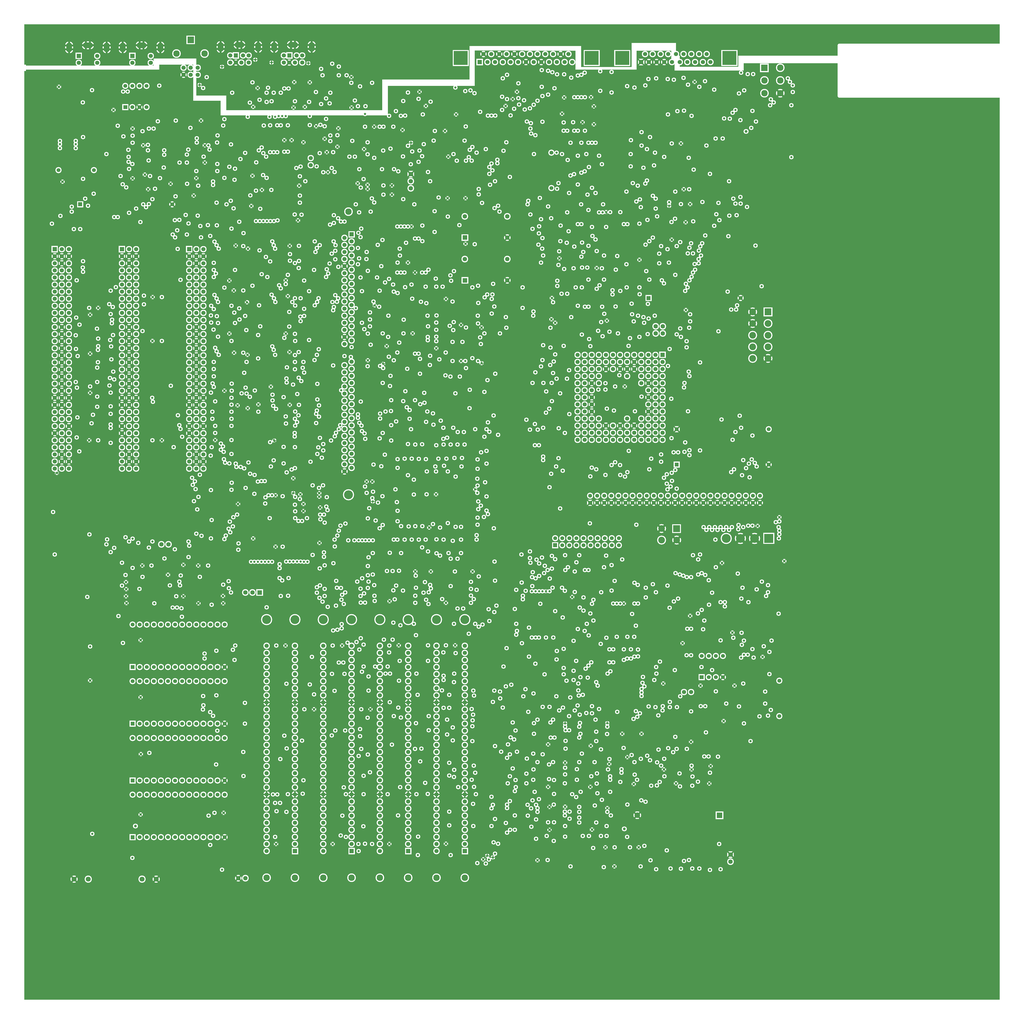
<source format=gbr>
%FSLAX34Y34*%
%MOMM*%
%LNCOPPER_INNER1*%
G71*
G01*
%ADD10C,1.600*%
%ADD11C,1.800*%
%ADD12C,2.200*%
%ADD13C,2.300*%
%ADD14C,2.320*%
%ADD15C,4.000*%
%ADD16C,3.100*%
%ADD17C,4.000*%
%ADD18C,3.100*%
%ADD19C,2.400*%
%ADD20C,2.200*%
%ADD21C,2.800*%
%ADD22C,3.200*%
%ADD23C,4.000*%
%ADD24C,2.320*%
%ADD25C,2.900*%
%ADD26C,2.400*%
%ADD27C,2.600*%
%ADD28C,3.100*%
%ADD29C,0.100*%
%ADD30C,1.200*%
%ADD31C,0.467*%
%ADD32C,0.500*%
%ADD33C,0.507*%
%ADD34C,0.533*%
%ADD35C,0.667*%
%ADD36C,0.800*%
%ADD37C,1.067*%
%ADD38C,0.700*%
%ADD39C,0.600*%
%ADD40C,0.767*%
%ADD41C,0.267*%
%ADD42C,0.293*%
%ADD43C,0.800*%
%ADD44C,1.000*%
%ADD45C,1.400*%
%ADD46C,1.500*%
%ADD47C,1.520*%
%ADD48C,3.200*%
%ADD49C,2.300*%
%ADD50C,3.200*%
%ADD51C,2.300*%
%ADD52C,1.600*%
%ADD53C,1.400*%
%ADD54C,2.000*%
%ADD55C,2.400*%
%ADD56C,3.200*%
%ADD57C,1.520*%
%ADD58C,2.100*%
%ADD59C,1.600*%
%ADD60C,1.800*%
%ADD61C,2.300*%
%LPD*%
G36*
X0Y-125D02*
X3500000Y-125D01*
X3500000Y-3500125D01*
X0Y-3500125D01*
X0Y-125D01*
G37*
%LPC*%
X210344Y-554831D02*
G54D10*
D03*
X2590006Y-384969D02*
G54D11*
D03*
X1584325Y-1233884D02*
G54D10*
D03*
X398462Y-2876947D02*
G54D11*
D03*
X2153047Y-2887662D02*
G54D11*
D03*
G36*
X377144Y-2295638D02*
X399144Y-2295638D01*
X399144Y-2317638D01*
X377144Y-2317638D01*
X377144Y-2295638D01*
G37*
X413544Y-2306638D02*
G54D12*
D03*
X438944Y-2306638D02*
G54D12*
D03*
X464344Y-2306638D02*
G54D12*
D03*
X489744Y-2306638D02*
G54D12*
D03*
X515144Y-2306638D02*
G54D12*
D03*
X540544Y-2306638D02*
G54D12*
D03*
X565944Y-2306638D02*
G54D12*
D03*
X591344Y-2306638D02*
G54D12*
D03*
X616744Y-2306638D02*
G54D12*
D03*
X642144Y-2306638D02*
G54D12*
D03*
X667544Y-2306638D02*
G54D12*
D03*
X692944Y-2306638D02*
G54D12*
D03*
X718343Y-2306638D02*
G54D12*
D03*
X718344Y-2154238D02*
G54D12*
D03*
X692944Y-2154238D02*
G54D12*
D03*
X667544Y-2154238D02*
G54D12*
D03*
X642144Y-2154238D02*
G54D12*
D03*
X616744Y-2154238D02*
G54D12*
D03*
X591344Y-2154238D02*
G54D12*
D03*
X565944Y-2154238D02*
G54D12*
D03*
X540544Y-2154238D02*
G54D12*
D03*
X515144Y-2154238D02*
G54D12*
D03*
X489744Y-2154238D02*
G54D12*
D03*
X464344Y-2154238D02*
G54D12*
D03*
X438944Y-2154238D02*
G54D12*
D03*
X413544Y-2154238D02*
G54D12*
D03*
X388144Y-2154238D02*
G54D12*
D03*
G36*
X377144Y-2498854D02*
X399144Y-2498854D01*
X399144Y-2520854D01*
X377144Y-2520854D01*
X377144Y-2498854D01*
G37*
X413544Y-2509854D02*
G54D12*
D03*
X438944Y-2509854D02*
G54D12*
D03*
X464344Y-2509854D02*
G54D12*
D03*
X489744Y-2509854D02*
G54D12*
D03*
X515144Y-2509854D02*
G54D12*
D03*
X540544Y-2509854D02*
G54D12*
D03*
X565944Y-2509854D02*
G54D12*
D03*
X591344Y-2509854D02*
G54D12*
D03*
X616744Y-2509854D02*
G54D12*
D03*
X642144Y-2509854D02*
G54D12*
D03*
X667544Y-2509854D02*
G54D12*
D03*
X692944Y-2509854D02*
G54D12*
D03*
X718343Y-2509854D02*
G54D12*
D03*
X718344Y-2357454D02*
G54D12*
D03*
X692944Y-2357454D02*
G54D12*
D03*
X667544Y-2357454D02*
G54D12*
D03*
X642144Y-2357454D02*
G54D12*
D03*
X616744Y-2357454D02*
G54D12*
D03*
X591344Y-2357454D02*
G54D12*
D03*
X565944Y-2357454D02*
G54D12*
D03*
X540544Y-2357454D02*
G54D12*
D03*
X515144Y-2357454D02*
G54D12*
D03*
X489744Y-2357454D02*
G54D12*
D03*
X464344Y-2357454D02*
G54D12*
D03*
X438944Y-2357454D02*
G54D12*
D03*
X413544Y-2357454D02*
G54D12*
D03*
X388144Y-2357453D02*
G54D12*
D03*
G36*
X377144Y-2702864D02*
X399144Y-2702864D01*
X399144Y-2724864D01*
X377144Y-2724864D01*
X377144Y-2702864D01*
G37*
X413544Y-2713864D02*
G54D12*
D03*
X438944Y-2713864D02*
G54D12*
D03*
X464344Y-2713864D02*
G54D12*
D03*
X489744Y-2713864D02*
G54D12*
D03*
X515144Y-2713864D02*
G54D12*
D03*
X540544Y-2713864D02*
G54D12*
D03*
X565944Y-2713864D02*
G54D12*
D03*
X591344Y-2713864D02*
G54D12*
D03*
X616744Y-2713864D02*
G54D12*
D03*
X642144Y-2713864D02*
G54D12*
D03*
X667544Y-2713864D02*
G54D12*
D03*
X692944Y-2713864D02*
G54D12*
D03*
X718343Y-2713864D02*
G54D12*
D03*
X718344Y-2561464D02*
G54D12*
D03*
X692944Y-2561464D02*
G54D12*
D03*
X667544Y-2561464D02*
G54D12*
D03*
X642144Y-2561464D02*
G54D12*
D03*
X616744Y-2561464D02*
G54D12*
D03*
X591344Y-2561464D02*
G54D12*
D03*
X565944Y-2561464D02*
G54D12*
D03*
X540544Y-2561464D02*
G54D12*
D03*
X515144Y-2561464D02*
G54D12*
D03*
X489744Y-2561464D02*
G54D12*
D03*
X464344Y-2561464D02*
G54D12*
D03*
X438944Y-2561464D02*
G54D12*
D03*
X413544Y-2561464D02*
G54D12*
D03*
X388144Y-2561464D02*
G54D12*
D03*
G36*
X377144Y-2906476D02*
X399144Y-2906476D01*
X399144Y-2928476D01*
X377144Y-2928476D01*
X377144Y-2906476D01*
G37*
X413544Y-2917476D02*
G54D12*
D03*
X438944Y-2917476D02*
G54D12*
D03*
X464344Y-2917476D02*
G54D12*
D03*
X489744Y-2917476D02*
G54D12*
D03*
X515144Y-2917476D02*
G54D12*
D03*
X540544Y-2917476D02*
G54D12*
D03*
X565944Y-2917476D02*
G54D12*
D03*
X591344Y-2917476D02*
G54D12*
D03*
X616744Y-2917476D02*
G54D12*
D03*
X642144Y-2917476D02*
G54D12*
D03*
X667544Y-2917476D02*
G54D12*
D03*
X692944Y-2917476D02*
G54D12*
D03*
X718343Y-2917477D02*
G54D12*
D03*
X718344Y-2765076D02*
G54D12*
D03*
X692944Y-2765076D02*
G54D12*
D03*
X667544Y-2765076D02*
G54D12*
D03*
X642144Y-2765076D02*
G54D12*
D03*
X616744Y-2765076D02*
G54D12*
D03*
X591344Y-2765076D02*
G54D12*
D03*
X565944Y-2765076D02*
G54D12*
D03*
X540544Y-2765076D02*
G54D12*
D03*
X515144Y-2765076D02*
G54D12*
D03*
X489744Y-2765076D02*
G54D12*
D03*
X464344Y-2765076D02*
G54D12*
D03*
X438944Y-2765076D02*
G54D12*
D03*
X413544Y-2765076D02*
G54D12*
D03*
X388144Y-2765077D02*
G54D12*
D03*
X108744Y-1543844D02*
G54D13*
D03*
X108744Y-1518444D02*
G54D13*
D03*
X108744Y-1493044D02*
G54D13*
D03*
X108744Y-1467644D02*
G54D13*
D03*
X108744Y-1442244D02*
G54D13*
D03*
X108744Y-1416844D02*
G54D13*
D03*
X108744Y-1391444D02*
G54D13*
D03*
X108744Y-1366043D02*
G54D13*
D03*
X108744Y-1340644D02*
G54D13*
D03*
X108744Y-1315244D02*
G54D13*
D03*
X108744Y-1289844D02*
G54D13*
D03*
X108744Y-1264444D02*
G54D13*
D03*
X108744Y-1239044D02*
G54D13*
D03*
X108744Y-1213644D02*
G54D13*
D03*
X108744Y-1188244D02*
G54D13*
D03*
X108744Y-1162843D02*
G54D13*
D03*
X108744Y-1137443D02*
G54D13*
D03*
X108744Y-1112044D02*
G54D13*
D03*
X108744Y-1086643D02*
G54D13*
D03*
X108744Y-1061244D02*
G54D13*
D03*
X108744Y-1035844D02*
G54D13*
D03*
X108744Y-1010444D02*
G54D13*
D03*
X108744Y-985044D02*
G54D13*
D03*
X108744Y-959644D02*
G54D13*
D03*
X108744Y-934244D02*
G54D13*
D03*
X108744Y-908844D02*
G54D13*
D03*
X108744Y-883444D02*
G54D13*
D03*
X108744Y-858044D02*
G54D13*
D03*
X108744Y-832644D02*
G54D13*
D03*
G36*
X97244Y-818744D02*
X97244Y-795744D01*
X120244Y-795744D01*
X120244Y-818744D01*
X97244Y-818744D01*
G37*
X108744Y-1594644D02*
G54D13*
D03*
X108744Y-1569244D02*
G54D13*
D03*
X134144Y-1543844D02*
G54D13*
D03*
X134144Y-1518444D02*
G54D13*
D03*
X134144Y-1493044D02*
G54D13*
D03*
X134144Y-1467644D02*
G54D13*
D03*
X134144Y-1442244D02*
G54D13*
D03*
X134144Y-1416844D02*
G54D13*
D03*
X134144Y-1391444D02*
G54D13*
D03*
X134144Y-1366044D02*
G54D13*
D03*
X134144Y-1340644D02*
G54D13*
D03*
X134144Y-1315244D02*
G54D13*
D03*
X134144Y-1289844D02*
G54D13*
D03*
X134144Y-1264444D02*
G54D13*
D03*
X134144Y-1239044D02*
G54D13*
D03*
X134144Y-1213643D02*
G54D13*
D03*
X134144Y-1188243D02*
G54D13*
D03*
X134144Y-1162843D02*
G54D13*
D03*
X134144Y-1137443D02*
G54D13*
D03*
X134144Y-1112043D02*
G54D13*
D03*
X134144Y-1086643D02*
G54D13*
D03*
X134144Y-1061244D02*
G54D13*
D03*
X134144Y-1035844D02*
G54D13*
D03*
X134144Y-1010444D02*
G54D13*
D03*
X134144Y-985044D02*
G54D13*
D03*
X134144Y-959644D02*
G54D13*
D03*
X134144Y-934244D02*
G54D13*
D03*
X134144Y-908844D02*
G54D13*
D03*
X134144Y-883444D02*
G54D13*
D03*
X134144Y-858044D02*
G54D13*
D03*
X134144Y-832644D02*
G54D13*
D03*
X134144Y-807244D02*
G54D13*
D03*
X134144Y-1594644D02*
G54D13*
D03*
X134144Y-1569244D02*
G54D13*
D03*
X159544Y-1543844D02*
G54D13*
D03*
X159544Y-1518444D02*
G54D13*
D03*
X159544Y-1493044D02*
G54D13*
D03*
X159544Y-1467644D02*
G54D13*
D03*
X159544Y-1442244D02*
G54D13*
D03*
X159544Y-1416844D02*
G54D13*
D03*
X159544Y-1391444D02*
G54D13*
D03*
X159544Y-1366044D02*
G54D13*
D03*
X159544Y-1340644D02*
G54D13*
D03*
X159544Y-1315244D02*
G54D13*
D03*
X159544Y-1289844D02*
G54D13*
D03*
X159544Y-1264444D02*
G54D13*
D03*
X159544Y-1239044D02*
G54D13*
D03*
X159544Y-1213644D02*
G54D13*
D03*
X159544Y-1188244D02*
G54D13*
D03*
X159544Y-1162843D02*
G54D13*
D03*
X159544Y-1137443D02*
G54D13*
D03*
X159544Y-1112044D02*
G54D13*
D03*
X159544Y-1086643D02*
G54D13*
D03*
X159544Y-1061244D02*
G54D13*
D03*
X159544Y-1035844D02*
G54D13*
D03*
X159544Y-1010444D02*
G54D13*
D03*
X159544Y-985044D02*
G54D13*
D03*
X159544Y-959644D02*
G54D13*
D03*
X159544Y-934244D02*
G54D13*
D03*
X159544Y-908844D02*
G54D13*
D03*
X159544Y-883444D02*
G54D13*
D03*
X159544Y-858044D02*
G54D13*
D03*
X159544Y-832644D02*
G54D13*
D03*
X159544Y-807244D02*
G54D13*
D03*
X159544Y-1594644D02*
G54D13*
D03*
X159544Y-1569244D02*
G54D13*
D03*
X350044Y-1543844D02*
G54D13*
D03*
X350044Y-1518444D02*
G54D13*
D03*
X350044Y-1493044D02*
G54D13*
D03*
X350044Y-1467644D02*
G54D13*
D03*
X350044Y-1442244D02*
G54D13*
D03*
X350044Y-1416844D02*
G54D13*
D03*
X350044Y-1391444D02*
G54D13*
D03*
X350044Y-1366043D02*
G54D13*
D03*
X350044Y-1340644D02*
G54D13*
D03*
X350044Y-1315244D02*
G54D13*
D03*
X350044Y-1289844D02*
G54D13*
D03*
X350044Y-1264444D02*
G54D13*
D03*
X350044Y-1239044D02*
G54D13*
D03*
X350044Y-1213644D02*
G54D13*
D03*
X350044Y-1188244D02*
G54D13*
D03*
X350044Y-1162843D02*
G54D13*
D03*
X350044Y-1137443D02*
G54D13*
D03*
X350044Y-1112044D02*
G54D13*
D03*
X350044Y-1086643D02*
G54D13*
D03*
X350044Y-1061244D02*
G54D13*
D03*
X350044Y-1035844D02*
G54D13*
D03*
X350044Y-1010444D02*
G54D13*
D03*
X350044Y-985044D02*
G54D13*
D03*
X350044Y-959644D02*
G54D13*
D03*
X350044Y-934244D02*
G54D13*
D03*
X350044Y-908844D02*
G54D13*
D03*
X350044Y-883444D02*
G54D13*
D03*
X350044Y-858044D02*
G54D13*
D03*
X350044Y-832644D02*
G54D13*
D03*
G36*
X338544Y-818744D02*
X338544Y-795744D01*
X361544Y-795744D01*
X361544Y-818744D01*
X338544Y-818744D01*
G37*
X350044Y-1594644D02*
G54D13*
D03*
X350044Y-1569244D02*
G54D13*
D03*
X375444Y-1543844D02*
G54D13*
D03*
X375444Y-1518444D02*
G54D13*
D03*
X375444Y-1493044D02*
G54D13*
D03*
X375444Y-1467644D02*
G54D13*
D03*
X375444Y-1442244D02*
G54D13*
D03*
X375444Y-1416844D02*
G54D13*
D03*
X375444Y-1391444D02*
G54D13*
D03*
X375444Y-1366044D02*
G54D13*
D03*
X375444Y-1340644D02*
G54D13*
D03*
X375444Y-1315244D02*
G54D13*
D03*
X375444Y-1289844D02*
G54D13*
D03*
X375444Y-1264444D02*
G54D13*
D03*
X375444Y-1239044D02*
G54D13*
D03*
X375444Y-1213643D02*
G54D13*
D03*
X375444Y-1188243D02*
G54D13*
D03*
X375444Y-1162843D02*
G54D13*
D03*
X375444Y-1137443D02*
G54D13*
D03*
X375444Y-1112043D02*
G54D13*
D03*
X375444Y-1086643D02*
G54D13*
D03*
X375444Y-1061244D02*
G54D13*
D03*
X375444Y-1035844D02*
G54D13*
D03*
X375444Y-1010444D02*
G54D13*
D03*
X375444Y-985044D02*
G54D13*
D03*
X375444Y-959644D02*
G54D13*
D03*
X375444Y-934244D02*
G54D13*
D03*
X375444Y-908844D02*
G54D13*
D03*
X375444Y-883444D02*
G54D13*
D03*
X375444Y-858044D02*
G54D13*
D03*
X375444Y-832644D02*
G54D13*
D03*
X375444Y-807244D02*
G54D13*
D03*
X375444Y-1594644D02*
G54D13*
D03*
X375444Y-1569244D02*
G54D13*
D03*
X400844Y-1543844D02*
G54D13*
D03*
X400844Y-1518444D02*
G54D13*
D03*
X400844Y-1493044D02*
G54D13*
D03*
X400844Y-1467644D02*
G54D13*
D03*
X400844Y-1442244D02*
G54D13*
D03*
X400844Y-1416844D02*
G54D13*
D03*
X400844Y-1391444D02*
G54D13*
D03*
X400844Y-1366044D02*
G54D13*
D03*
X400844Y-1340644D02*
G54D13*
D03*
X400844Y-1315244D02*
G54D13*
D03*
X400844Y-1289844D02*
G54D13*
D03*
X400844Y-1264444D02*
G54D13*
D03*
X400844Y-1239044D02*
G54D13*
D03*
X400844Y-1213644D02*
G54D13*
D03*
X400844Y-1188244D02*
G54D13*
D03*
X400844Y-1162843D02*
G54D13*
D03*
X400844Y-1137443D02*
G54D13*
D03*
X400844Y-1112044D02*
G54D13*
D03*
X400844Y-1086643D02*
G54D13*
D03*
X400844Y-1061244D02*
G54D13*
D03*
X400844Y-1035844D02*
G54D13*
D03*
X400844Y-1010444D02*
G54D13*
D03*
X400844Y-985044D02*
G54D13*
D03*
X400844Y-959644D02*
G54D13*
D03*
X400844Y-934244D02*
G54D13*
D03*
X400844Y-908844D02*
G54D13*
D03*
X400844Y-883444D02*
G54D13*
D03*
X400844Y-858044D02*
G54D13*
D03*
X400844Y-832644D02*
G54D13*
D03*
X400844Y-807244D02*
G54D13*
D03*
X400844Y-1594644D02*
G54D13*
D03*
X400844Y-1569244D02*
G54D13*
D03*
X591344Y-1543844D02*
G54D13*
D03*
X591344Y-1518444D02*
G54D13*
D03*
X591344Y-1493044D02*
G54D13*
D03*
X591344Y-1467644D02*
G54D13*
D03*
X591344Y-1442244D02*
G54D13*
D03*
X591344Y-1416844D02*
G54D13*
D03*
X591344Y-1391444D02*
G54D13*
D03*
X591344Y-1366043D02*
G54D13*
D03*
X591344Y-1340644D02*
G54D13*
D03*
X591344Y-1315244D02*
G54D13*
D03*
X591344Y-1289844D02*
G54D13*
D03*
X591344Y-1264444D02*
G54D13*
D03*
X591344Y-1239044D02*
G54D13*
D03*
X591344Y-1213644D02*
G54D13*
D03*
X591344Y-1188244D02*
G54D13*
D03*
X591344Y-1162843D02*
G54D13*
D03*
X591344Y-1137443D02*
G54D13*
D03*
X591344Y-1112044D02*
G54D13*
D03*
X591344Y-1086643D02*
G54D13*
D03*
X591344Y-1061244D02*
G54D13*
D03*
X591344Y-1035844D02*
G54D13*
D03*
X591344Y-1010444D02*
G54D13*
D03*
X591344Y-985044D02*
G54D13*
D03*
X591344Y-959644D02*
G54D13*
D03*
X591344Y-934244D02*
G54D13*
D03*
X591344Y-908844D02*
G54D13*
D03*
X591344Y-883444D02*
G54D13*
D03*
X591344Y-858044D02*
G54D13*
D03*
X591344Y-832644D02*
G54D13*
D03*
G36*
X579844Y-818744D02*
X579844Y-795744D01*
X602844Y-795744D01*
X602844Y-818744D01*
X579844Y-818744D01*
G37*
X591344Y-1594644D02*
G54D13*
D03*
X591344Y-1569244D02*
G54D13*
D03*
X616744Y-1543844D02*
G54D13*
D03*
X616744Y-1518444D02*
G54D13*
D03*
X616744Y-1493044D02*
G54D13*
D03*
X616744Y-1467644D02*
G54D13*
D03*
X616744Y-1442244D02*
G54D13*
D03*
X616744Y-1416844D02*
G54D13*
D03*
X616744Y-1391444D02*
G54D13*
D03*
X616744Y-1366044D02*
G54D13*
D03*
X616744Y-1340644D02*
G54D13*
D03*
X616744Y-1315244D02*
G54D13*
D03*
X616744Y-1289844D02*
G54D13*
D03*
X616744Y-1264444D02*
G54D13*
D03*
X616744Y-1239044D02*
G54D13*
D03*
X616744Y-1213643D02*
G54D13*
D03*
X616744Y-1188243D02*
G54D13*
D03*
X616744Y-1162843D02*
G54D13*
D03*
X616744Y-1137443D02*
G54D13*
D03*
X616744Y-1112043D02*
G54D13*
D03*
X616744Y-1086643D02*
G54D13*
D03*
X616744Y-1061244D02*
G54D13*
D03*
X616744Y-1035844D02*
G54D13*
D03*
X616744Y-1010444D02*
G54D13*
D03*
X616744Y-985044D02*
G54D13*
D03*
X616744Y-959644D02*
G54D13*
D03*
X616744Y-934244D02*
G54D13*
D03*
X616744Y-908844D02*
G54D13*
D03*
X616744Y-883444D02*
G54D13*
D03*
X616744Y-858044D02*
G54D13*
D03*
X616744Y-832644D02*
G54D13*
D03*
X616744Y-807244D02*
G54D13*
D03*
X616744Y-1594644D02*
G54D13*
D03*
X616744Y-1569244D02*
G54D13*
D03*
X642144Y-1543844D02*
G54D13*
D03*
X642144Y-1518444D02*
G54D13*
D03*
X642144Y-1493044D02*
G54D13*
D03*
X642144Y-1467644D02*
G54D13*
D03*
X642144Y-1442244D02*
G54D13*
D03*
X642144Y-1416844D02*
G54D13*
D03*
X642144Y-1391444D02*
G54D13*
D03*
X642144Y-1366044D02*
G54D13*
D03*
X642144Y-1340644D02*
G54D13*
D03*
X642144Y-1315244D02*
G54D13*
D03*
X642144Y-1289844D02*
G54D13*
D03*
X642144Y-1264444D02*
G54D13*
D03*
X642144Y-1239044D02*
G54D13*
D03*
X642144Y-1213644D02*
G54D13*
D03*
X642144Y-1188244D02*
G54D13*
D03*
X642144Y-1162843D02*
G54D13*
D03*
X642144Y-1137443D02*
G54D13*
D03*
X642144Y-1112044D02*
G54D13*
D03*
X642144Y-1086643D02*
G54D13*
D03*
X642144Y-1061244D02*
G54D13*
D03*
X642144Y-1035844D02*
G54D13*
D03*
X642144Y-1010444D02*
G54D13*
D03*
X642144Y-985044D02*
G54D13*
D03*
X642144Y-959644D02*
G54D13*
D03*
X642144Y-934244D02*
G54D13*
D03*
X642144Y-908844D02*
G54D13*
D03*
X642144Y-883444D02*
G54D13*
D03*
X642144Y-858044D02*
G54D13*
D03*
X642144Y-832644D02*
G54D13*
D03*
X642144Y-807244D02*
G54D13*
D03*
X642144Y-1594644D02*
G54D13*
D03*
X642144Y-1569244D02*
G54D13*
D03*
G36*
X959553Y-2978637D02*
X959553Y-2955437D01*
X982753Y-2955437D01*
X982753Y-2978637D01*
X959553Y-2978637D01*
G37*
X971153Y-2941638D02*
G54D14*
D03*
X971153Y-2916238D02*
G54D14*
D03*
X971153Y-2890838D02*
G54D14*
D03*
X971153Y-2865438D02*
G54D14*
D03*
X971153Y-2840038D02*
G54D14*
D03*
X971153Y-2814638D02*
G54D14*
D03*
X971153Y-2789238D02*
G54D14*
D03*
X971153Y-2763838D02*
G54D14*
D03*
X971153Y-2738438D02*
G54D14*
D03*
X971153Y-2713038D02*
G54D14*
D03*
X971153Y-2687638D02*
G54D14*
D03*
X971153Y-2662238D02*
G54D14*
D03*
X971153Y-2636838D02*
G54D14*
D03*
X971153Y-2611438D02*
G54D14*
D03*
X971153Y-2586038D02*
G54D14*
D03*
X971153Y-2560638D02*
G54D14*
D03*
X971153Y-2535238D02*
G54D14*
D03*
X971153Y-2509838D02*
G54D14*
D03*
X971153Y-2484438D02*
G54D14*
D03*
X971153Y-2459038D02*
G54D14*
D03*
X971153Y-2433638D02*
G54D14*
D03*
X971153Y-2408238D02*
G54D14*
D03*
X971153Y-2382838D02*
G54D14*
D03*
X971153Y-2357438D02*
G54D14*
D03*
X971153Y-2332038D02*
G54D14*
D03*
X971153Y-2306638D02*
G54D14*
D03*
X971153Y-2281238D02*
G54D14*
D03*
X971153Y-2255838D02*
G54D14*
D03*
X971153Y-2230437D02*
G54D14*
D03*
X869553Y-2967038D02*
G54D14*
D03*
X869553Y-2941638D02*
G54D14*
D03*
X869553Y-2916238D02*
G54D14*
D03*
X869553Y-2890838D02*
G54D14*
D03*
X869553Y-2865438D02*
G54D14*
D03*
X869553Y-2840038D02*
G54D14*
D03*
X869553Y-2814638D02*
G54D14*
D03*
X869553Y-2789238D02*
G54D14*
D03*
X869553Y-2763838D02*
G54D14*
D03*
X869553Y-2738438D02*
G54D14*
D03*
X869553Y-2713038D02*
G54D14*
D03*
X869553Y-2687638D02*
G54D14*
D03*
X869553Y-2662238D02*
G54D14*
D03*
X869553Y-2636838D02*
G54D14*
D03*
X869553Y-2611438D02*
G54D14*
D03*
X869553Y-2586038D02*
G54D14*
D03*
X869553Y-2560638D02*
G54D14*
D03*
X869553Y-2535238D02*
G54D14*
D03*
X869553Y-2509838D02*
G54D14*
D03*
X869553Y-2484438D02*
G54D14*
D03*
X869553Y-2459038D02*
G54D14*
D03*
X869553Y-2433638D02*
G54D14*
D03*
X869553Y-2408238D02*
G54D14*
D03*
X869553Y-2382838D02*
G54D14*
D03*
X869553Y-2357438D02*
G54D14*
D03*
X869553Y-2332038D02*
G54D14*
D03*
X869553Y-2306638D02*
G54D14*
D03*
X869553Y-2281238D02*
G54D14*
D03*
X869553Y-2255838D02*
G54D14*
D03*
X869553Y-2230437D02*
G54D14*
D03*
X869553Y-2136776D02*
G54D15*
D03*
X971153Y-2136776D02*
G54D15*
D03*
X869553Y-3062288D02*
G54D16*
D03*
X971153Y-3062288D02*
G54D16*
D03*
G36*
X1162753Y-2978637D02*
X1162753Y-2955437D01*
X1185953Y-2955437D01*
X1185953Y-2978637D01*
X1162753Y-2978637D01*
G37*
X1174353Y-2941638D02*
G54D14*
D03*
X1174353Y-2916238D02*
G54D14*
D03*
X1174353Y-2890838D02*
G54D14*
D03*
X1174353Y-2865438D02*
G54D14*
D03*
X1174353Y-2840038D02*
G54D14*
D03*
X1174353Y-2814638D02*
G54D14*
D03*
X1174353Y-2789238D02*
G54D14*
D03*
X1174353Y-2763838D02*
G54D14*
D03*
X1174353Y-2738438D02*
G54D14*
D03*
X1174353Y-2713038D02*
G54D14*
D03*
X1174353Y-2687638D02*
G54D14*
D03*
X1174353Y-2662238D02*
G54D14*
D03*
X1174353Y-2636838D02*
G54D14*
D03*
X1174353Y-2611438D02*
G54D14*
D03*
X1174353Y-2586038D02*
G54D14*
D03*
X1174353Y-2560638D02*
G54D14*
D03*
X1174353Y-2535238D02*
G54D14*
D03*
X1174353Y-2509838D02*
G54D14*
D03*
X1174353Y-2484438D02*
G54D14*
D03*
X1174353Y-2459038D02*
G54D14*
D03*
X1174353Y-2433638D02*
G54D14*
D03*
X1174353Y-2408238D02*
G54D14*
D03*
X1174353Y-2382838D02*
G54D14*
D03*
X1174353Y-2357438D02*
G54D14*
D03*
X1174353Y-2332038D02*
G54D14*
D03*
X1174353Y-2306638D02*
G54D14*
D03*
X1174353Y-2281238D02*
G54D14*
D03*
X1174353Y-2255838D02*
G54D14*
D03*
X1174353Y-2230437D02*
G54D14*
D03*
X1072753Y-2967037D02*
G54D14*
D03*
X1072753Y-2941638D02*
G54D14*
D03*
X1072753Y-2916238D02*
G54D14*
D03*
X1072753Y-2890838D02*
G54D14*
D03*
X1072753Y-2865438D02*
G54D14*
D03*
X1072753Y-2840038D02*
G54D14*
D03*
X1072753Y-2814638D02*
G54D14*
D03*
X1072753Y-2789238D02*
G54D14*
D03*
X1072753Y-2763838D02*
G54D14*
D03*
X1072753Y-2738438D02*
G54D14*
D03*
X1072753Y-2713038D02*
G54D14*
D03*
X1072753Y-2687638D02*
G54D14*
D03*
X1072753Y-2662238D02*
G54D14*
D03*
X1072753Y-2636838D02*
G54D14*
D03*
X1072753Y-2611438D02*
G54D14*
D03*
X1072753Y-2586038D02*
G54D14*
D03*
X1072753Y-2560638D02*
G54D14*
D03*
X1072753Y-2535238D02*
G54D14*
D03*
X1072753Y-2509838D02*
G54D14*
D03*
X1072753Y-2484438D02*
G54D14*
D03*
X1072753Y-2459038D02*
G54D14*
D03*
X1072753Y-2433638D02*
G54D14*
D03*
X1072753Y-2408238D02*
G54D14*
D03*
X1072753Y-2382838D02*
G54D14*
D03*
X1072753Y-2357438D02*
G54D14*
D03*
X1072753Y-2332038D02*
G54D14*
D03*
X1072753Y-2306638D02*
G54D14*
D03*
X1072753Y-2281238D02*
G54D14*
D03*
X1072753Y-2255838D02*
G54D14*
D03*
X1072753Y-2230437D02*
G54D14*
D03*
X1072753Y-2136776D02*
G54D15*
D03*
X1174353Y-2136776D02*
G54D15*
D03*
X1072753Y-3062288D02*
G54D16*
D03*
X1174353Y-3062288D02*
G54D16*
D03*
G36*
X1365953Y-2978637D02*
X1365953Y-2955437D01*
X1389153Y-2955437D01*
X1389153Y-2978637D01*
X1365953Y-2978637D01*
G37*
X1377553Y-2941638D02*
G54D14*
D03*
X1377553Y-2916238D02*
G54D14*
D03*
X1377553Y-2890838D02*
G54D14*
D03*
X1377553Y-2865438D02*
G54D14*
D03*
X1377553Y-2840038D02*
G54D14*
D03*
X1377553Y-2814638D02*
G54D14*
D03*
X1377553Y-2789238D02*
G54D14*
D03*
X1377553Y-2763838D02*
G54D14*
D03*
X1377553Y-2738438D02*
G54D14*
D03*
X1377553Y-2713038D02*
G54D14*
D03*
X1377553Y-2687638D02*
G54D14*
D03*
X1377553Y-2662238D02*
G54D14*
D03*
X1377553Y-2636838D02*
G54D14*
D03*
X1377553Y-2611438D02*
G54D14*
D03*
X1377553Y-2586038D02*
G54D14*
D03*
X1377553Y-2560638D02*
G54D14*
D03*
X1377553Y-2535238D02*
G54D14*
D03*
X1377553Y-2509838D02*
G54D14*
D03*
X1377553Y-2484438D02*
G54D14*
D03*
X1377553Y-2459038D02*
G54D14*
D03*
X1377553Y-2433638D02*
G54D14*
D03*
X1377553Y-2408238D02*
G54D14*
D03*
X1377553Y-2382838D02*
G54D14*
D03*
X1377553Y-2357438D02*
G54D14*
D03*
X1377553Y-2332038D02*
G54D14*
D03*
X1377553Y-2306638D02*
G54D14*
D03*
X1377553Y-2281238D02*
G54D14*
D03*
X1377553Y-2255838D02*
G54D14*
D03*
X1377553Y-2230437D02*
G54D14*
D03*
X1275953Y-2967037D02*
G54D14*
D03*
X1275953Y-2941638D02*
G54D14*
D03*
X1275953Y-2916238D02*
G54D14*
D03*
X1275953Y-2890838D02*
G54D14*
D03*
X1275953Y-2865438D02*
G54D14*
D03*
X1275953Y-2840038D02*
G54D14*
D03*
X1275953Y-2814638D02*
G54D14*
D03*
X1275953Y-2789238D02*
G54D14*
D03*
X1275953Y-2763838D02*
G54D14*
D03*
X1275953Y-2738438D02*
G54D14*
D03*
X1275953Y-2713038D02*
G54D14*
D03*
X1275953Y-2687638D02*
G54D14*
D03*
X1275953Y-2662238D02*
G54D14*
D03*
X1275953Y-2636838D02*
G54D14*
D03*
X1275953Y-2611438D02*
G54D14*
D03*
X1275953Y-2586038D02*
G54D14*
D03*
X1275953Y-2560638D02*
G54D14*
D03*
X1275953Y-2535238D02*
G54D14*
D03*
X1275953Y-2509838D02*
G54D14*
D03*
X1275953Y-2484438D02*
G54D14*
D03*
X1275953Y-2459038D02*
G54D14*
D03*
X1275953Y-2433638D02*
G54D14*
D03*
X1275953Y-2408238D02*
G54D14*
D03*
X1275953Y-2382838D02*
G54D14*
D03*
X1275953Y-2357438D02*
G54D14*
D03*
X1275953Y-2332038D02*
G54D14*
D03*
X1275953Y-2306638D02*
G54D14*
D03*
X1275953Y-2281238D02*
G54D14*
D03*
X1275953Y-2255838D02*
G54D14*
D03*
X1275953Y-2230437D02*
G54D14*
D03*
X1275953Y-2136776D02*
G54D15*
D03*
X1377553Y-2136776D02*
G54D15*
D03*
X1275953Y-3062288D02*
G54D16*
D03*
X1377553Y-3062288D02*
G54D16*
D03*
G36*
X1569153Y-2978637D02*
X1569153Y-2955437D01*
X1592353Y-2955437D01*
X1592353Y-2978637D01*
X1569153Y-2978637D01*
G37*
X1580753Y-2941638D02*
G54D14*
D03*
X1580753Y-2916238D02*
G54D14*
D03*
X1580753Y-2890838D02*
G54D14*
D03*
X1580753Y-2865438D02*
G54D14*
D03*
X1580753Y-2840038D02*
G54D14*
D03*
X1580753Y-2814638D02*
G54D14*
D03*
X1580753Y-2789238D02*
G54D14*
D03*
X1580753Y-2763838D02*
G54D14*
D03*
X1580753Y-2738438D02*
G54D14*
D03*
X1580753Y-2713038D02*
G54D14*
D03*
X1580753Y-2687638D02*
G54D14*
D03*
X1580753Y-2662238D02*
G54D14*
D03*
X1580753Y-2636838D02*
G54D14*
D03*
X1580753Y-2611438D02*
G54D14*
D03*
X1580753Y-2586038D02*
G54D14*
D03*
X1580753Y-2560638D02*
G54D14*
D03*
X1580753Y-2535238D02*
G54D14*
D03*
X1580753Y-2509838D02*
G54D14*
D03*
X1580753Y-2484438D02*
G54D14*
D03*
X1580753Y-2459038D02*
G54D14*
D03*
X1580753Y-2433638D02*
G54D14*
D03*
X1580753Y-2408238D02*
G54D14*
D03*
X1580753Y-2382838D02*
G54D14*
D03*
X1580753Y-2357438D02*
G54D14*
D03*
X1580753Y-2332038D02*
G54D14*
D03*
X1580753Y-2306638D02*
G54D14*
D03*
X1580753Y-2281238D02*
G54D14*
D03*
X1580753Y-2255838D02*
G54D14*
D03*
X1580753Y-2230437D02*
G54D14*
D03*
X1479153Y-2967038D02*
G54D14*
D03*
X1479153Y-2941638D02*
G54D14*
D03*
X1479153Y-2916238D02*
G54D14*
D03*
X1479153Y-2890838D02*
G54D14*
D03*
X1479153Y-2865438D02*
G54D14*
D03*
X1479153Y-2840038D02*
G54D14*
D03*
X1479153Y-2814638D02*
G54D14*
D03*
X1479153Y-2789238D02*
G54D14*
D03*
X1479153Y-2763838D02*
G54D14*
D03*
X1479153Y-2738438D02*
G54D14*
D03*
X1479153Y-2713038D02*
G54D14*
D03*
X1479153Y-2687638D02*
G54D14*
D03*
X1479153Y-2662238D02*
G54D14*
D03*
X1479153Y-2636838D02*
G54D14*
D03*
X1479153Y-2611438D02*
G54D14*
D03*
X1479153Y-2586038D02*
G54D14*
D03*
X1479153Y-2560638D02*
G54D14*
D03*
X1479153Y-2535238D02*
G54D14*
D03*
X1479153Y-2509838D02*
G54D14*
D03*
X1479153Y-2484438D02*
G54D14*
D03*
X1479153Y-2459038D02*
G54D14*
D03*
X1479153Y-2433638D02*
G54D14*
D03*
X1479153Y-2408238D02*
G54D14*
D03*
X1479153Y-2382838D02*
G54D14*
D03*
X1479153Y-2357438D02*
G54D14*
D03*
X1479153Y-2332038D02*
G54D14*
D03*
X1479153Y-2306638D02*
G54D14*
D03*
X1479153Y-2281238D02*
G54D14*
D03*
X1479153Y-2255838D02*
G54D14*
D03*
X1479153Y-2230437D02*
G54D14*
D03*
X1479153Y-2136776D02*
G54D15*
D03*
X1580753Y-2136776D02*
G54D15*
D03*
X1479153Y-3062288D02*
G54D16*
D03*
X1580753Y-3062288D02*
G54D16*
D03*
X1174269Y-931956D02*
G54D14*
D03*
X1174269Y-957356D02*
G54D14*
D03*
X1174269Y-982756D02*
G54D14*
D03*
X1174269Y-1008156D02*
G54D14*
D03*
X1174269Y-1033556D02*
G54D14*
D03*
X1174269Y-1058956D02*
G54D14*
D03*
X1174269Y-1084356D02*
G54D14*
D03*
X1174269Y-1109756D02*
G54D14*
D03*
X1174269Y-1135156D02*
G54D14*
D03*
X1174268Y-1211357D02*
G54D14*
D03*
X1174269Y-1236756D02*
G54D14*
D03*
X1174269Y-1262156D02*
G54D14*
D03*
X1174269Y-1287556D02*
G54D14*
D03*
X1174269Y-1312956D02*
G54D14*
D03*
X1174268Y-1338356D02*
G54D14*
D03*
X1174269Y-1363756D02*
G54D14*
D03*
X1174269Y-1389156D02*
G54D14*
D03*
X1174269Y-1414557D02*
G54D14*
D03*
X1174269Y-1439957D02*
G54D14*
D03*
X1174269Y-1465356D02*
G54D14*
D03*
X1174269Y-1490756D02*
G54D14*
D03*
X1174269Y-1516156D02*
G54D14*
D03*
X1174269Y-1541556D02*
G54D14*
D03*
X1174269Y-1566956D02*
G54D14*
D03*
X1174269Y-1592357D02*
G54D14*
D03*
X1148869Y-944656D02*
G54D14*
D03*
X1148869Y-970056D02*
G54D14*
D03*
X1148869Y-995456D02*
G54D14*
D03*
X1148869Y-1020856D02*
G54D14*
D03*
X1148869Y-1046256D02*
G54D14*
D03*
X1148869Y-1071656D02*
G54D14*
D03*
X1148869Y-1097057D02*
G54D14*
D03*
X1148869Y-1122457D02*
G54D14*
D03*
X1148869Y-1147857D02*
G54D14*
D03*
X1148869Y-1224057D02*
G54D14*
D03*
X1148869Y-1249456D02*
G54D14*
D03*
X1148869Y-1274856D02*
G54D14*
D03*
X1148869Y-1300256D02*
G54D14*
D03*
X1148869Y-1325656D02*
G54D14*
D03*
X1148869Y-1351056D02*
G54D14*
D03*
X1148869Y-1376457D02*
G54D14*
D03*
X1148868Y-1401857D02*
G54D14*
D03*
X1148868Y-1427256D02*
G54D14*
D03*
X1148869Y-1452657D02*
G54D14*
D03*
X1148869Y-1478056D02*
G54D14*
D03*
X1148869Y-1503456D02*
G54D14*
D03*
X1148869Y-1528856D02*
G54D14*
D03*
X1148869Y-1554256D02*
G54D14*
D03*
X1148869Y-1579656D02*
G54D14*
D03*
X1148869Y-1605057D02*
G54D14*
D03*
G36*
X1185869Y-742557D02*
X1185869Y-765757D01*
X1162669Y-765757D01*
X1162669Y-742557D01*
X1185869Y-742557D01*
G37*
X1174269Y-779556D02*
G54D14*
D03*
X1174269Y-804957D02*
G54D14*
D03*
X1174269Y-830356D02*
G54D14*
D03*
X1174269Y-855757D02*
G54D14*
D03*
X1174269Y-881156D02*
G54D14*
D03*
X1174269Y-906557D02*
G54D14*
D03*
X1148869Y-766856D02*
G54D14*
D03*
X1148869Y-792257D02*
G54D14*
D03*
X1148869Y-817656D02*
G54D14*
D03*
X1148869Y-843056D02*
G54D14*
D03*
X1148869Y-868457D02*
G54D14*
D03*
X1148869Y-893856D02*
G54D14*
D03*
X1148869Y-919256D02*
G54D14*
D03*
X1162637Y-1688933D02*
G54D17*
D03*
X1162637Y-672734D02*
G54D18*
D03*
G36*
X1374681Y-525964D02*
X1398681Y-525964D01*
X1398681Y-549964D01*
X1374681Y-549964D01*
X1374681Y-525964D01*
G37*
X1386681Y-563364D02*
G54D19*
D03*
X1386681Y-588764D02*
G54D19*
D03*
G36*
X351347Y-286656D02*
X373347Y-286656D01*
X373347Y-308656D01*
X351347Y-308656D01*
X351347Y-286656D01*
G37*
X387747Y-297656D02*
G54D12*
D03*
X413147Y-297656D02*
G54D12*
D03*
X438546Y-297656D02*
G54D12*
D03*
X438546Y-221456D02*
G54D12*
D03*
X413147Y-221456D02*
G54D12*
D03*
X387747Y-221456D02*
G54D12*
D03*
X362347Y-221456D02*
G54D12*
D03*
G36*
X2019302Y-1706641D02*
X2041302Y-1706641D01*
X2041302Y-1728641D01*
X2019302Y-1728641D01*
X2019302Y-1706641D01*
G37*
X2030302Y-1692241D02*
G54D20*
D03*
X2055702Y-1717641D02*
G54D20*
D03*
X2055702Y-1692241D02*
G54D20*
D03*
X2081101Y-1717641D02*
G54D20*
D03*
X2081102Y-1692241D02*
G54D20*
D03*
X2106501Y-1717641D02*
G54D20*
D03*
X2106502Y-1692241D02*
G54D20*
D03*
X2131902Y-1717641D02*
G54D20*
D03*
X2131902Y-1692241D02*
G54D20*
D03*
X2157301Y-1717641D02*
G54D20*
D03*
X2157302Y-1692241D02*
G54D20*
D03*
X2182701Y-1717641D02*
G54D20*
D03*
X2182702Y-1692241D02*
G54D20*
D03*
X2208102Y-1717641D02*
G54D20*
D03*
X2208102Y-1692241D02*
G54D20*
D03*
X2233501Y-1717641D02*
G54D20*
D03*
X2233502Y-1692241D02*
G54D20*
D03*
X2258902Y-1717641D02*
G54D20*
D03*
X2258902Y-1692241D02*
G54D20*
D03*
X2284301Y-1717641D02*
G54D20*
D03*
X2284302Y-1692241D02*
G54D20*
D03*
X2309702Y-1717641D02*
G54D20*
D03*
X2309702Y-1692241D02*
G54D20*
D03*
X2335101Y-1717641D02*
G54D20*
D03*
X2335102Y-1692241D02*
G54D20*
D03*
X2360502Y-1717641D02*
G54D20*
D03*
X2360502Y-1692241D02*
G54D20*
D03*
X2385901Y-1717641D02*
G54D20*
D03*
X2385902Y-1692241D02*
G54D20*
D03*
X2411302Y-1717641D02*
G54D20*
D03*
X2411302Y-1692241D02*
G54D20*
D03*
X2436702Y-1717641D02*
G54D20*
D03*
X2436702Y-1692241D02*
G54D20*
D03*
X2462101Y-1717641D02*
G54D20*
D03*
X2462102Y-1692241D02*
G54D20*
D03*
X2487502Y-1717641D02*
G54D20*
D03*
X2487502Y-1692241D02*
G54D20*
D03*
X2512901Y-1717641D02*
G54D20*
D03*
X2512902Y-1692241D02*
G54D20*
D03*
X2538302Y-1717641D02*
G54D20*
D03*
X2538302Y-1692241D02*
G54D20*
D03*
X2563701Y-1717641D02*
G54D20*
D03*
X2563702Y-1692241D02*
G54D20*
D03*
X2589102Y-1717641D02*
G54D20*
D03*
X2589102Y-1692241D02*
G54D20*
D03*
X2614502Y-1717641D02*
G54D20*
D03*
X2614502Y-1692241D02*
G54D20*
D03*
X2639901Y-1717641D02*
G54D20*
D03*
X2639902Y-1692241D02*
G54D20*
D03*
G36*
X1893462Y-1858352D02*
X1915462Y-1858352D01*
X1915462Y-1880352D01*
X1893462Y-1880352D01*
X1893462Y-1858352D01*
G37*
X1904462Y-1843952D02*
G54D20*
D03*
X1929862Y-1869352D02*
G54D20*
D03*
X1929862Y-1843952D02*
G54D20*
D03*
X1955262Y-1869352D02*
G54D20*
D03*
X1955262Y-1843952D02*
G54D20*
D03*
X1980662Y-1869352D02*
G54D20*
D03*
X1980662Y-1843952D02*
G54D20*
D03*
X2006062Y-1869352D02*
G54D20*
D03*
X2006062Y-1843952D02*
G54D20*
D03*
X2031463Y-1869352D02*
G54D20*
D03*
X2031463Y-1843952D02*
G54D20*
D03*
X2056863Y-1869352D02*
G54D20*
D03*
X2056863Y-1843952D02*
G54D20*
D03*
X2082263Y-1869352D02*
G54D20*
D03*
X2082263Y-1843952D02*
G54D20*
D03*
X2107662Y-1869352D02*
G54D20*
D03*
X2107662Y-1843952D02*
G54D20*
D03*
X2133062Y-1869352D02*
G54D20*
D03*
X2133062Y-1843952D02*
G54D20*
D03*
G36*
X2419066Y-2332146D02*
X2441066Y-2332146D01*
X2441066Y-2354146D01*
X2419066Y-2354146D01*
X2419066Y-2332146D01*
G37*
X2455466Y-2343146D02*
G54D12*
D03*
X2480866Y-2343146D02*
G54D12*
D03*
X2506266Y-2343147D02*
G54D12*
D03*
X2506266Y-2266946D02*
G54D12*
D03*
X2480866Y-2266946D02*
G54D12*
D03*
X2455466Y-2266946D02*
G54D12*
D03*
X2430066Y-2266946D02*
G54D12*
D03*
X2366736Y-2395954D02*
G54D13*
D03*
X2392136Y-2395954D02*
G54D13*
D03*
X2199067Y-2838670D02*
G54D21*
D03*
G36*
X2508342Y-2852670D02*
X2480342Y-2852670D01*
X2480342Y-2824670D01*
X2508342Y-2824670D01*
X2508342Y-2852670D01*
G37*
X2709267Y-2356048D02*
G54D20*
D03*
X2709267Y-2483048D02*
G54D20*
D03*
X1890911Y-460970D02*
G54D20*
D03*
X1890911Y-587970D02*
G54D20*
D03*
X249259Y-523310D02*
G54D20*
D03*
X122259Y-523309D02*
G54D20*
D03*
X2264568Y-1186260D02*
G54D13*
D03*
G36*
X2301468Y-1174760D02*
X2301468Y-1197760D01*
X2278468Y-1197760D01*
X2278468Y-1174760D01*
X2301468Y-1174760D01*
G37*
X2264568Y-1211660D02*
G54D13*
D03*
X2289968Y-1211660D02*
G54D13*
D03*
X2264568Y-1237060D02*
G54D13*
D03*
X2289968Y-1237060D02*
G54D13*
D03*
X2264568Y-1262460D02*
G54D13*
D03*
X2289968Y-1262460D02*
G54D13*
D03*
X2264568Y-1287860D02*
G54D13*
D03*
X2289968Y-1287860D02*
G54D13*
D03*
X2264568Y-1313260D02*
G54D13*
D03*
X2289968Y-1313260D02*
G54D13*
D03*
X2264568Y-1338660D02*
G54D13*
D03*
X2289968Y-1338660D02*
G54D13*
D03*
X2264568Y-1364060D02*
G54D13*
D03*
X2289968Y-1364060D02*
G54D13*
D03*
X2264568Y-1389460D02*
G54D13*
D03*
X2289968Y-1389460D02*
G54D13*
D03*
X2264568Y-1414860D02*
G54D13*
D03*
X2289968Y-1414860D02*
G54D13*
D03*
X2264568Y-1440260D02*
G54D13*
D03*
X2289968Y-1440260D02*
G54D13*
D03*
X2264568Y-1465660D02*
G54D13*
D03*
X2289968Y-1465660D02*
G54D13*
D03*
X2264568Y-1491060D02*
G54D13*
D03*
X2289968Y-1491060D02*
G54D13*
D03*
X2213768Y-1186260D02*
G54D13*
D03*
X2239168Y-1186260D02*
G54D13*
D03*
X2213768Y-1211660D02*
G54D13*
D03*
X2239168Y-1211660D02*
G54D13*
D03*
X2213768Y-1237060D02*
G54D13*
D03*
X2239168Y-1237060D02*
G54D13*
D03*
X2213768Y-1262459D02*
G54D13*
D03*
X2239168Y-1262460D02*
G54D13*
D03*
X2213768Y-1287860D02*
G54D13*
D03*
X2239169Y-1287859D02*
G54D13*
D03*
X2239169Y-1313259D02*
G54D13*
D03*
X2239169Y-1338659D02*
G54D13*
D03*
X2239168Y-1364060D02*
G54D13*
D03*
X2239169Y-1389459D02*
G54D13*
D03*
X2213768Y-1414859D02*
G54D13*
D03*
X2239168Y-1414860D02*
G54D13*
D03*
X2213768Y-1440260D02*
G54D13*
D03*
X2239168Y-1440260D02*
G54D13*
D03*
X2213768Y-1465660D02*
G54D13*
D03*
X2239168Y-1465660D02*
G54D13*
D03*
X2213768Y-1491060D02*
G54D13*
D03*
X2239168Y-1491060D02*
G54D13*
D03*
X2162968Y-1186260D02*
G54D13*
D03*
X2188368Y-1186260D02*
G54D13*
D03*
X2162968Y-1211659D02*
G54D13*
D03*
X2188369Y-1211659D02*
G54D13*
D03*
X2162968Y-1237059D02*
G54D13*
D03*
X2188369Y-1237059D02*
G54D13*
D03*
X2162968Y-1262460D02*
G54D13*
D03*
X2162968Y-1414859D02*
G54D13*
D03*
X2162968Y-1440259D02*
G54D13*
D03*
X2188369Y-1440259D02*
G54D13*
D03*
X2162968Y-1465660D02*
G54D13*
D03*
X2188368Y-1465660D02*
G54D13*
D03*
X2162968Y-1491060D02*
G54D13*
D03*
X2188368Y-1491060D02*
G54D13*
D03*
X2112168Y-1186260D02*
G54D13*
D03*
X2137568Y-1186260D02*
G54D13*
D03*
X2112168Y-1211660D02*
G54D13*
D03*
X2137568Y-1211660D02*
G54D13*
D03*
X2112168Y-1237059D02*
G54D13*
D03*
X2137569Y-1237059D02*
G54D13*
D03*
X2112168Y-1440259D02*
G54D13*
D03*
X2137569Y-1440259D02*
G54D13*
D03*
X2112168Y-1465660D02*
G54D13*
D03*
X2137568Y-1465660D02*
G54D13*
D03*
X2112168Y-1491060D02*
G54D13*
D03*
X2137568Y-1491060D02*
G54D13*
D03*
X2086768Y-1186260D02*
G54D13*
D03*
X2061368Y-1186260D02*
G54D13*
D03*
X2086768Y-1211660D02*
G54D13*
D03*
X2061368Y-1211660D02*
G54D13*
D03*
X2086767Y-1237059D02*
G54D13*
D03*
X2061368Y-1237060D02*
G54D13*
D03*
X2061367Y-1262459D02*
G54D13*
D03*
X2061368Y-1287860D02*
G54D13*
D03*
X2061367Y-1414859D02*
G54D13*
D03*
X2086767Y-1440259D02*
G54D13*
D03*
X2061368Y-1440260D02*
G54D13*
D03*
X2086768Y-1465660D02*
G54D13*
D03*
X2061368Y-1465660D02*
G54D13*
D03*
X2086768Y-1491060D02*
G54D13*
D03*
X2061368Y-1491060D02*
G54D13*
D03*
X2010568Y-1186260D02*
G54D13*
D03*
X2035968Y-1186260D02*
G54D13*
D03*
X2010568Y-1211660D02*
G54D13*
D03*
X2035968Y-1211660D02*
G54D13*
D03*
X2010568Y-1237060D02*
G54D13*
D03*
X2035968Y-1237060D02*
G54D13*
D03*
X2010568Y-1262460D02*
G54D13*
D03*
X2035968Y-1262460D02*
G54D13*
D03*
X2010568Y-1287860D02*
G54D13*
D03*
X2035968Y-1287859D02*
G54D13*
D03*
X2010568Y-1313260D02*
G54D13*
D03*
X2035968Y-1313259D02*
G54D13*
D03*
X2010568Y-1338660D02*
G54D13*
D03*
X2035968Y-1338659D02*
G54D13*
D03*
X2010568Y-1364060D02*
G54D13*
D03*
X2035968Y-1364059D02*
G54D13*
D03*
X2010568Y-1389460D02*
G54D13*
D03*
X2035968Y-1389459D02*
G54D13*
D03*
X2010568Y-1414860D02*
G54D13*
D03*
X2035968Y-1414860D02*
G54D13*
D03*
X2010568Y-1440260D02*
G54D13*
D03*
X2035968Y-1440260D02*
G54D13*
D03*
X2010568Y-1465660D02*
G54D13*
D03*
X2035968Y-1465660D02*
G54D13*
D03*
X2010568Y-1491060D02*
G54D13*
D03*
X2035968Y-1491060D02*
G54D13*
D03*
X1985168Y-1186260D02*
G54D13*
D03*
X1985168Y-1211660D02*
G54D13*
D03*
X1985168Y-1237060D02*
G54D13*
D03*
X1985168Y-1262460D02*
G54D13*
D03*
X1985168Y-1287860D02*
G54D13*
D03*
X1985168Y-1313260D02*
G54D13*
D03*
X1985168Y-1338660D02*
G54D13*
D03*
X1985168Y-1364060D02*
G54D13*
D03*
X1985168Y-1389460D02*
G54D13*
D03*
X1985168Y-1414860D02*
G54D13*
D03*
X1985168Y-1440260D02*
G54D13*
D03*
X1985168Y-1465660D02*
G54D13*
D03*
X1985168Y-1491060D02*
G54D13*
D03*
X1027191Y-480572D02*
G54D13*
D03*
X1027191Y-505972D02*
G54D13*
D03*
G36*
X2356352Y-1793968D02*
X2356352Y-1825968D01*
X2324352Y-1825968D01*
X2324352Y-1793968D01*
X2356352Y-1793968D01*
G37*
X2340352Y-1851244D02*
G54D22*
D03*
X2286377Y-1809969D02*
G54D22*
D03*
X2286377Y-1851244D02*
G54D22*
D03*
X2518768Y-1844874D02*
G54D23*
D03*
X2569568Y-1844874D02*
G54D23*
D03*
X2620367Y-1844874D02*
G54D23*
D03*
G36*
X2651168Y-1824874D02*
X2691168Y-1824874D01*
X2691168Y-1864874D01*
X2651168Y-1864874D01*
X2651168Y-1824874D01*
G37*
G36*
X2329768Y-1569356D02*
X2351768Y-1569356D01*
X2351768Y-1591356D01*
X2329768Y-1591356D01*
X2329768Y-1569356D01*
G37*
X2670968Y-1580356D02*
G54D20*
D03*
G36*
X2329768Y-1442356D02*
X2351768Y-1442356D01*
X2351768Y-1464356D01*
X2329768Y-1464356D01*
X2329768Y-1442356D01*
G37*
X2670968Y-1453356D02*
G54D20*
D03*
G36*
X2228565Y-971663D02*
X2250565Y-971663D01*
X2250565Y-993663D01*
X2228565Y-993663D01*
X2228565Y-971663D01*
G37*
X2569765Y-982663D02*
G54D20*
D03*
G36*
X189024Y-635112D02*
X211024Y-635112D01*
X211024Y-657112D01*
X189024Y-657112D01*
X189024Y-635112D01*
G37*
X530224Y-646113D02*
G54D20*
D03*
G36*
X2006727Y-92230D02*
X2064727Y-92230D01*
X2064727Y-150230D01*
X2006727Y-150230D01*
X2006727Y-92230D01*
G37*
G36*
X1536842Y-92230D02*
X1594842Y-92230D01*
X1594842Y-150230D01*
X1536842Y-150230D01*
X1536842Y-92230D01*
G37*
G36*
X1645260Y-147269D02*
X1622060Y-147269D01*
X1622060Y-124069D01*
X1645260Y-124069D01*
X1645260Y-147269D01*
G37*
X1661359Y-135669D02*
G54D24*
D03*
X1688959Y-135669D02*
G54D24*
D03*
X1716659Y-135669D02*
G54D24*
D03*
X1744359Y-135669D02*
G54D24*
D03*
X1772059Y-135669D02*
G54D24*
D03*
X1799759Y-135669D02*
G54D24*
D03*
X1827459Y-135669D02*
G54D24*
D03*
X1855159Y-135669D02*
G54D24*
D03*
X1882760Y-135669D02*
G54D24*
D03*
X1910460Y-135669D02*
G54D24*
D03*
X1938160Y-135669D02*
G54D24*
D03*
X1965860Y-135669D02*
G54D24*
D03*
X1647559Y-107269D02*
G54D24*
D03*
X1675259Y-107269D02*
G54D24*
D03*
X1703959Y-107269D02*
G54D24*
D03*
X1730659Y-107269D02*
G54D24*
D03*
X1758359Y-107269D02*
G54D24*
D03*
X1786059Y-107269D02*
G54D24*
D03*
X1813759Y-107269D02*
G54D24*
D03*
X1841359Y-107269D02*
G54D24*
D03*
X1869060Y-107269D02*
G54D24*
D03*
X1896760Y-107269D02*
G54D24*
D03*
X1924460Y-107269D02*
G54D24*
D03*
X1952160Y-107269D02*
G54D24*
D03*
G36*
X2500825Y-92230D02*
X2558825Y-92230D01*
X2558825Y-150230D01*
X2500825Y-150230D01*
X2500825Y-92230D01*
G37*
G36*
X2116280Y-92230D02*
X2174280Y-92230D01*
X2174280Y-150230D01*
X2116280Y-150230D01*
X2116280Y-92230D01*
G37*
G36*
X2224697Y-147269D02*
X2201497Y-147269D01*
X2201497Y-124069D01*
X2224697Y-124069D01*
X2224697Y-147269D01*
G37*
X2240797Y-135669D02*
G54D24*
D03*
X2268397Y-135669D02*
G54D24*
D03*
X2296097Y-135669D02*
G54D24*
D03*
X2323797Y-135668D02*
G54D24*
D03*
X2351497Y-135668D02*
G54D24*
D03*
X2379197Y-135668D02*
G54D24*
D03*
X2406897Y-135668D02*
G54D24*
D03*
X2434597Y-135668D02*
G54D24*
D03*
X2462197Y-135668D02*
G54D24*
D03*
X2226997Y-107268D02*
G54D24*
D03*
X2254697Y-107268D02*
G54D24*
D03*
X2283397Y-107268D02*
G54D24*
D03*
X2310097Y-107268D02*
G54D24*
D03*
X2337797Y-107268D02*
G54D24*
D03*
X2365497Y-107268D02*
G54D24*
D03*
X2393197Y-107268D02*
G54D24*
D03*
X2420797Y-107268D02*
G54D24*
D03*
X2448497Y-107268D02*
G54D24*
D03*
X295428Y-76277D02*
G54D25*
D03*
X295428Y-77277D02*
G54D25*
D03*
X295428Y-78277D02*
G54D25*
D03*
X295428Y-79277D02*
G54D25*
D03*
X295428Y-80277D02*
G54D25*
D03*
X295428Y-81277D02*
G54D25*
D03*
X295428Y-82277D02*
G54D25*
D03*
X295428Y-83277D02*
G54D25*
D03*
X295428Y-84277D02*
G54D25*
D03*
X295428Y-85277D02*
G54D25*
D03*
X295428Y-86277D02*
G54D25*
D03*
X295428Y-87277D02*
G54D25*
D03*
X295428Y-88277D02*
G54D25*
D03*
X295428Y-89277D02*
G54D25*
D03*
X295428Y-90277D02*
G54D25*
D03*
X160490Y-76277D02*
G54D25*
D03*
X160490Y-77277D02*
G54D25*
D03*
X160490Y-78277D02*
G54D25*
D03*
X160490Y-79277D02*
G54D25*
D03*
X160490Y-80277D02*
G54D25*
D03*
X160490Y-81277D02*
G54D25*
D03*
X160490Y-82277D02*
G54D25*
D03*
X160490Y-83277D02*
G54D25*
D03*
X160490Y-84277D02*
G54D25*
D03*
X160490Y-85277D02*
G54D25*
D03*
X160490Y-86277D02*
G54D25*
D03*
X160490Y-87277D02*
G54D25*
D03*
X160490Y-88277D02*
G54D25*
D03*
X160490Y-89277D02*
G54D25*
D03*
X160490Y-90277D02*
G54D25*
D03*
X234959Y-75339D02*
G54D25*
D03*
X233959Y-75339D02*
G54D25*
D03*
X232959Y-75339D02*
G54D25*
D03*
X231959Y-75339D02*
G54D25*
D03*
X230959Y-75339D02*
G54D25*
D03*
X229959Y-75339D02*
G54D25*
D03*
X228959Y-75339D02*
G54D25*
D03*
X227959Y-75339D02*
G54D25*
D03*
X226959Y-75339D02*
G54D25*
D03*
X225959Y-75339D02*
G54D25*
D03*
X224959Y-75339D02*
G54D25*
D03*
X223959Y-75339D02*
G54D25*
D03*
X222959Y-75339D02*
G54D25*
D03*
X221959Y-75339D02*
G54D25*
D03*
X220959Y-75339D02*
G54D25*
D03*
X195034Y-138634D02*
G54D13*
D03*
G36*
X183534Y-102134D02*
X206534Y-102134D01*
X206534Y-125134D01*
X183534Y-125134D01*
X183534Y-102134D01*
G37*
X261034Y-113634D02*
G54D13*
D03*
X261034Y-138634D02*
G54D13*
D03*
X487912Y-76277D02*
G54D25*
D03*
X487912Y-77277D02*
G54D25*
D03*
X487912Y-78277D02*
G54D25*
D03*
X487912Y-79277D02*
G54D25*
D03*
X487912Y-80277D02*
G54D25*
D03*
X487912Y-81277D02*
G54D25*
D03*
X487912Y-82277D02*
G54D25*
D03*
X487912Y-83277D02*
G54D25*
D03*
X487912Y-84277D02*
G54D25*
D03*
X487912Y-85277D02*
G54D25*
D03*
X487912Y-86277D02*
G54D25*
D03*
X487912Y-87277D02*
G54D25*
D03*
X487912Y-88277D02*
G54D25*
D03*
X487912Y-89277D02*
G54D25*
D03*
X487912Y-90277D02*
G54D25*
D03*
X352974Y-76277D02*
G54D25*
D03*
X352974Y-77277D02*
G54D25*
D03*
X352974Y-78277D02*
G54D25*
D03*
X352974Y-79277D02*
G54D25*
D03*
X352974Y-80277D02*
G54D25*
D03*
X352974Y-81277D02*
G54D25*
D03*
X352974Y-82277D02*
G54D25*
D03*
X352974Y-83277D02*
G54D25*
D03*
X352974Y-84277D02*
G54D25*
D03*
X352974Y-85277D02*
G54D25*
D03*
X352974Y-86277D02*
G54D25*
D03*
X352974Y-87277D02*
G54D25*
D03*
X352974Y-88277D02*
G54D25*
D03*
X352974Y-89277D02*
G54D25*
D03*
X352974Y-90277D02*
G54D25*
D03*
X427444Y-75339D02*
G54D25*
D03*
X426444Y-75339D02*
G54D25*
D03*
X425444Y-75339D02*
G54D25*
D03*
X424444Y-75339D02*
G54D25*
D03*
X423444Y-75339D02*
G54D25*
D03*
X422444Y-75339D02*
G54D25*
D03*
X421444Y-75339D02*
G54D25*
D03*
X420444Y-75339D02*
G54D25*
D03*
X419444Y-75339D02*
G54D25*
D03*
X418444Y-75339D02*
G54D25*
D03*
X417444Y-75339D02*
G54D25*
D03*
X416444Y-75339D02*
G54D25*
D03*
X415444Y-75339D02*
G54D25*
D03*
X414444Y-75339D02*
G54D25*
D03*
X413444Y-75339D02*
G54D25*
D03*
X387518Y-138634D02*
G54D13*
D03*
G36*
X376018Y-102134D02*
X399018Y-102134D01*
X399018Y-125134D01*
X376018Y-125134D01*
X376018Y-102134D01*
G37*
X453518Y-113634D02*
G54D13*
D03*
X453518Y-138634D02*
G54D13*
D03*
X839146Y-74690D02*
G54D25*
D03*
X839146Y-75690D02*
G54D25*
D03*
X839146Y-76690D02*
G54D25*
D03*
X839146Y-77690D02*
G54D25*
D03*
X839146Y-78690D02*
G54D25*
D03*
X839146Y-79690D02*
G54D25*
D03*
X839146Y-80690D02*
G54D25*
D03*
X839146Y-81690D02*
G54D25*
D03*
X839146Y-82690D02*
G54D25*
D03*
X839146Y-83690D02*
G54D25*
D03*
X839146Y-84690D02*
G54D25*
D03*
X839146Y-85690D02*
G54D25*
D03*
X839146Y-86690D02*
G54D25*
D03*
X839146Y-87690D02*
G54D25*
D03*
X839146Y-88690D02*
G54D25*
D03*
X704209Y-74690D02*
G54D25*
D03*
X704209Y-75690D02*
G54D25*
D03*
X704209Y-76690D02*
G54D25*
D03*
X704209Y-77690D02*
G54D25*
D03*
X704209Y-78690D02*
G54D25*
D03*
X704209Y-79690D02*
G54D25*
D03*
X704209Y-80690D02*
G54D25*
D03*
X704209Y-81690D02*
G54D25*
D03*
X704209Y-82690D02*
G54D25*
D03*
X704209Y-83690D02*
G54D25*
D03*
X704209Y-84690D02*
G54D25*
D03*
X704209Y-85690D02*
G54D25*
D03*
X704209Y-86690D02*
G54D25*
D03*
X704209Y-87690D02*
G54D25*
D03*
X704209Y-88690D02*
G54D25*
D03*
X778677Y-73753D02*
G54D25*
D03*
X777678Y-73753D02*
G54D25*
D03*
X776678Y-73753D02*
G54D25*
D03*
X775678Y-73753D02*
G54D25*
D03*
X774678Y-73753D02*
G54D25*
D03*
X773678Y-73753D02*
G54D25*
D03*
X772677Y-73753D02*
G54D25*
D03*
X771677Y-73753D02*
G54D25*
D03*
X770678Y-73753D02*
G54D25*
D03*
X769678Y-73753D02*
G54D25*
D03*
X768678Y-73753D02*
G54D25*
D03*
X767678Y-73753D02*
G54D25*
D03*
X766678Y-73753D02*
G54D25*
D03*
X765677Y-73753D02*
G54D25*
D03*
X764677Y-73753D02*
G54D25*
D03*
X738752Y-137047D02*
G54D13*
D03*
X758752Y-137047D02*
G54D13*
D03*
X778752Y-137047D02*
G54D13*
D03*
X738752Y-112047D02*
G54D13*
D03*
G36*
X747252Y-100547D02*
X770252Y-100547D01*
X770252Y-123547D01*
X747252Y-123547D01*
X747252Y-100547D01*
G37*
X784752Y-112047D02*
G54D13*
D03*
X804752Y-112047D02*
G54D13*
D03*
X804752Y-137047D02*
G54D13*
D03*
X1031234Y-74690D02*
G54D25*
D03*
X1031234Y-75690D02*
G54D25*
D03*
X1031234Y-76690D02*
G54D25*
D03*
X1031234Y-77690D02*
G54D25*
D03*
X1031234Y-78690D02*
G54D25*
D03*
X1031234Y-79690D02*
G54D25*
D03*
X1031234Y-80690D02*
G54D25*
D03*
X1031234Y-81690D02*
G54D25*
D03*
X1031234Y-82690D02*
G54D25*
D03*
X1031234Y-83690D02*
G54D25*
D03*
X1031234Y-84690D02*
G54D25*
D03*
X1031234Y-85690D02*
G54D25*
D03*
X1031234Y-86690D02*
G54D25*
D03*
X1031234Y-87690D02*
G54D25*
D03*
X1031234Y-88690D02*
G54D25*
D03*
X896296Y-74690D02*
G54D25*
D03*
X896296Y-75690D02*
G54D25*
D03*
X896296Y-76690D02*
G54D25*
D03*
X896296Y-77690D02*
G54D25*
D03*
X896296Y-78690D02*
G54D25*
D03*
X896296Y-79690D02*
G54D25*
D03*
X896296Y-80690D02*
G54D25*
D03*
X896296Y-81690D02*
G54D25*
D03*
X896296Y-82690D02*
G54D25*
D03*
X896296Y-83690D02*
G54D25*
D03*
X896296Y-84690D02*
G54D25*
D03*
X896296Y-85690D02*
G54D25*
D03*
X896296Y-86690D02*
G54D25*
D03*
X896296Y-87690D02*
G54D25*
D03*
X896296Y-88690D02*
G54D25*
D03*
X970764Y-73753D02*
G54D25*
D03*
X969766Y-73753D02*
G54D25*
D03*
X968766Y-73753D02*
G54D25*
D03*
X967766Y-73753D02*
G54D25*
D03*
X966766Y-73753D02*
G54D25*
D03*
X965766Y-73753D02*
G54D25*
D03*
X964764Y-73753D02*
G54D25*
D03*
X963764Y-73753D02*
G54D25*
D03*
X962766Y-73753D02*
G54D25*
D03*
X961766Y-73753D02*
G54D25*
D03*
X960766Y-73753D02*
G54D25*
D03*
X959766Y-73753D02*
G54D25*
D03*
X958766Y-73753D02*
G54D25*
D03*
X957764Y-73753D02*
G54D25*
D03*
X956764Y-73753D02*
G54D25*
D03*
X930840Y-137047D02*
G54D13*
D03*
X950839Y-137047D02*
G54D13*
D03*
X970840Y-137047D02*
G54D13*
D03*
X930840Y-112047D02*
G54D13*
D03*
G36*
X939340Y-100547D02*
X962340Y-100547D01*
X962340Y-123547D01*
X939340Y-123547D01*
X939340Y-100547D01*
G37*
X976840Y-112047D02*
G54D13*
D03*
X996840Y-112047D02*
G54D13*
D03*
X996840Y-137047D02*
G54D13*
D03*
X570994Y-155700D02*
G54D13*
D03*
X596394Y-155700D02*
G54D13*
D03*
X621794Y-155700D02*
G54D13*
D03*
X571447Y-181100D02*
G54D13*
D03*
X596846Y-181100D02*
G54D13*
D03*
X622246Y-181100D02*
G54D13*
D03*
X546100Y-105569D02*
G54D18*
D03*
X646311Y-105569D02*
G54D18*
D03*
G36*
X581202Y-40658D02*
X612202Y-40658D01*
X612202Y-71658D01*
X581202Y-71658D01*
X581202Y-40658D01*
G37*
X2613422Y-1032073D02*
G54D22*
D03*
G36*
X2652587Y-1016074D02*
X2684587Y-1016074D01*
X2684587Y-1048074D01*
X2652587Y-1048074D01*
X2652587Y-1016074D01*
G37*
X2613422Y-1073944D02*
G54D22*
D03*
X2668587Y-1073944D02*
G54D22*
D03*
X2613422Y-1115814D02*
G54D22*
D03*
X2668587Y-1115814D02*
G54D22*
D03*
X2613422Y-1157684D02*
G54D22*
D03*
X2668587Y-1157684D02*
G54D22*
D03*
X2613422Y-1199555D02*
G54D22*
D03*
X2668587Y-1199555D02*
G54D22*
D03*
X2265760Y-1109662D02*
G54D26*
D03*
X2265760Y-1084262D02*
G54D26*
D03*
X2291160Y-1109662D02*
G54D26*
D03*
X2291160Y-1084262D02*
G54D26*
D03*
X491355Y-1866327D02*
G54D26*
D03*
X516755Y-1866327D02*
G54D26*
D03*
G36*
X856153Y-2051144D02*
X832153Y-2051144D01*
X832153Y-2027144D01*
X856153Y-2027144D01*
X856153Y-2051144D01*
G37*
X818753Y-2039144D02*
G54D26*
D03*
X793353Y-2039144D02*
G54D26*
D03*
X2533848Y-3005138D02*
G54D19*
D03*
G36*
X2521849Y-2967738D02*
X2545849Y-2967738D01*
X2545849Y-2991738D01*
X2521849Y-2991738D01*
X2521849Y-2967738D01*
G37*
X178594Y-3067844D02*
G54D27*
D03*
X229394Y-3067844D02*
G54D27*
D03*
X421878Y-3067844D02*
G54D27*
D03*
X472678Y-3067844D02*
G54D27*
D03*
X2712442Y-156368D02*
G54D28*
D03*
G36*
X2639988Y-140868D02*
X2670988Y-140868D01*
X2670988Y-171868D01*
X2639988Y-171868D01*
X2639988Y-140868D01*
G37*
X2712442Y-202009D02*
G54D28*
D03*
X2655488Y-202009D02*
G54D28*
D03*
X2712441Y-247650D02*
G54D28*
D03*
X2655488Y-247650D02*
G54D28*
D03*
X123825Y-224631D02*
G54D10*
D03*
X242490Y-236934D02*
G54D10*
D03*
X354410Y-241697D02*
G54D10*
D03*
X370681Y-241697D02*
G54D10*
D03*
X209947Y-280194D02*
G54D10*
D03*
X319484Y-307578D02*
G54D10*
D03*
X334962Y-364331D02*
G54D10*
D03*
X388144Y-374650D02*
G54D10*
D03*
X355203Y-402431D02*
G54D10*
D03*
X388144Y-400050D02*
G54D10*
D03*
X423862Y-384175D02*
G54D10*
D03*
X446881Y-374253D02*
G54D10*
D03*
X463947Y-374650D02*
G54D10*
D03*
X479028Y-348060D02*
G54D10*
D03*
X542925Y-346075D02*
G54D10*
D03*
X633809Y-346075D02*
G54D10*
D03*
X483790Y-220266D02*
G54D10*
D03*
X629047Y-218281D02*
G54D10*
D03*
X641350Y-228997D02*
G54D10*
D03*
X654050Y-189706D02*
G54D10*
D03*
X745728Y-246062D02*
G54D10*
D03*
X708819Y-152400D02*
G54D10*
D03*
X828675Y-127000D02*
G54D10*
D03*
X887016Y-137319D02*
G54D10*
D03*
X1018778Y-139700D02*
G54D10*
D03*
X818356Y-208360D02*
G54D10*
D03*
X837406Y-228997D02*
G54D10*
D03*
X869553Y-246062D02*
G54D10*
D03*
X874712Y-228203D02*
G54D10*
D03*
X894556Y-245666D02*
G54D10*
D03*
X920353Y-246062D02*
G54D10*
D03*
X933053Y-230584D02*
G54D10*
D03*
X948134Y-230584D02*
G54D10*
D03*
X968375Y-207963D02*
G54D10*
D03*
X820738Y-296863D02*
G54D10*
D03*
X808831Y-281781D02*
G54D10*
D03*
X843756Y-271462D02*
G54D10*
D03*
X869156Y-279003D02*
G54D10*
D03*
X887016Y-276225D02*
G54D10*
D03*
X971153Y-276225D02*
G54D10*
D03*
X965994Y-298847D02*
G54D10*
D03*
X1006078Y-296466D02*
G54D10*
D03*
X1021556Y-278606D02*
G54D10*
D03*
X1046560Y-243681D02*
G54D10*
D03*
X1023938Y-208359D02*
G54D10*
D03*
X1069975Y-182960D02*
G54D10*
D03*
X1064816Y-159940D02*
G54D10*
D03*
X1104900Y-142081D02*
G54D10*
D03*
X1128712Y-152003D02*
G54D10*
D03*
X1127919Y-182960D02*
G54D10*
D03*
X1156097Y-182960D02*
G54D10*
D03*
X1173559Y-190103D02*
G54D10*
D03*
X1173560Y-210344D02*
G54D10*
D03*
X1204119Y-222647D02*
G54D10*
D03*
X1247378Y-209947D02*
G54D10*
D03*
X1064419Y-286544D02*
G54D10*
D03*
X1094978Y-283766D02*
G54D10*
D03*
X1082278Y-266303D02*
G54D10*
D03*
X1097756Y-246062D02*
G54D10*
D03*
X1186260Y-273447D02*
G54D10*
D03*
X1196578Y-293688D02*
G54D10*
D03*
X1173956Y-298847D02*
G54D10*
D03*
X1221978Y-321866D02*
G54D10*
D03*
X1224360Y-293688D02*
G54D10*
D03*
X1222375Y-367903D02*
G54D10*
D03*
X1254919Y-367506D02*
G54D10*
D03*
X1275160Y-367903D02*
G54D10*
D03*
X1288256Y-367506D02*
G54D10*
D03*
X1323578Y-367506D02*
G54D10*
D03*
X1356519Y-379412D02*
G54D10*
D03*
X1350962Y-328612D02*
G54D10*
D03*
X1366440Y-328216D02*
G54D10*
D03*
X1308497Y-329010D02*
G54D10*
D03*
X1333500Y-311547D02*
G54D10*
D03*
X1359297Y-275431D02*
G54D10*
D03*
X1376760Y-245269D02*
G54D10*
D03*
X1414859Y-267494D02*
G54D10*
D03*
X1417637Y-242094D02*
G54D10*
D03*
X1440656Y-293291D02*
G54D10*
D03*
X1457722Y-277812D02*
G54D10*
D03*
X1546225Y-227410D02*
G54D10*
D03*
X1581944Y-240110D02*
G54D10*
D03*
X1600597Y-237331D02*
G54D10*
D03*
X1615281Y-247253D02*
G54D10*
D03*
X1716881Y-194469D02*
G54D10*
D03*
X1731962Y-181769D02*
G54D10*
D03*
X1772444Y-212328D02*
G54D10*
D03*
X1767681Y-242491D02*
G54D10*
D03*
X1714500Y-260350D02*
G54D10*
D03*
X1731962Y-268288D02*
G54D10*
D03*
X1752203Y-268288D02*
G54D10*
D03*
X1772444Y-265510D02*
G54D10*
D03*
X1792684Y-273050D02*
G54D10*
D03*
X1774825Y-288528D02*
G54D10*
D03*
X1757362Y-303212D02*
G54D10*
D03*
X1726803Y-293291D02*
G54D10*
D03*
X1714103Y-307975D02*
G54D10*
D03*
X1745059Y-327422D02*
G54D10*
D03*
X1689894Y-328216D02*
G54D10*
D03*
X1676003Y-328216D02*
G54D10*
D03*
X1663303Y-328216D02*
G54D10*
D03*
X1635522Y-314325D02*
G54D10*
D03*
X1856581Y-164306D02*
G54D10*
D03*
X1879600Y-166688D02*
G54D10*
D03*
X1894681Y-171847D02*
G54D10*
D03*
X1911747Y-179784D02*
G54D10*
D03*
X1937147Y-179388D02*
G54D10*
D03*
X1962547Y-191690D02*
G54D10*
D03*
X1985962Y-184150D02*
G54D10*
D03*
X1998266Y-181372D02*
G54D10*
D03*
X2010569Y-173831D02*
G54D10*
D03*
X2066528Y-169069D02*
G54D10*
D03*
X2107406Y-171450D02*
G54D10*
D03*
X1937147Y-262731D02*
G54D10*
D03*
X1972866Y-262334D02*
G54D10*
D03*
X1985566Y-262334D02*
G54D10*
D03*
X1998266Y-262334D02*
G54D10*
D03*
X2011362Y-262334D02*
G54D10*
D03*
X2033587Y-262334D02*
G54D10*
D03*
X2066528Y-238919D02*
G54D10*
D03*
X2107406Y-245269D02*
G54D10*
D03*
X2043906Y-295275D02*
G54D10*
D03*
X2002631Y-352028D02*
G54D10*
D03*
X2043906Y-359172D02*
G54D10*
D03*
X1969294Y-352028D02*
G54D10*
D03*
X1934766Y-352822D02*
G54D10*
D03*
X1929606Y-321072D02*
G54D10*
D03*
X1833959Y-398066D02*
G54D10*
D03*
X1818481Y-392510D02*
G54D10*
D03*
X1816100Y-374650D02*
G54D10*
D03*
X1817291Y-355203D02*
G54D10*
D03*
X1803003Y-348853D02*
G54D10*
D03*
X1859359Y-350044D02*
G54D10*
D03*
X1795462Y-305594D02*
G54D10*
D03*
X1814512Y-302022D02*
G54D10*
D03*
X1827609Y-289322D02*
G54D10*
D03*
X1841500Y-274240D02*
G54D10*
D03*
X1858962Y-257572D02*
G54D10*
D03*
X1879600Y-252412D02*
G54D10*
D03*
X1856184Y-225028D02*
G54D10*
D03*
X1934766Y-381794D02*
G54D10*
D03*
X1947862Y-382190D02*
G54D10*
D03*
X1973262Y-382190D02*
G54D10*
D03*
X1985566Y-382191D02*
G54D10*
D03*
X2010966Y-382190D02*
G54D10*
D03*
X2049066Y-425053D02*
G54D10*
D03*
X2036762Y-425053D02*
G54D10*
D03*
X2023666Y-425053D02*
G54D10*
D03*
X1998266Y-425053D02*
G54D10*
D03*
X1959769Y-425053D02*
G54D10*
D03*
X2162969Y-221853D02*
G54D10*
D03*
X2188766Y-227012D02*
G54D10*
D03*
X2228056Y-219472D02*
G54D10*
D03*
X2239169Y-196850D02*
G54D10*
D03*
X2267347Y-194072D02*
G54D10*
D03*
X2308622Y-196850D02*
G54D10*
D03*
X2330450Y-199231D02*
G54D10*
D03*
X2365375Y-192881D02*
G54D10*
D03*
X2381250Y-216694D02*
G54D10*
D03*
X2405459Y-206772D02*
G54D10*
D03*
X2421731Y-224631D02*
G54D10*
D03*
X2442369Y-204391D02*
G54D10*
D03*
X2475310Y-234950D02*
G54D10*
D03*
X2572147Y-173831D02*
G54D10*
D03*
X2595166Y-178990D02*
G54D10*
D03*
X2615010Y-178990D02*
G54D10*
D03*
X2582466Y-237728D02*
G54D10*
D03*
X2564210Y-248047D02*
G54D10*
D03*
X2739231Y-194469D02*
G54D10*
D03*
X2747169Y-207169D02*
G54D10*
D03*
X2757090Y-219472D02*
G54D10*
D03*
X2757488Y-242888D02*
G54D10*
D03*
X2678510Y-269875D02*
G54D10*
D03*
X2688828Y-280590D02*
G54D10*
D03*
X2676128Y-290512D02*
G54D10*
D03*
X2612231Y-310753D02*
G54D10*
D03*
X2752328Y-290910D02*
G54D10*
D03*
X2607866Y-371872D02*
G54D10*
D03*
X2625328Y-348853D02*
G54D10*
D03*
X2569369Y-343694D02*
G54D10*
D03*
X2531269Y-338931D02*
G54D10*
D03*
X2511028Y-338534D02*
G54D10*
D03*
X2541588Y-317897D02*
G54D10*
D03*
X2551510Y-307975D02*
G54D10*
D03*
X2393950Y-328612D02*
G54D10*
D03*
X2367360Y-310356D02*
G54D10*
D03*
X2343547Y-311944D02*
G54D10*
D03*
X2309019Y-323453D02*
G54D10*
D03*
X2214166Y-387350D02*
G54D10*
D03*
X2244725Y-404812D02*
G54D10*
D03*
X2176066Y-416322D02*
G54D10*
D03*
X2214166Y-435769D02*
G54D10*
D03*
X2234406Y-448072D02*
G54D10*
D03*
X2262584Y-460772D02*
G54D10*
D03*
X2295525Y-476250D02*
G54D10*
D03*
X2322910Y-428228D02*
G54D10*
D03*
X2356247Y-427831D02*
G54D10*
D03*
X2384028Y-479425D02*
G54D10*
D03*
X2480469Y-410369D02*
G54D10*
D03*
X2505869Y-410369D02*
G54D10*
D03*
X2447528Y-435769D02*
G54D10*
D03*
X2401888Y-521890D02*
G54D10*
D03*
X2460228Y-537369D02*
G54D10*
D03*
X2528888Y-563166D02*
G54D10*
D03*
X2259806Y-506810D02*
G54D10*
D03*
X2221706Y-514747D02*
G54D10*
D03*
X2175272Y-509588D02*
G54D10*
D03*
X2175669Y-466328D02*
G54D10*
D03*
X2061766Y-471488D02*
G54D10*
D03*
X2072084Y-502047D02*
G54D10*
D03*
X2016125Y-466328D02*
G54D10*
D03*
X1985566Y-471488D02*
G54D10*
D03*
X2025650Y-512366D02*
G54D10*
D03*
X2010569Y-527447D02*
G54D10*
D03*
X1998266Y-532606D02*
G54D10*
D03*
X1972469Y-537766D02*
G54D10*
D03*
X1959769Y-542925D02*
G54D10*
D03*
X1949847Y-486966D02*
G54D10*
D03*
X1929209Y-466328D02*
G54D10*
D03*
X1909366Y-460772D02*
G54D10*
D03*
X1828403Y-466328D02*
G54D10*
D03*
X1719659Y-454025D02*
G54D10*
D03*
X1729184Y-423862D02*
G54D10*
D03*
X1656159Y-448469D02*
G54D10*
D03*
X1622425Y-461169D02*
G54D10*
D03*
X1607741Y-440531D02*
G54D10*
D03*
X1597819Y-450850D02*
G54D10*
D03*
X1594644Y-476647D02*
G54D10*
D03*
X1605359Y-489347D02*
G54D10*
D03*
X1584722Y-489347D02*
G54D10*
D03*
X1551781Y-489347D02*
G54D10*
D03*
X1539478Y-466328D02*
G54D10*
D03*
X1520825Y-475059D02*
G54D10*
D03*
X1697038Y-486569D02*
G54D10*
D03*
X1697038Y-499269D02*
G54D10*
D03*
X1676003Y-499666D02*
G54D10*
D03*
X1668859Y-512366D02*
G54D10*
D03*
X1679178Y-524669D02*
G54D10*
D03*
X1668859Y-537369D02*
G54D10*
D03*
X1688703Y-563166D02*
G54D10*
D03*
X1671241Y-575866D02*
G54D10*
D03*
X1742281Y-547688D02*
G54D10*
D03*
X1630759Y-590947D02*
G54D10*
D03*
X1911747Y-590153D02*
G54D10*
D03*
X1916509Y-570310D02*
G54D10*
D03*
X1985566Y-575469D02*
G54D10*
D03*
X1954609Y-606028D02*
G54D10*
D03*
X2020888Y-611188D02*
G54D10*
D03*
X2049066Y-605631D02*
G54D10*
D03*
X2036366Y-586978D02*
G54D10*
D03*
X1997869Y-646510D02*
G54D10*
D03*
X2076847Y-646510D02*
G54D10*
D03*
X1947466Y-675084D02*
G54D10*
D03*
X2023666Y-666750D02*
G54D10*
D03*
X2061766Y-674688D02*
G54D10*
D03*
X2074862Y-674688D02*
G54D10*
D03*
X2087563Y-674291D02*
G54D10*
D03*
X2102247Y-674290D02*
G54D10*
D03*
X2137966Y-673894D02*
G54D10*
D03*
X2160190Y-600869D02*
G54D10*
D03*
X2183606Y-570310D02*
G54D10*
D03*
X2201069Y-579834D02*
G54D10*
D03*
X2228056Y-571500D02*
G54D10*
D03*
X2234406Y-560388D02*
G54D10*
D03*
X2366169Y-592137D02*
G54D10*
D03*
X2385219Y-592137D02*
G54D10*
D03*
X2336006Y-600869D02*
G54D10*
D03*
X2313385Y-638969D02*
G54D10*
D03*
X2313385Y-651272D02*
G54D10*
D03*
X2356247Y-645319D02*
G54D10*
D03*
X2388790Y-645319D02*
G54D10*
D03*
X2432844Y-637778D02*
G54D10*
D03*
X2322115Y-710009D02*
G54D10*
D03*
X2335212Y-697706D02*
G54D10*
D03*
X2372915Y-710406D02*
G54D10*
D03*
X2399903Y-707628D02*
G54D10*
D03*
X2475706Y-723106D02*
G54D10*
D03*
X2493566Y-703262D02*
G54D10*
D03*
X2483247Y-681831D02*
G54D10*
D03*
X2529284Y-686990D02*
G54D10*
D03*
X2555875Y-685006D02*
G54D10*
D03*
X2592784Y-656034D02*
G54D10*
D03*
X2570162Y-643731D02*
G54D10*
D03*
X2551906Y-644128D02*
G54D10*
D03*
X2543969Y-626269D02*
G54D10*
D03*
X2569369Y-619919D02*
G54D10*
D03*
X2490390Y-641350D02*
G54D10*
D03*
X2255044Y-615950D02*
G54D10*
D03*
X2264966Y-626269D02*
G54D10*
D03*
X2264966Y-661590D02*
G54D10*
D03*
X2270125Y-689769D02*
G54D10*
D03*
X2235994Y-702072D02*
G54D10*
D03*
X2195910Y-635794D02*
G54D10*
D03*
X2209006Y-628253D02*
G54D10*
D03*
X2211784Y-656431D02*
G54D10*
D03*
X2206625Y-715566D02*
G54D10*
D03*
X2163366Y-717550D02*
G54D10*
D03*
X2150666Y-717550D02*
G54D10*
D03*
X2087166Y-727869D02*
G54D10*
D03*
X2036366Y-727869D02*
G54D10*
D03*
X2038747Y-759619D02*
G54D10*
D03*
X2049066Y-772319D02*
G54D10*
D03*
X2001044Y-783828D02*
G54D10*
D03*
X1985566Y-717153D02*
G54D10*
D03*
X1998662Y-717550D02*
G54D10*
D03*
X1952625Y-742950D02*
G54D10*
D03*
X1924050Y-722710D02*
G54D10*
D03*
X1890316Y-696119D02*
G54D10*
D03*
X1854200Y-699294D02*
G54D10*
D03*
X1879203Y-654050D02*
G54D10*
D03*
X1816100Y-682625D02*
G54D10*
D03*
X1805781Y-646510D02*
G54D10*
D03*
X1808162Y-633412D02*
G54D10*
D03*
X1849438Y-623094D02*
G54D10*
D03*
X1699816Y-651669D02*
G54D10*
D03*
X1686719Y-659606D02*
G54D10*
D03*
X1704578Y-672306D02*
G54D10*
D03*
X1641872Y-641350D02*
G54D10*
D03*
X1630759Y-610790D02*
G54D10*
D03*
X1582737Y-623888D02*
G54D10*
D03*
X1518841Y-623888D02*
G54D10*
D03*
X1486297Y-621506D02*
G54D10*
D03*
X1455738Y-563166D02*
G54D10*
D03*
X1448197Y-530225D02*
G54D10*
D03*
X1414859Y-494110D02*
G54D10*
D03*
X1386681Y-502444D02*
G54D10*
D03*
X1427162Y-473869D02*
G54D10*
D03*
X1391840Y-456406D02*
G54D10*
D03*
X1417638Y-453628D02*
G54D10*
D03*
X1358900Y-474266D02*
G54D10*
D03*
X1387078Y-425450D02*
G54D10*
D03*
X1376760Y-436166D02*
G54D10*
D03*
X1432719Y-430610D02*
G54D10*
D03*
X1468438Y-417512D02*
G54D10*
D03*
X1579562Y-417512D02*
G54D10*
D03*
X1473200Y-382984D02*
G54D10*
D03*
X1508919Y-382984D02*
G54D10*
D03*
X1583928Y-367109D02*
G54D10*
D03*
X1313656Y-446088D02*
G54D10*
D03*
X1287860Y-453628D02*
G54D10*
D03*
X1231503Y-467122D02*
G54D10*
D03*
X1255316Y-479425D02*
G54D10*
D03*
X1219200Y-448469D02*
G54D10*
D03*
X1231503Y-423466D02*
G54D10*
D03*
X1166416Y-475060D02*
G54D10*
D03*
X1186260Y-475060D02*
G54D10*
D03*
X1201738Y-520303D02*
G54D10*
D03*
X1176734Y-418306D02*
G54D10*
D03*
X1123553Y-398462D02*
G54D10*
D03*
X1126331Y-373856D02*
G54D10*
D03*
X1097756Y-399256D02*
G54D10*
D03*
X1097756Y-419100D02*
G54D10*
D03*
X1123553Y-439738D02*
G54D10*
D03*
X1107678Y-459581D02*
G54D10*
D03*
X1085056Y-459581D02*
G54D10*
D03*
X1059656Y-462360D02*
G54D10*
D03*
X1077516Y-411162D02*
G54D10*
D03*
X1077912Y-366316D02*
G54D10*
D03*
X1062038Y-360760D02*
G54D10*
D03*
X1047353Y-366316D02*
G54D10*
D03*
X1024334Y-361950D02*
G54D10*
D03*
X1082278Y-340122D02*
G54D10*
D03*
X1023938Y-329803D02*
G54D10*
D03*
X938212Y-329803D02*
G54D10*
D03*
X925116Y-329803D02*
G54D10*
D03*
X912416Y-329803D02*
G54D10*
D03*
X899716Y-332184D02*
G54D10*
D03*
X879475Y-332184D02*
G54D10*
D03*
X945753Y-362744D02*
G54D10*
D03*
X920353Y-362744D02*
G54D10*
D03*
X907653Y-362744D02*
G54D10*
D03*
X881856Y-362744D02*
G54D10*
D03*
X858838Y-363537D02*
G54D10*
D03*
X867172Y-475060D02*
G54D10*
D03*
X857250Y-462360D02*
G54D10*
D03*
X840978Y-452040D02*
G54D10*
D03*
X851297Y-442119D02*
G54D10*
D03*
X882253Y-459581D02*
G54D10*
D03*
X894953Y-459581D02*
G54D10*
D03*
X907653Y-459581D02*
G54D10*
D03*
X933053Y-457200D02*
G54D10*
D03*
X945753Y-457200D02*
G54D10*
D03*
X958850Y-416322D02*
G54D10*
D03*
X933053Y-416322D02*
G54D10*
D03*
X1001316Y-423862D02*
G54D10*
D03*
X801290Y-332581D02*
G54D10*
D03*
X713184Y-363934D02*
G54D10*
D03*
X717947Y-340519D02*
G54D10*
D03*
X775494Y-483394D02*
G54D10*
D03*
X735410Y-511969D02*
G54D10*
D03*
X692150Y-501253D02*
G54D10*
D03*
X756047Y-518716D02*
G54D10*
D03*
X692547Y-527050D02*
G54D10*
D03*
X647700Y-496094D02*
G54D10*
D03*
X643334Y-475456D02*
G54D10*
D03*
X583406Y-467916D02*
G54D10*
D03*
X587772Y-449660D02*
G54D10*
D03*
X618728Y-424260D02*
G54D10*
D03*
X618728Y-409178D02*
G54D10*
D03*
X647700Y-434975D02*
G54D10*
D03*
X660400Y-434975D02*
G54D10*
D03*
X663972Y-450056D02*
G54D10*
D03*
X691753Y-424656D02*
G54D10*
D03*
X692944Y-399256D02*
G54D10*
D03*
X596106Y-371872D02*
G54D10*
D03*
X583406Y-496094D02*
G54D10*
D03*
X556816Y-496094D02*
G54D10*
D03*
X616744Y-526653D02*
G54D10*
D03*
X616744Y-552053D02*
G54D10*
D03*
X677069Y-564356D02*
G54D10*
D03*
X499666Y-514350D02*
G54D10*
D03*
X502047Y-468312D02*
G54D10*
D03*
X502047Y-452834D02*
G54D10*
D03*
X443706Y-432594D02*
G54D10*
D03*
X443310Y-452438D02*
G54D10*
D03*
X446088Y-488553D02*
G54D10*
D03*
X426244Y-434578D02*
G54D10*
D03*
X388144Y-425053D02*
G54D10*
D03*
X372666Y-450453D02*
G54D10*
D03*
X373856Y-476250D02*
G54D10*
D03*
X374253Y-494110D02*
G54D10*
D03*
X387747Y-501650D02*
G54D10*
D03*
X375444Y-519510D02*
G54D10*
D03*
X294084Y-465931D02*
G54D10*
D03*
X365522Y-584994D02*
G54D10*
D03*
X352425Y-574675D02*
G54D10*
D03*
X388144Y-552847D02*
G54D10*
D03*
X344884Y-544512D02*
G54D10*
D03*
X432594Y-539750D02*
G54D10*
D03*
X451247Y-544910D02*
G54D10*
D03*
X486569Y-552053D02*
G54D10*
D03*
X444103Y-592534D02*
G54D10*
D03*
X469106Y-590153D02*
G54D10*
D03*
X459184Y-627856D02*
G54D10*
D03*
X446484Y-645716D02*
G54D10*
D03*
X436562Y-656431D02*
G54D10*
D03*
X426244Y-646112D02*
G54D10*
D03*
X400844Y-661194D02*
G54D10*
D03*
X375444Y-676672D02*
G54D10*
D03*
X334962Y-691753D02*
G54D10*
D03*
X321866Y-691753D02*
G54D10*
D03*
X129381Y-688181D02*
G54D10*
D03*
X170260Y-672306D02*
G54D10*
D03*
X170260Y-654447D02*
G54D10*
D03*
X228203Y-651669D02*
G54D10*
D03*
X217884Y-625872D02*
G54D10*
D03*
X248840Y-608012D02*
G54D10*
D03*
X136525Y-565150D02*
G54D10*
D03*
X127397Y-444500D02*
G54D10*
D03*
X127397Y-430610D02*
G54D10*
D03*
X127397Y-418703D02*
G54D10*
D03*
X184547Y-444500D02*
G54D10*
D03*
X184547Y-430610D02*
G54D10*
D03*
X184547Y-418703D02*
G54D10*
D03*
X210344Y-405210D02*
G54D10*
D03*
X524669Y-572294D02*
G54D10*
D03*
X542528Y-617934D02*
G54D10*
D03*
X608013Y-614759D02*
G54D10*
D03*
X623888Y-579438D02*
G54D10*
D03*
X583803Y-572294D02*
G54D10*
D03*
X677069Y-576660D02*
G54D10*
D03*
X717947Y-551260D02*
G54D10*
D03*
X753666Y-558006D02*
G54D10*
D03*
X540147Y-703262D02*
G54D10*
D03*
X555625Y-702469D02*
G54D10*
D03*
X579040Y-684610D02*
G54D10*
D03*
X621903Y-686990D02*
G54D10*
D03*
X750888Y-660797D02*
G54D10*
D03*
X725090Y-646510D02*
G54D10*
D03*
X740569Y-633810D02*
G54D10*
D03*
X689769Y-640556D02*
G54D10*
D03*
X813991Y-652462D02*
G54D10*
D03*
X846534Y-662384D02*
G54D10*
D03*
X810816Y-614362D02*
G54D10*
D03*
X831056Y-596900D02*
G54D10*
D03*
X852487Y-594519D02*
G54D10*
D03*
X886222Y-594519D02*
G54D10*
D03*
X869553Y-551260D02*
G54D10*
D03*
X856853Y-540940D02*
G54D10*
D03*
X818356Y-543719D02*
G54D10*
D03*
X975916Y-515540D02*
G54D10*
D03*
X991394Y-510778D02*
G54D10*
D03*
X1007666Y-563166D02*
G54D10*
D03*
X988616Y-545703D02*
G54D10*
D03*
X986234Y-579437D02*
G54D10*
D03*
X988219Y-614760D02*
G54D10*
D03*
X988616Y-640160D02*
G54D10*
D03*
X981472Y-704056D02*
G54D10*
D03*
X994172Y-683419D02*
G54D10*
D03*
X969566Y-682625D02*
G54D10*
D03*
X831453Y-706438D02*
G54D10*
D03*
X844550Y-706438D02*
G54D10*
D03*
X857250Y-706438D02*
G54D10*
D03*
X869950Y-706438D02*
G54D10*
D03*
X882650Y-706438D02*
G54D10*
D03*
X895350Y-706438D02*
G54D10*
D03*
X908050Y-703660D02*
G54D10*
D03*
X1048940Y-510381D02*
G54D10*
D03*
X1072753Y-531019D02*
G54D10*
D03*
X1089422Y-531019D02*
G54D10*
D03*
X1112838Y-530622D02*
G54D10*
D03*
X1102519Y-515540D02*
G54D10*
D03*
X1206897Y-586184D02*
G54D10*
D03*
X1196181Y-571103D02*
G54D10*
D03*
X1216819Y-555625D02*
G54D10*
D03*
X1231900Y-575866D02*
G54D10*
D03*
X1231900Y-590947D02*
G54D10*
D03*
X1288256Y-611188D02*
G54D10*
D03*
X1318816Y-611188D02*
G54D10*
D03*
X1318419Y-578247D02*
G54D10*
D03*
X1288256Y-578247D02*
G54D10*
D03*
X1359297Y-627856D02*
G54D10*
D03*
X1399381Y-646510D02*
G54D10*
D03*
X1472009Y-671116D02*
G54D10*
D03*
X1519634Y-690562D02*
G54D10*
D03*
X1427956Y-722710D02*
G54D10*
D03*
X1389062Y-725884D02*
G54D10*
D03*
X1376362Y-725884D02*
G54D10*
D03*
X1363662Y-725884D02*
G54D10*
D03*
X1350962Y-725884D02*
G54D10*
D03*
X1338262Y-725884D02*
G54D10*
D03*
X1401762Y-768747D02*
G54D10*
D03*
X1414859Y-768747D02*
G54D10*
D03*
X1427956Y-778669D02*
G54D10*
D03*
X1369219Y-784622D02*
G54D10*
D03*
X1346597Y-805260D02*
G54D10*
D03*
X1347788Y-830262D02*
G54D10*
D03*
X1339056Y-855266D02*
G54D10*
D03*
X1376362Y-855266D02*
G54D10*
D03*
X1284684Y-774303D02*
G54D10*
D03*
X1268016Y-792162D02*
G54D10*
D03*
X1208881Y-733425D02*
G54D10*
D03*
X1198960Y-748903D02*
G54D10*
D03*
X1206500Y-763588D02*
G54D10*
D03*
X1196578Y-802878D02*
G54D10*
D03*
X1227931Y-817166D02*
G54D10*
D03*
X1227138Y-842962D02*
G54D10*
D03*
X1201340Y-840581D02*
G54D10*
D03*
X1196578Y-861219D02*
G54D10*
D03*
X1280319Y-868362D02*
G54D10*
D03*
X1232297Y-885031D02*
G54D10*
D03*
X1265238Y-908844D02*
G54D10*
D03*
X1206103Y-908844D02*
G54D10*
D03*
X1242616Y-672306D02*
G54D10*
D03*
X1201340Y-675084D02*
G54D10*
D03*
X1189038Y-646510D02*
G54D10*
D03*
X1097360Y-718740D02*
G54D10*
D03*
X1110853Y-713581D02*
G54D10*
D03*
X1136253Y-708422D02*
G54D10*
D03*
X1148556Y-708422D02*
G54D10*
D03*
X1125934Y-696119D02*
G54D10*
D03*
X1110853Y-685006D02*
G54D10*
D03*
X1902222Y-229790D02*
G54D10*
D03*
X1429544Y-323850D02*
G54D10*
D03*
X1549400Y-323850D02*
G54D10*
D03*
X792162Y-461962D02*
G54D10*
D03*
X831850Y-495697D02*
G54D10*
D03*
X1341438Y-527447D02*
G54D10*
D03*
X1326356Y-520303D02*
G54D10*
D03*
X1283097Y-519906D02*
G54D10*
D03*
X1255712Y-639366D02*
G54D10*
D03*
X1246981Y-625475D02*
G54D10*
D03*
X2752328Y-477044D02*
G54D10*
D03*
X98822Y-715566D02*
G54D10*
D03*
X177403Y-735410D02*
G54D10*
D03*
X200422Y-735410D02*
G54D10*
D03*
X416322Y-710010D02*
G54D10*
D03*
X540544Y-765175D02*
G54D10*
D03*
X532606Y-754460D02*
G54D10*
D03*
X548084Y-739775D02*
G54D10*
D03*
X583406Y-754856D02*
G54D10*
D03*
X633810Y-764778D02*
G54D10*
D03*
X631428Y-724297D02*
G54D10*
D03*
X658019Y-720725D02*
G54D10*
D03*
X690166Y-721916D02*
G54D10*
D03*
X771128Y-709216D02*
G54D10*
D03*
X742950Y-733822D02*
G54D10*
D03*
X786606Y-749300D02*
G54D10*
D03*
X785019Y-796131D02*
G54D10*
D03*
X802481Y-805656D02*
G54D10*
D03*
X843756Y-811212D02*
G54D10*
D03*
X697310Y-805656D02*
G54D10*
D03*
X689372Y-792956D02*
G54D10*
D03*
X681831Y-779860D02*
G54D10*
D03*
X666750Y-759619D02*
G54D10*
D03*
X550069Y-806053D02*
G54D10*
D03*
X679450Y-856456D02*
G54D10*
D03*
X679450Y-881856D02*
G54D10*
D03*
X686990Y-894556D02*
G54D10*
D03*
X679450Y-907256D02*
G54D10*
D03*
X735806Y-919956D02*
G54D10*
D03*
X755650Y-881460D02*
G54D10*
D03*
X871538Y-907256D02*
G54D10*
D03*
X851297Y-896540D02*
G54D10*
D03*
X881856Y-851297D02*
G54D10*
D03*
X866378Y-835025D02*
G54D10*
D03*
X899716Y-805260D02*
G54D10*
D03*
X894953Y-792560D02*
G54D10*
D03*
X889794Y-779462D02*
G54D10*
D03*
X953294Y-824706D02*
G54D10*
D03*
X952500Y-794941D02*
G54D10*
D03*
X985044Y-794941D02*
G54D10*
D03*
X1044575Y-817166D02*
G54D10*
D03*
X1049338Y-803275D02*
G54D10*
D03*
X1060053Y-792560D02*
G54D10*
D03*
X1042194Y-779462D02*
G54D10*
D03*
X1116410Y-792560D02*
G54D10*
D03*
X1116012Y-813197D02*
G54D10*
D03*
X1102916Y-823516D02*
G54D10*
D03*
X1115616Y-843756D02*
G54D10*
D03*
X1110060Y-779462D02*
G54D10*
D03*
X1308497Y-913606D02*
G54D10*
D03*
X1338262Y-890588D02*
G54D10*
D03*
X1350962Y-890588D02*
G54D10*
D03*
X1363662Y-890588D02*
G54D10*
D03*
X1401366Y-890587D02*
G54D10*
D03*
X1427162Y-890588D02*
G54D10*
D03*
X1439862Y-890588D02*
G54D10*
D03*
X1450181Y-880666D02*
G54D10*
D03*
X1580753Y-689372D02*
G54D19*
D03*
X1733155Y-689372D02*
G54D19*
D03*
X1733155Y-765572D02*
G54D19*
D03*
G36*
X1568753Y-753572D02*
X1592753Y-753572D01*
X1592753Y-777572D01*
X1568753Y-777572D01*
X1568753Y-753572D01*
G37*
X1580753Y-842962D02*
G54D19*
D03*
X1733155Y-842962D02*
G54D19*
D03*
X1733155Y-919163D02*
G54D19*
D03*
G36*
X1568753Y-907162D02*
X1592753Y-907162D01*
X1592753Y-931162D01*
X1568753Y-931162D01*
X1568753Y-907162D01*
G37*
X588962Y-714772D02*
G54D10*
D03*
X2526506Y-760810D02*
G54D10*
D03*
X2442766Y-758031D02*
G54D10*
D03*
X2391966Y-786210D02*
G54D10*
D03*
X2432447Y-786210D02*
G54D10*
D03*
X2425303Y-796925D02*
G54D10*
D03*
X2386806Y-801688D02*
G54D10*
D03*
X2420144Y-812006D02*
G54D10*
D03*
X2399110Y-822325D02*
G54D10*
D03*
X2380456Y-822325D02*
G54D10*
D03*
X2419747Y-842566D02*
G54D10*
D03*
X2427684Y-830262D02*
G54D10*
D03*
X2353469Y-781447D02*
G54D10*
D03*
X2323306Y-773509D02*
G54D10*
D03*
X2340769Y-796528D02*
G54D10*
D03*
X2307828Y-806847D02*
G54D10*
D03*
X2284810Y-796528D02*
G54D10*
D03*
X2277666Y-823516D02*
G54D10*
D03*
X2207022Y-845344D02*
G54D10*
D03*
X2278460Y-858044D02*
G54D10*
D03*
X2312988Y-855662D02*
G54D10*
D03*
X2404666Y-860425D02*
G54D10*
D03*
X2419747Y-858044D02*
G54D10*
D03*
X2407047Y-881062D02*
G54D10*
D03*
X2399506Y-890984D02*
G54D10*
D03*
X2386410Y-918766D02*
G54D10*
D03*
X2394347Y-906462D02*
G54D10*
D03*
X2335610Y-899716D02*
G54D10*
D03*
X2370931Y-956866D02*
G54D10*
D03*
X2379266Y-944166D02*
G54D10*
D03*
X2374106Y-931862D02*
G54D10*
D03*
X2294731Y-930275D02*
G54D10*
D03*
X2287190Y-918766D02*
G54D10*
D03*
X2242740Y-915988D02*
G54D10*
D03*
X2231231Y-885825D02*
G54D10*
D03*
X2160190Y-861616D02*
G54D10*
D03*
X2122488Y-880666D02*
G54D10*
D03*
X2127647Y-831850D02*
G54D10*
D03*
X2079625Y-829866D02*
G54D10*
D03*
X2053828Y-813594D02*
G54D10*
D03*
X2024062Y-794940D02*
G54D10*
D03*
X2005806Y-817166D02*
G54D10*
D03*
X1998266Y-834628D02*
G54D10*
D03*
X1919288Y-814784D02*
G54D10*
D03*
X1972866Y-798116D02*
G54D10*
D03*
X1945878Y-784225D02*
G54D10*
D03*
X1923256Y-778669D02*
G54D10*
D03*
X1858962Y-767556D02*
G54D10*
D03*
X1846262Y-750490D02*
G54D10*
D03*
X1847453Y-725090D02*
G54D10*
D03*
X1823641Y-734219D02*
G54D10*
D03*
X1858169Y-805656D02*
G54D10*
D03*
X1844278Y-791369D02*
G54D10*
D03*
X1861741Y-830263D02*
G54D10*
D03*
X1919684Y-839788D02*
G54D10*
D03*
X1916906Y-863600D02*
G54D10*
D03*
X1854200Y-855662D02*
G54D10*
D03*
X1937147Y-878284D02*
G54D10*
D03*
X1970484Y-875506D02*
G54D10*
D03*
X2001441Y-873125D02*
G54D10*
D03*
X2019697Y-873125D02*
G54D10*
D03*
X2053431Y-875109D02*
G54D10*
D03*
X2072084Y-875903D02*
G54D10*
D03*
X1912144Y-939403D02*
G54D10*
D03*
X1912144Y-920353D02*
G54D10*
D03*
X1927225Y-966788D02*
G54D10*
D03*
X1947466Y-967184D02*
G54D10*
D03*
X1978025Y-944166D02*
G54D10*
D03*
X2000647Y-944166D02*
G54D10*
D03*
X2023666Y-916384D02*
G54D10*
D03*
X2053828Y-949722D02*
G54D10*
D03*
X2064147Y-937022D02*
G54D10*
D03*
X2079625Y-915988D02*
G54D10*
D03*
X2110184Y-969566D02*
G54D10*
D03*
X2110184Y-954088D02*
G54D10*
D03*
X2137966Y-956866D02*
G54D10*
D03*
X2160984Y-944562D02*
G54D10*
D03*
X2207816Y-969169D02*
G54D10*
D03*
X2206625Y-944562D02*
G54D10*
D03*
X2237581Y-1003300D02*
G54D10*
D03*
X2178844Y-1002903D02*
G54D10*
D03*
X2121297Y-1013222D02*
G54D10*
D03*
X2072878Y-1013619D02*
G54D10*
D03*
X2080419Y-1039019D02*
G54D10*
D03*
X2090341Y-1064022D02*
G54D10*
D03*
X2070100Y-1068784D02*
G54D10*
D03*
X2180828Y-1041003D02*
G54D10*
D03*
X2201862Y-1046162D02*
G54D10*
D03*
X2186384Y-1066006D02*
G54D10*
D03*
X2221706Y-1050925D02*
G54D10*
D03*
X2239566Y-1056481D02*
G54D10*
D03*
X2224088Y-1071562D02*
G54D10*
D03*
X1985962Y-1010444D02*
G54D10*
D03*
X2011759Y-1013619D02*
G54D10*
D03*
X2024459Y-1013619D02*
G54D10*
D03*
X1962547Y-1050925D02*
G54D10*
D03*
X1904603Y-1071166D02*
G54D10*
D03*
X1891109Y-1058863D02*
G54D10*
D03*
X1897459Y-997347D02*
G54D10*
D03*
X1893094Y-982266D02*
G54D10*
D03*
X1787922Y-944166D02*
G54D10*
D03*
X1787922Y-1017984D02*
G54D10*
D03*
X1826419Y-1031081D02*
G54D10*
D03*
X1826022Y-1046162D02*
G54D10*
D03*
X1887538Y-1089025D02*
G54D10*
D03*
X1706959Y-1109266D02*
G54D10*
D03*
X1729581Y-1089025D02*
G54D10*
D03*
X1727597Y-1050925D02*
G54D10*
D03*
X1635522Y-1123950D02*
G54D10*
D03*
X1651000Y-1109266D02*
G54D10*
D03*
X1640284Y-1088628D02*
G54D10*
D03*
X1627584Y-1073547D02*
G54D10*
D03*
X1584325Y-1088628D02*
G54D10*
D03*
X1567259Y-1078706D02*
G54D10*
D03*
X1627188Y-1045766D02*
G54D10*
D03*
X1676797Y-1038225D02*
G54D10*
D03*
X1686322Y-1013222D02*
G54D10*
D03*
X1628378Y-1000125D02*
G54D10*
D03*
X1651397Y-980281D02*
G54D10*
D03*
X1660922Y-969566D02*
G54D10*
D03*
X1679575Y-969566D02*
G54D10*
D03*
X1677194Y-986234D02*
G54D10*
D03*
X1536700Y-994966D02*
G54D10*
D03*
X1607344Y-944562D02*
G54D10*
D03*
X1627981Y-938610D02*
G54D10*
D03*
X1681956Y-931466D02*
G54D10*
D03*
X1439466Y-941388D02*
G54D10*
D03*
X1477566Y-941388D02*
G54D10*
D03*
X1500981Y-941784D02*
G54D10*
D03*
X1475978Y-913210D02*
G54D10*
D03*
X1531541Y-920750D02*
G54D10*
D03*
X1529159Y-901303D02*
G54D10*
D03*
X1541066Y-885825D02*
G54D10*
D03*
X1442641Y-1001316D02*
G54D10*
D03*
X1512491Y-985441D02*
G54D10*
D03*
X1391840Y-985044D02*
G54D10*
D03*
X1422797Y-996156D02*
G54D10*
D03*
X1388666Y-934244D02*
G54D10*
D03*
X1339453Y-964406D02*
G54D10*
D03*
X1325960Y-959644D02*
G54D10*
D03*
X1366044Y-943769D02*
G54D10*
D03*
X1323181Y-934244D02*
G54D10*
D03*
X1275160Y-956469D02*
G54D10*
D03*
X1306116Y-1046162D02*
G54D10*
D03*
X1361281Y-1060450D02*
G54D10*
D03*
X1448197Y-1084262D02*
G54D10*
D03*
X1447006Y-1046162D02*
G54D10*
D03*
X1479153Y-1044972D02*
G54D10*
D03*
X1478359Y-1070372D02*
G54D10*
D03*
X1540669Y-1069181D02*
G54D10*
D03*
X1272778Y-1013619D02*
G54D10*
D03*
X1257300Y-1008856D02*
G54D10*
D03*
X1252538Y-995362D02*
G54D10*
D03*
X1240234Y-1033860D02*
G54D10*
D03*
X1240234Y-1059260D02*
G54D10*
D03*
X1232694Y-1110060D02*
G54D10*
D03*
X1239838Y-1083866D02*
G54D10*
D03*
X1219597Y-1094184D02*
G54D10*
D03*
X1211660Y-1071166D02*
G54D10*
D03*
X1285478Y-1109266D02*
G54D10*
D03*
X1305322Y-1122362D02*
G54D10*
D03*
X1211660Y-957660D02*
G54D10*
D03*
X1189038Y-1019175D02*
G54D10*
D03*
X1115616Y-971947D02*
G54D10*
D03*
X1125538Y-983060D02*
G54D10*
D03*
X1121569Y-995760D02*
G54D10*
D03*
X1105694Y-996553D02*
G54D10*
D03*
X1110456Y-1014412D02*
G54D10*
D03*
X1108075Y-1026319D02*
G54D10*
D03*
X1041797Y-1008856D02*
G54D10*
D03*
X1050528Y-996553D02*
G54D10*
D03*
X1055290Y-983456D02*
G54D10*
D03*
X1003697Y-1021556D02*
G54D10*
D03*
X991394Y-983456D02*
G54D10*
D03*
X950912Y-1032272D02*
G54D10*
D03*
X971947Y-1009650D02*
G54D10*
D03*
X961231Y-996950D02*
G54D10*
D03*
X971153Y-983060D02*
G54D10*
D03*
X945356Y-975916D02*
G54D10*
D03*
X1021556Y-958056D02*
G54D10*
D03*
X920353Y-947738D02*
G54D10*
D03*
X914003Y-936625D02*
G54D10*
D03*
X937816Y-932260D02*
G54D10*
D03*
X937816Y-919163D02*
G54D10*
D03*
X945356Y-899319D02*
G54D10*
D03*
X952897Y-848519D02*
G54D10*
D03*
X971153Y-856853D02*
G54D10*
D03*
X985044Y-849710D02*
G54D10*
D03*
X984647Y-875110D02*
G54D10*
D03*
X1039416Y-881856D02*
G54D10*
D03*
X1082675Y-907256D02*
G54D10*
D03*
X1090216Y-894160D02*
G54D10*
D03*
X1126331Y-870744D02*
G54D10*
D03*
X1085056Y-879078D02*
G54D10*
D03*
X1095375Y-858838D02*
G54D10*
D03*
X900510Y-996553D02*
G54D10*
D03*
X895350Y-983060D02*
G54D10*
D03*
X887016Y-970756D02*
G54D10*
D03*
X818753Y-938212D02*
G54D10*
D03*
X717550Y-945356D02*
G54D10*
D03*
X751681Y-955675D02*
G54D10*
D03*
X785416Y-955675D02*
G54D10*
D03*
X694928Y-996553D02*
G54D10*
D03*
X689769Y-983853D02*
G54D10*
D03*
X682228Y-971153D02*
G54D10*
D03*
X743347Y-1010047D02*
G54D10*
D03*
X771128Y-1019572D02*
G54D10*
D03*
X798909Y-997347D02*
G54D10*
D03*
X842169Y-1008856D02*
G54D10*
D03*
X679847Y-1022350D02*
G54D10*
D03*
X669925Y-1010047D02*
G54D10*
D03*
X690166Y-1047353D02*
G54D10*
D03*
X669131Y-1044972D02*
G54D10*
D03*
X669925Y-1070372D02*
G54D10*
D03*
X694928Y-1072356D02*
G54D10*
D03*
X459978Y-978694D02*
G54D10*
D03*
X492919Y-979091D02*
G54D10*
D03*
X559990Y-917178D02*
G54D10*
D03*
X429022Y-1005284D02*
G54D10*
D03*
X429022Y-974328D02*
G54D10*
D03*
X309166Y-1040210D02*
G54D10*
D03*
X317103Y-1014810D02*
G54D10*
D03*
X304403Y-1004094D02*
G54D10*
D03*
X309166Y-956469D02*
G54D10*
D03*
X327819Y-943372D02*
G54D10*
D03*
X187325Y-918766D02*
G54D10*
D03*
X232569Y-1017984D02*
G54D10*
D03*
X265112Y-1017984D02*
G54D10*
D03*
X236141Y-1042194D02*
G54D10*
D03*
X197644Y-1078310D02*
G54D10*
D03*
X185738Y-1052512D02*
G54D10*
D03*
X313928Y-1073150D02*
G54D10*
D03*
X314722Y-1060450D02*
G54D10*
D03*
X210344Y-888206D02*
G54D10*
D03*
X209947Y-873125D02*
G54D10*
D03*
X210344Y-850106D02*
G54D10*
D03*
X1615678Y-789384D02*
G54D10*
D03*
X1582737Y-787400D02*
G54D10*
D03*
X1561306Y-721122D02*
G54D10*
D03*
X1472009Y-745728D02*
G54D10*
D03*
X2255044Y-765969D02*
G54D10*
D03*
X2242344Y-778669D02*
G54D10*
D03*
X2228850Y-791369D02*
G54D10*
D03*
X2523728Y-959644D02*
G54D10*
D03*
X1003697Y-919560D02*
G54D10*
D03*
X2623344Y-794147D02*
G54D10*
D03*
X2645569Y-939800D02*
G54D10*
D03*
X1294606Y-926703D02*
G54D10*
D03*
X2536428Y-1023540D02*
G54D10*
D03*
X2554288Y-1023540D02*
G54D10*
D03*
X2557066Y-1008460D02*
G54D10*
D03*
X2373710Y-1025922D02*
G54D10*
D03*
X2389188Y-1041003D02*
G54D10*
D03*
X2389188Y-1066403D02*
G54D10*
D03*
X2490788Y-1102122D02*
G54D10*
D03*
X2386012Y-1089025D02*
G54D10*
D03*
X2353072Y-1091803D02*
G54D10*
D03*
X2340372Y-1112440D02*
G54D10*
D03*
X2356247Y-1121966D02*
G54D10*
D03*
X2376488Y-1137047D02*
G54D10*
D03*
X2376488Y-1159669D02*
G54D10*
D03*
X2314972Y-1165622D02*
G54D10*
D03*
X2424510Y-1213644D02*
G54D10*
D03*
X2366566Y-1302940D02*
G54D10*
D03*
X2368550Y-1287462D02*
G54D10*
D03*
X2386410Y-1262460D02*
G54D10*
D03*
X2383631Y-1246981D02*
G54D10*
D03*
X2309416Y-1226344D02*
G54D10*
D03*
X2320925Y-1344216D02*
G54D10*
D03*
X2236390Y-1112044D02*
G54D10*
D03*
X2206625Y-1121966D02*
G54D10*
D03*
X2173288Y-1126728D02*
G54D10*
D03*
X2167731Y-1154510D02*
G54D10*
D03*
X2058988Y-1099740D02*
G54D10*
D03*
X2074466Y-1119584D02*
G54D10*
D03*
X2099469Y-1103710D02*
G54D10*
D03*
X2130028Y-1109662D02*
G54D10*
D03*
X2030809Y-1154906D02*
G54D10*
D03*
X2026444Y-1129506D02*
G54D10*
D03*
X2000647Y-1114028D02*
G54D10*
D03*
X1861344Y-1152128D02*
G54D10*
D03*
X1887538Y-1160066D02*
G54D10*
D03*
X1934766Y-1154510D02*
G54D10*
D03*
X1905000Y-1185069D02*
G54D10*
D03*
X1899444Y-1210469D02*
G54D10*
D03*
X1887141Y-1223169D02*
G54D10*
D03*
X1858962Y-1205310D02*
G54D10*
D03*
X1854200Y-1228328D02*
G54D10*
D03*
X1833166Y-1249362D02*
G54D10*
D03*
X1897459Y-1251744D02*
G54D10*
D03*
X1955006Y-1241425D02*
G54D10*
D03*
X1004094Y-1046956D02*
G54D10*
D03*
X990600Y-1049338D02*
G54D10*
D03*
X990997Y-1065610D02*
G54D10*
D03*
X950516Y-1084660D02*
G54D10*
D03*
X938213Y-1110456D02*
G54D10*
D03*
X971153Y-1110853D02*
G54D10*
D03*
X971550Y-1136650D02*
G54D10*
D03*
X933053Y-1125538D02*
G54D10*
D03*
X1021556Y-1133475D02*
G54D10*
D03*
X2262188Y-1046162D02*
G54D10*
D03*
X1637903Y-1147762D02*
G54D10*
D03*
X1572022Y-1140222D02*
G54D10*
D03*
X1536700Y-1139825D02*
G54D10*
D03*
X1478359Y-1137047D02*
G54D10*
D03*
X1478359Y-1121569D02*
G54D10*
D03*
X1511697Y-1177925D02*
G54D10*
D03*
X1477962Y-1162844D02*
G54D10*
D03*
X1478359Y-1096962D02*
G54D10*
D03*
X1539081Y-1097359D02*
G54D10*
D03*
X1526381Y-1082278D02*
G54D10*
D03*
X1242616Y-1149747D02*
G54D10*
D03*
X1447800Y-1134269D02*
G54D10*
D03*
X1447800Y-1121966D02*
G54D10*
D03*
X1393428Y-1109662D02*
G54D10*
D03*
X1360091Y-1109662D02*
G54D10*
D03*
X1345406Y-1142206D02*
G54D10*
D03*
X1300163Y-1154906D02*
G54D10*
D03*
X753269Y-1034653D02*
G54D10*
D03*
X771525Y-1059656D02*
G54D10*
D03*
X791766Y-1046956D02*
G54D10*
D03*
X756047Y-1072356D02*
G54D10*
D03*
X796528Y-1097756D02*
G54D10*
D03*
X846534Y-1084262D02*
G54D10*
D03*
X838597Y-1115219D02*
G54D10*
D03*
X679053Y-1095772D02*
G54D10*
D03*
X694531Y-1121569D02*
G54D10*
D03*
X735409Y-1110456D02*
G54D10*
D03*
X697706Y-1186656D02*
G54D10*
D03*
X689769Y-1173560D02*
G54D10*
D03*
X684610Y-1161256D02*
G54D10*
D03*
X743347Y-1136253D02*
G54D10*
D03*
X752078Y-1179116D02*
G54D10*
D03*
X785019Y-1179116D02*
G54D10*
D03*
X800894Y-1186656D02*
G54D10*
D03*
X796925Y-1211660D02*
G54D10*
D03*
X838994Y-1198960D02*
G54D10*
D03*
X788988Y-1250553D02*
G54D10*
D03*
X899716Y-1186656D02*
G54D10*
D03*
X894556Y-1168797D02*
G54D10*
D03*
X889397Y-1156097D02*
G54D10*
D03*
X951706Y-1176338D02*
G54D10*
D03*
X984647Y-1176338D02*
G54D10*
D03*
X970756Y-1187053D02*
G54D10*
D03*
X970756Y-1212056D02*
G54D10*
D03*
X1000919Y-1211660D02*
G54D10*
D03*
X1041400Y-1205310D02*
G54D10*
D03*
X1049734Y-1186656D02*
G54D10*
D03*
X1056084Y-1166416D02*
G54D10*
D03*
X1108075Y-1224756D02*
G54D10*
D03*
X1148556Y-1191022D02*
G54D10*
D03*
X1171178Y-1194197D02*
G54D10*
D03*
X1232297Y-1206103D02*
G54D10*
D03*
X1231900Y-1227138D02*
G54D10*
D03*
X1276350Y-1226344D02*
G54D10*
D03*
X1287860Y-1234281D02*
G54D10*
D03*
X1287859Y-1218406D02*
G54D10*
D03*
X1308100Y-1193006D02*
G54D10*
D03*
X1325960Y-1206103D02*
G54D10*
D03*
X1338660Y-1178322D02*
G54D10*
D03*
X1173956Y-1158478D02*
G54D10*
D03*
X1401366Y-1182290D02*
G54D10*
D03*
X1414859Y-1182290D02*
G54D10*
D03*
X1419622Y-1200944D02*
G54D10*
D03*
X1455738Y-1190228D02*
G54D10*
D03*
X1455341Y-1223169D02*
G54D10*
D03*
X1488678Y-1202928D02*
G54D10*
D03*
X1536303Y-1208484D02*
G54D10*
D03*
X1566862Y-1208484D02*
G54D10*
D03*
X1582341Y-1208484D02*
G54D10*
D03*
X1607741Y-1198166D02*
G54D10*
D03*
X1640681Y-1216422D02*
G54D10*
D03*
X1627981Y-1208881D02*
G54D10*
D03*
X1562497Y-1264444D02*
G54D10*
D03*
X1528762Y-1264444D02*
G54D10*
D03*
X1510903Y-1260078D02*
G54D10*
D03*
X1661319Y-1276747D02*
G54D10*
D03*
X1689497Y-1254522D02*
G54D10*
D03*
X1823641Y-1287066D02*
G54D10*
D03*
X1862138Y-1287066D02*
G54D10*
D03*
X1892300Y-1287066D02*
G54D10*
D03*
X1909366Y-1271984D02*
G54D10*
D03*
X1947069Y-1271984D02*
G54D10*
D03*
X1872853Y-1318022D02*
G54D10*
D03*
X1922462Y-1324372D02*
G54D10*
D03*
X1892697Y-1352153D02*
G54D10*
D03*
X2059384Y-1310878D02*
G54D10*
D03*
X2084784Y-1310878D02*
G54D10*
D03*
X2084784Y-1287860D02*
G54D10*
D03*
X2120106Y-1300163D02*
G54D10*
D03*
X2154635Y-1300163D02*
G54D10*
D03*
X2134790Y-1259284D02*
G54D10*
D03*
X2214562Y-1336278D02*
G54D10*
D03*
X2190750Y-1389062D02*
G54D10*
D03*
X2115344Y-1386681D02*
G54D10*
D03*
X2090341Y-1379538D02*
G54D10*
D03*
X1955403Y-1398984D02*
G54D10*
D03*
X1871266Y-1393825D02*
G54D10*
D03*
X1883569Y-1379934D02*
G54D10*
D03*
X1917303Y-1450181D02*
G54D10*
D03*
X1939528Y-1466453D02*
G54D10*
D03*
X1861741Y-1447800D02*
G54D10*
D03*
X1842294Y-1454547D02*
G54D10*
D03*
X1831578Y-1434703D02*
G54D10*
D03*
X1801416Y-1419225D02*
G54D10*
D03*
X1813719Y-1454944D02*
G54D10*
D03*
X1846262Y-1510903D02*
G54D10*
D03*
X1831578Y-1510903D02*
G54D10*
D03*
X1861741Y-1551384D02*
G54D10*
D03*
X1861741Y-1564481D02*
G54D10*
D03*
X318294Y-1115616D02*
G54D10*
D03*
X307975Y-1133475D02*
G54D10*
D03*
X311150Y-1155700D02*
G54D10*
D03*
X263525Y-1168797D02*
G54D10*
D03*
X264716Y-1154906D02*
G54D10*
D03*
X265112Y-1128316D02*
G54D10*
D03*
X260747Y-1092597D02*
G54D10*
D03*
X184150Y-1116012D02*
G54D10*
D03*
X184944Y-1165622D02*
G54D10*
D03*
X190897Y-1190625D02*
G54D10*
D03*
X184150Y-1283890D02*
G54D10*
D03*
X188119Y-1304528D02*
G54D10*
D03*
X236141Y-1322388D02*
G54D10*
D03*
X236140Y-1300162D02*
G54D10*
D03*
X261540Y-1283494D02*
G54D10*
D03*
X261540Y-1336278D02*
G54D10*
D03*
X236141Y-1181894D02*
G54D10*
D03*
X263525Y-1212850D02*
G54D10*
D03*
X311944Y-1202928D02*
G54D10*
D03*
X306784Y-1269603D02*
G54D10*
D03*
X322262Y-1274366D02*
G54D10*
D03*
X319088Y-1246584D02*
G54D10*
D03*
X309562Y-1321990D02*
G54D10*
D03*
X305594Y-1296194D02*
G54D10*
D03*
X309562Y-1371203D02*
G54D10*
D03*
X309562Y-1397794D02*
G54D10*
D03*
X246062Y-1401366D02*
G54D10*
D03*
X240903Y-1432322D02*
G54D10*
D03*
X190103Y-1410494D02*
G54D10*
D03*
X261541Y-1372791D02*
G54D10*
D03*
X309562Y-1448990D02*
G54D10*
D03*
X309562Y-1435894D02*
G54D10*
D03*
X232172Y-1493044D02*
G54D10*
D03*
X265112Y-1492647D02*
G54D10*
D03*
X309166Y-1502569D02*
G54D10*
D03*
X197247Y-1533128D02*
G54D10*
D03*
X187722Y-1483122D02*
G54D10*
D03*
X423466Y-1101328D02*
G54D10*
D03*
X459581Y-1136650D02*
G54D10*
D03*
X492919Y-1136650D02*
G54D10*
D03*
X461169Y-1355328D02*
G54D10*
D03*
X458788Y-1340644D02*
G54D10*
D03*
X525066Y-1297781D02*
G54D10*
D03*
X560388Y-1452166D02*
G54D10*
D03*
X555625Y-1439069D02*
G54D10*
D03*
X550466Y-1403350D02*
G54D10*
D03*
X459581Y-1493044D02*
G54D10*
D03*
X492919Y-1493044D02*
G54D10*
D03*
X535384Y-1517650D02*
G54D10*
D03*
X566340Y-1479947D02*
G54D10*
D03*
X613966Y-1668462D02*
G54D10*
D03*
X604044Y-1652588D02*
G54D10*
D03*
X611584Y-1639888D02*
G54D10*
D03*
X601266Y-1627584D02*
G54D10*
D03*
X629444Y-1616869D02*
G54D10*
D03*
X669528Y-1671240D02*
G54D10*
D03*
X624284Y-1695847D02*
G54D10*
D03*
X620316Y-1740694D02*
G54D10*
D03*
X608410Y-1711325D02*
G54D10*
D03*
X743347Y-1670447D02*
G54D10*
D03*
X744140Y-1645444D02*
G54D10*
D03*
X668734Y-1547812D02*
G54D10*
D03*
X743347Y-1542256D02*
G54D10*
D03*
X715962Y-1560512D02*
G54D10*
D03*
X719931Y-1573212D02*
G54D10*
D03*
X735806Y-1575990D02*
G54D10*
D03*
X758428Y-1576388D02*
G54D10*
D03*
X714772Y-1534319D02*
G54D10*
D03*
X704850Y-1526778D02*
G54D10*
D03*
X712788Y-1514872D02*
G54D10*
D03*
X704850Y-1504553D02*
G54D10*
D03*
X671910Y-1517253D02*
G54D10*
D03*
X684609Y-1491853D02*
G54D10*
D03*
X743347Y-1492250D02*
G54D10*
D03*
X684610Y-1466453D02*
G54D10*
D03*
X685006Y-1441450D02*
G54D10*
D03*
X674688Y-1416050D02*
G54D10*
D03*
X674290Y-1390650D02*
G54D10*
D03*
X743347Y-1441450D02*
G54D10*
D03*
X743347Y-1416050D02*
G54D10*
D03*
X743347Y-1390650D02*
G54D10*
D03*
X743347Y-1364853D02*
G54D10*
D03*
X765175Y-1367631D02*
G54D10*
D03*
X801291Y-1377950D02*
G54D10*
D03*
X742950Y-1340247D02*
G54D10*
D03*
X808831Y-1337469D02*
G54D10*
D03*
X685006Y-1352947D02*
G54D10*
D03*
X669131Y-1321594D02*
G54D10*
D03*
X679450Y-1301750D02*
G54D10*
D03*
X717550Y-1314847D02*
G54D10*
D03*
X743744Y-1315244D02*
G54D10*
D03*
X797322Y-1325166D02*
G54D10*
D03*
X779066Y-1324769D02*
G54D10*
D03*
X793750Y-1304131D02*
G54D10*
D03*
X827088Y-1314450D02*
G54D10*
D03*
X743744Y-1289447D02*
G54D10*
D03*
X675084Y-1289050D02*
G54D10*
D03*
X679450Y-1263650D02*
G54D10*
D03*
X679450Y-1237456D02*
G54D10*
D03*
X679450Y-1212056D02*
G54D10*
D03*
X839390Y-1390253D02*
G54D10*
D03*
X839391Y-1364456D02*
G54D10*
D03*
X902890Y-1380331D02*
G54D10*
D03*
X892572Y-1369616D02*
G54D10*
D03*
X890190Y-1349772D02*
G54D10*
D03*
X890190Y-1329531D02*
G54D10*
D03*
X884238Y-1300956D02*
G54D10*
D03*
X930275Y-1337866D02*
G54D10*
D03*
X941388Y-1285875D02*
G54D10*
D03*
X940594Y-1270794D02*
G54D10*
D03*
X964010Y-1293416D02*
G54D10*
D03*
X993775Y-1280716D02*
G54D10*
D03*
X984250Y-1268412D02*
G54D10*
D03*
X1050925Y-1291034D02*
G54D10*
D03*
X1003697Y-1250156D02*
G54D10*
D03*
X998538Y-1232694D02*
G54D10*
D03*
X970756Y-1237853D02*
G54D10*
D03*
X941784Y-1231106D02*
G54D10*
D03*
X882253Y-1499790D02*
G54D10*
D03*
X896144Y-1494234D02*
G54D10*
D03*
X929878Y-1516856D02*
G54D10*
D03*
X970756Y-1517253D02*
G54D10*
D03*
X970360Y-1479153D02*
G54D10*
D03*
X970360Y-1466453D02*
G54D10*
D03*
X971550Y-1440656D02*
G54D10*
D03*
X978694Y-1427956D02*
G54D10*
D03*
X971153Y-1416050D02*
G54D10*
D03*
X938610Y-1433116D02*
G54D10*
D03*
X971550Y-1389856D02*
G54D10*
D03*
X938212Y-1407716D02*
G54D10*
D03*
X983853Y-1402953D02*
G54D10*
D03*
X985441Y-1366044D02*
G54D10*
D03*
X952103Y-1366044D02*
G54D10*
D03*
X1051322Y-1346597D02*
G54D10*
D03*
X979090Y-1327150D02*
G54D10*
D03*
X1137047Y-1313656D02*
G54D10*
D03*
X1057275Y-1367631D02*
G54D10*
D03*
X1049338Y-1385888D02*
G54D10*
D03*
X1047353Y-1397794D02*
G54D10*
D03*
X1057275Y-1408510D02*
G54D10*
D03*
X1046956Y-1431131D02*
G54D10*
D03*
X1060450Y-1484710D02*
G54D10*
D03*
X1100534Y-1494234D02*
G54D10*
D03*
X1113631Y-1478756D02*
G54D10*
D03*
X1118394Y-1466056D02*
G54D10*
D03*
X1128316Y-1453356D02*
G54D10*
D03*
X1133078Y-1438672D02*
G54D10*
D03*
X261144Y-1232297D02*
G54D10*
D03*
X1419622Y-1254522D02*
G54D10*
D03*
X1373584Y-1236266D02*
G54D10*
D03*
X1313656Y-1262062D02*
G54D10*
D03*
X1285875Y-1287462D02*
G54D10*
D03*
X1311672Y-1298178D02*
G54D10*
D03*
X1366838Y-1317228D02*
G54D10*
D03*
X1435100Y-1323181D02*
G54D10*
D03*
X1382316Y-1384697D02*
G54D10*
D03*
X1371997Y-1374775D02*
G54D10*
D03*
X1359297Y-1352550D02*
G54D10*
D03*
X1402160Y-1348978D02*
G54D10*
D03*
X1420416Y-1363662D02*
G54D10*
D03*
X1435894Y-1358503D02*
G54D10*
D03*
X1445816Y-1389460D02*
G54D10*
D03*
X1466056Y-1396603D02*
G54D10*
D03*
X1381919Y-1416050D02*
G54D10*
D03*
X1315244Y-1388269D02*
G54D10*
D03*
X1295797Y-1389460D02*
G54D10*
D03*
X1276747Y-1397000D02*
G54D10*
D03*
X1276350Y-1414860D02*
G54D10*
D03*
X1333897Y-1425178D02*
G54D10*
D03*
X1316434Y-1438672D02*
G54D10*
D03*
X1285875Y-1466850D02*
G54D10*
D03*
X1387475Y-1452960D02*
G54D10*
D03*
X1546622Y-1324769D02*
G54D10*
D03*
X1597819Y-1312069D02*
G54D10*
D03*
X1651000Y-1319610D02*
G54D10*
D03*
X1597422Y-1377950D02*
G54D10*
D03*
X1683941Y-1404144D02*
G54D10*
D03*
X1663700Y-1428353D02*
G54D10*
D03*
X1539081Y-1447800D02*
G54D10*
D03*
X1618059Y-1452960D02*
G54D10*
D03*
X1658144Y-1452960D02*
G54D10*
D03*
X1554956Y-1463278D02*
G54D10*
D03*
X1576784Y-1463278D02*
G54D10*
D03*
X1668859Y-1462881D02*
G54D10*
D03*
X1651000Y-1480344D02*
G54D10*
D03*
X1700212Y-1473200D02*
G54D10*
D03*
X1468041Y-1437084D02*
G54D10*
D03*
X1493838Y-1422400D02*
G54D10*
D03*
X1503759Y-1447800D02*
G54D10*
D03*
X1441847Y-1427162D02*
G54D10*
D03*
X1517253Y-1483916D02*
G54D10*
D03*
X1503759Y-1487884D02*
G54D10*
D03*
X1478359Y-1510903D02*
G54D10*
D03*
X1504156Y-1508522D02*
G54D10*
D03*
X1529556Y-1508522D02*
G54D10*
D03*
X1554559Y-1508522D02*
G54D10*
D03*
X1579959Y-1508125D02*
G54D10*
D03*
X1339056Y-1560512D02*
G54D10*
D03*
X1364456Y-1558925D02*
G54D10*
D03*
X1389856Y-1558925D02*
G54D10*
D03*
X1376362Y-1506140D02*
G54D10*
D03*
X1402556Y-1508522D02*
G54D10*
D03*
X1427559Y-1507728D02*
G54D10*
D03*
X1415653Y-1559719D02*
G54D10*
D03*
X1440656Y-1560909D02*
G54D10*
D03*
X1485900Y-1558925D02*
G54D10*
D03*
X1514078Y-1559322D02*
G54D10*
D03*
X1543447Y-1556544D02*
G54D10*
D03*
X1570038Y-1556147D02*
G54D10*
D03*
X1625997Y-1595040D02*
G54D10*
D03*
X1568450Y-1586706D02*
G54D10*
D03*
X1506141Y-1584722D02*
G54D10*
D03*
X1476772Y-1604962D02*
G54D10*
D03*
X1474391Y-1586706D02*
G54D10*
D03*
X1519238Y-1604566D02*
G54D10*
D03*
X1547416Y-1623219D02*
G54D10*
D03*
X1443831Y-1604962D02*
G54D10*
D03*
X1376760Y-1618456D02*
G54D10*
D03*
X1339056Y-1592262D02*
G54D10*
D03*
X1397397Y-1634728D02*
G54D10*
D03*
X1331913Y-1668859D02*
G54D10*
D03*
X1397397Y-1687910D02*
G54D10*
D03*
X1443434Y-1687116D02*
G54D10*
D03*
X1477169Y-1686719D02*
G54D10*
D03*
X1625997Y-1561703D02*
G54D10*
D03*
X1639094Y-1536303D02*
G54D10*
D03*
X1658541Y-1531144D02*
G54D10*
D03*
X1658144Y-1576784D02*
G54D10*
D03*
X1625203Y-1630760D02*
G54D10*
D03*
X1653381Y-1643856D02*
G54D10*
D03*
X1625997Y-1655762D02*
G54D10*
D03*
X1618059Y-1668859D02*
G54D10*
D03*
X1625203Y-1681560D02*
G54D10*
D03*
X1658541Y-1694260D02*
G54D10*
D03*
X1628378Y-1712119D02*
G54D10*
D03*
X1638300Y-1727597D02*
G54D10*
D03*
X1628378Y-1739900D02*
G54D10*
D03*
X1658144Y-1745060D02*
G54D10*
D03*
X1625997Y-1796256D02*
G54D10*
D03*
X1625997Y-1770856D02*
G54D10*
D03*
X1648619Y-1768475D02*
G54D10*
D03*
X1663700Y-1757760D02*
G54D10*
D03*
X1684338Y-1808560D02*
G54D10*
D03*
X1622822Y-1849040D02*
G54D10*
D03*
X1622822Y-1833562D02*
G54D10*
D03*
X1566862Y-1849834D02*
G54D10*
D03*
X1566862Y-1803400D02*
G54D10*
D03*
X1547019Y-1803400D02*
G54D10*
D03*
X1537494Y-1853803D02*
G54D10*
D03*
X1519238Y-1790303D02*
G54D10*
D03*
X1504553Y-1849040D02*
G54D10*
D03*
X1478756Y-1848644D02*
G54D10*
D03*
X1491853Y-1806575D02*
G54D10*
D03*
X1466056Y-1793875D02*
G54D10*
D03*
X1440259Y-1849040D02*
G54D10*
D03*
X1427956Y-1801416D02*
G54D10*
D03*
X1415256Y-1849834D02*
G54D10*
D03*
X1402556Y-1801416D02*
G54D10*
D03*
X1389856Y-1849438D02*
G54D10*
D03*
X1379140Y-1801812D02*
G54D10*
D03*
X1364456Y-1849438D02*
G54D10*
D03*
X1351756Y-1801416D02*
G54D10*
D03*
X1338660Y-1849040D02*
G54D10*
D03*
X1325562Y-1849040D02*
G54D10*
D03*
X1275160Y-1808956D02*
G54D10*
D03*
X1285478Y-1796653D02*
G54D10*
D03*
X1339453Y-1783556D02*
G54D10*
D03*
X1260475Y-1781175D02*
G54D10*
D03*
X1232297Y-1773634D02*
G54D10*
D03*
X1339056Y-1745853D02*
G54D10*
D03*
X1336278Y-1714897D02*
G54D10*
D03*
X1237456Y-1737122D02*
G54D10*
D03*
X1269206Y-1716484D02*
G54D10*
D03*
X1250156Y-1712516D02*
G54D10*
D03*
X1248172Y-1700212D02*
G54D10*
D03*
X1285081Y-1693466D02*
G54D10*
D03*
X1228328Y-1681956D02*
G54D10*
D03*
X1250950Y-1677590D02*
G54D10*
D03*
X1222375Y-1659334D02*
G54D10*
D03*
X1227931Y-1641078D02*
G54D10*
D03*
X1248172Y-1641078D02*
G54D10*
D03*
X1280716Y-1586310D02*
G54D10*
D03*
X1252538Y-1579960D02*
G54D10*
D03*
X1207294Y-1354534D02*
G54D10*
D03*
X1316434Y-1348978D02*
G54D10*
D03*
X1196578Y-1400175D02*
G54D10*
D03*
X1196975Y-1412875D02*
G54D10*
D03*
X1201738Y-1430338D02*
G54D10*
D03*
X1209278Y-1440260D02*
G54D10*
D03*
X1210866Y-1460103D02*
G54D10*
D03*
X1220788Y-1468438D02*
G54D10*
D03*
X1223169Y-1488281D02*
G54D10*
D03*
X1275160Y-1486297D02*
G54D10*
D03*
X1316434Y-1493440D02*
G54D10*
D03*
X1054497Y-1518444D02*
G54D10*
D03*
X1072356Y-1529556D02*
G54D10*
D03*
X1072753Y-1506934D02*
G54D10*
D03*
X1067197Y-1555353D02*
G54D10*
D03*
X1051322Y-1541860D02*
G54D10*
D03*
X1026716Y-1570434D02*
G54D10*
D03*
X970756Y-1593056D02*
G54D10*
D03*
X958850Y-1598216D02*
G54D10*
D03*
X940990Y-1608534D02*
G54D10*
D03*
X929878Y-1575990D02*
G54D10*
D03*
X894556Y-1565275D02*
G54D10*
D03*
X884634Y-1586706D02*
G54D10*
D03*
X965200Y-1629172D02*
G54D10*
D03*
X761206Y-1588294D02*
G54D10*
D03*
X776288Y-1588690D02*
G54D10*
D03*
X788988Y-1593453D02*
G54D10*
D03*
X804069Y-1572816D02*
G54D10*
D03*
X810022Y-1612900D02*
G54D10*
D03*
X826294Y-1617266D02*
G54D10*
D03*
X838200Y-1641475D02*
G54D10*
D03*
X850503Y-1639490D02*
G54D10*
D03*
X862806Y-1639490D02*
G54D10*
D03*
X825103Y-1685528D02*
G54D10*
D03*
X793750Y-1664097D02*
G54D10*
D03*
X864394Y-1719660D02*
G54D10*
D03*
X864790Y-1697831D02*
G54D10*
D03*
X875903Y-1690290D02*
G54D10*
D03*
X889000Y-1690290D02*
G54D10*
D03*
X901303Y-1690291D02*
G54D10*
D03*
X927100Y-1693466D02*
G54D10*
D03*
X971550Y-1695847D02*
G54D10*
D03*
X965200Y-1682353D02*
G54D10*
D03*
X990600Y-1687116D02*
G54D10*
D03*
X989012Y-1703388D02*
G54D10*
D03*
X971153Y-1724422D02*
G54D10*
D03*
X1001316Y-1721644D02*
G54D10*
D03*
X971550Y-1747440D02*
G54D10*
D03*
X971550Y-1772444D02*
G54D10*
D03*
X983853Y-1782366D02*
G54D10*
D03*
X996553Y-1782366D02*
G54D10*
D03*
X1014016Y-1772444D02*
G54D10*
D03*
X1000919Y-1746647D02*
G54D10*
D03*
X1061641Y-1733947D02*
G54D10*
D03*
X1083072Y-1731169D02*
G54D10*
D03*
X1087834Y-1743869D02*
G54D10*
D03*
X1074738Y-1759347D02*
G54D10*
D03*
X1061244Y-1759744D02*
G54D10*
D03*
X1062434Y-1776810D02*
G54D10*
D03*
X1077516Y-1788716D02*
G54D10*
D03*
X1151731Y-1791890D02*
G54D10*
D03*
X1133872Y-1799431D02*
G54D10*
D03*
X1128712Y-1816894D02*
G54D10*
D03*
X1123553Y-1834753D02*
G54D10*
D03*
X1113234Y-1849834D02*
G54D10*
D03*
X1059259Y-1861344D02*
G54D10*
D03*
X1114028Y-1874044D02*
G54D10*
D03*
X1162050Y-1851819D02*
G54D10*
D03*
X1085056Y-1697434D02*
G54D10*
D03*
X1057672Y-1695053D02*
G54D10*
D03*
X1057672Y-1682353D02*
G54D10*
D03*
X1056878Y-1663700D02*
G54D10*
D03*
X1071562Y-1654572D02*
G54D10*
D03*
X1034653Y-1654572D02*
G54D10*
D03*
X879872Y-1772047D02*
G54D10*
D03*
X766366Y-1721247D02*
G54D10*
D03*
X763588Y-1759347D02*
G54D10*
D03*
X749697Y-1768872D02*
G54D10*
D03*
X736997Y-1785144D02*
G54D10*
D03*
X748506Y-1802210D02*
G54D10*
D03*
X733028Y-1810147D02*
G54D10*
D03*
X738584Y-1822847D02*
G54D10*
D03*
X671910Y-1778794D02*
G54D10*
D03*
X723106Y-1835150D02*
G54D10*
D03*
X717947Y-1847850D02*
G54D10*
D03*
X768747Y-1863328D02*
G54D10*
D03*
X767953Y-1885950D02*
G54D10*
D03*
X669131Y-1845072D02*
G54D10*
D03*
X635794Y-1835547D02*
G54D10*
D03*
X616744Y-1828006D02*
G54D10*
D03*
X588566Y-1855788D02*
G54D10*
D03*
X591344Y-1871266D02*
G54D10*
D03*
X539750Y-1884362D02*
G54D10*
D03*
X502444Y-1917303D02*
G54D10*
D03*
X588566Y-1912144D02*
G54D10*
D03*
X446484Y-1878410D02*
G54D10*
D03*
X459184Y-1856184D02*
G54D10*
D03*
X408384Y-1861344D02*
G54D10*
D03*
X388144Y-1845866D02*
G54D10*
D03*
X375840Y-1856184D02*
G54D10*
D03*
X362744Y-1840706D02*
G54D10*
D03*
X321866Y-1879203D02*
G54D10*
D03*
X233362Y-1831181D02*
G54D10*
D03*
X296862Y-1848247D02*
G54D10*
D03*
X294084Y-1866503D02*
G54D10*
D03*
X309562Y-1894681D02*
G54D10*
D03*
X350440Y-1932781D02*
G54D10*
D03*
X388540Y-1951038D02*
G54D10*
D03*
X363140Y-1976040D02*
G54D10*
D03*
X422672Y-1942703D02*
G54D10*
D03*
X1183878Y-1851819D02*
G54D10*
D03*
X1199356Y-1851819D02*
G54D10*
D03*
X1212056Y-1851819D02*
G54D10*
D03*
X1224360Y-1851819D02*
G54D10*
D03*
X1237060Y-1851819D02*
G54D10*
D03*
X1250156Y-1851819D02*
G54D10*
D03*
X1452959Y-1806178D02*
G54D10*
D03*
X1427559Y-1877219D02*
G54D10*
D03*
X1448197Y-1891903D02*
G54D10*
D03*
X1478756Y-1898253D02*
G54D10*
D03*
X1491853Y-1907381D02*
G54D10*
D03*
X1522412Y-1897460D02*
G54D10*
D03*
X1529953Y-1917700D02*
G54D10*
D03*
X1554559Y-1917700D02*
G54D10*
D03*
X1567259Y-1897460D02*
G54D10*
D03*
X1687116Y-1928019D02*
G54D10*
D03*
X1783556Y-1903016D02*
G54D10*
D03*
X1816100Y-1931988D02*
G54D10*
D03*
X1813719Y-1915319D02*
G54D10*
D03*
X1813719Y-1891903D02*
G54D10*
D03*
X1837928Y-1921669D02*
G54D10*
D03*
X1847056Y-1934766D02*
G54D10*
D03*
X1857375Y-1913731D02*
G54D10*
D03*
X1867297Y-1943497D02*
G54D10*
D03*
X1905000Y-1920081D02*
G54D10*
D03*
X1893094Y-1907778D02*
G54D10*
D03*
X1940322Y-1905000D02*
G54D10*
D03*
X1950244Y-1948656D02*
G54D10*
D03*
X1940719Y-1958578D02*
G54D10*
D03*
X1892697Y-1953816D02*
G54D10*
D03*
X1877219Y-1958975D02*
G54D10*
D03*
X1864916Y-1969294D02*
G54D10*
D03*
X1847056Y-1979612D02*
G54D10*
D03*
X1834753Y-1988344D02*
G54D10*
D03*
X1821656Y-1983978D02*
G54D10*
D03*
X1824038Y-1966516D02*
G54D10*
D03*
X1885156Y-1989138D02*
G54D10*
D03*
X1689100Y-1997075D02*
G54D10*
D03*
X1784747Y-2003425D02*
G54D10*
D03*
X1764903Y-2030016D02*
G54D10*
D03*
X1798638Y-2032794D02*
G54D10*
D03*
X1822847Y-2016125D02*
G54D10*
D03*
X1788319Y-2063750D02*
G54D10*
D03*
X1788319Y-2050653D02*
G54D10*
D03*
X1821259Y-2034778D02*
G54D10*
D03*
X1834356Y-2034778D02*
G54D10*
D03*
X1847056Y-2034778D02*
G54D10*
D03*
X1859359Y-2034778D02*
G54D10*
D03*
X1872059Y-2034778D02*
G54D10*
D03*
X1884362Y-2034778D02*
G54D10*
D03*
X1895475Y-2022475D02*
G54D10*
D03*
X1939528Y-2032794D02*
G54D10*
D03*
X1929606Y-2022475D02*
G54D10*
D03*
X1965325Y-2055416D02*
G54D10*
D03*
X1975247Y-2037160D02*
G54D10*
D03*
X2006203Y-2057003D02*
G54D10*
D03*
X2041922Y-2065734D02*
G54D10*
D03*
X2036762Y-2079625D02*
G54D10*
D03*
X1993106Y-2093516D02*
G54D10*
D03*
X2069703Y-2037953D02*
G54D10*
D03*
X2107406Y-2032397D02*
G54D10*
D03*
X2117725Y-1997869D02*
G54D10*
D03*
X1916906Y-1556940D02*
G54D10*
D03*
X1907778Y-1587103D02*
G54D10*
D03*
X1889919Y-1612900D02*
G54D10*
D03*
X1931988Y-1602581D02*
G54D10*
D03*
X2031206Y-1622822D02*
G54D10*
D03*
X2085181Y-1617662D02*
G54D10*
D03*
X2051844Y-1597422D02*
G54D10*
D03*
X2035969Y-1591469D02*
G54D10*
D03*
X2137966Y-1617662D02*
G54D10*
D03*
X2155428Y-1623219D02*
G54D10*
D03*
X2163762Y-1606947D02*
G54D10*
D03*
X2137569Y-1581547D02*
G54D10*
D03*
X2120106Y-1571625D02*
G54D10*
D03*
X2107010Y-1581944D02*
G54D10*
D03*
X2168525Y-1530747D02*
G54D10*
D03*
X2242740Y-1597422D02*
G54D10*
D03*
X2285206Y-1569640D02*
G54D10*
D03*
X2249090Y-1558925D02*
G54D10*
D03*
X2284810Y-1543844D02*
G54D10*
D03*
X2329656Y-1536303D02*
G54D10*
D03*
X2345928Y-1535906D02*
G54D10*
D03*
X2368550Y-1534319D02*
G54D10*
D03*
X2386410Y-1528762D02*
G54D10*
D03*
X2386410Y-1546622D02*
G54D10*
D03*
X2424510Y-1529160D02*
G54D10*
D03*
X2371328Y-1500981D02*
G54D10*
D03*
X2322512Y-1485503D02*
G54D10*
D03*
X2541588Y-1491060D02*
G54D10*
D03*
X2612231Y-1476375D02*
G54D10*
D03*
X2551510Y-1463278D02*
G54D10*
D03*
X2571750Y-1447800D02*
G54D10*
D03*
X2501900Y-1418431D02*
G54D10*
D03*
X2381250Y-1389062D02*
G54D10*
D03*
X2566590Y-1404938D02*
G54D10*
D03*
X2574925Y-1618456D02*
G54D10*
D03*
X2602706Y-1625997D02*
G54D10*
D03*
X2536428Y-1607344D02*
G54D10*
D03*
X2546747Y-1597422D02*
G54D10*
D03*
X2579290Y-1564481D02*
G54D10*
D03*
X2589610Y-1592660D02*
G54D10*
D03*
X2599928Y-1577181D02*
G54D10*
D03*
X2610247Y-1561703D02*
G54D10*
D03*
X2620566Y-1574403D02*
G54D10*
D03*
X2628106Y-1587103D02*
G54D10*
D03*
X2335610Y-1599803D02*
G54D10*
D03*
X2323306Y-1609725D02*
G54D10*
D03*
X2305050Y-1615281D02*
G54D10*
D03*
X2294731Y-1627981D02*
G54D10*
D03*
X2305447Y-1648619D02*
G54D10*
D03*
X2323703Y-1638697D02*
G54D10*
D03*
X2307828Y-1669256D02*
G54D10*
D03*
X2318544Y-1659334D02*
G54D10*
D03*
X2340769Y-1666875D02*
G54D10*
D03*
X2447528Y-1814512D02*
G54D10*
D03*
X2457847Y-1804194D02*
G54D10*
D03*
X2437606Y-1804194D02*
G54D10*
D03*
X2467769Y-1814512D02*
G54D10*
D03*
X2478088Y-1804194D02*
G54D10*
D03*
X2487612Y-1814512D02*
G54D10*
D03*
X2498328Y-1804194D02*
G54D10*
D03*
X2508647Y-1814512D02*
G54D10*
D03*
X2518569Y-1804590D02*
G54D10*
D03*
X2528490Y-1814512D02*
G54D10*
D03*
X2538810Y-1804590D02*
G54D10*
D03*
X2561828Y-1812528D02*
G54D10*
D03*
X2562225Y-1797050D02*
G54D10*
D03*
X2579688Y-1804590D02*
G54D10*
D03*
X2597547Y-1799431D02*
G54D10*
D03*
X2612628Y-1799431D02*
G54D10*
D03*
X2630884Y-1800225D02*
G54D10*
D03*
X2709069Y-1768872D02*
G54D10*
D03*
X2709069Y-1784350D02*
G54D10*
D03*
X2695972Y-1787128D02*
G54D10*
D03*
X2706688Y-1804590D02*
G54D10*
D03*
X2709069Y-1817290D02*
G54D10*
D03*
X2708672Y-1829594D02*
G54D10*
D03*
X2707084Y-1845072D02*
G54D10*
D03*
X2726928Y-1926431D02*
G54D10*
D03*
X2661840Y-2051447D02*
G54D10*
D03*
X2668190Y-2037953D02*
G54D10*
D03*
X2627710Y-2028031D02*
G54D10*
D03*
X2668588Y-2012553D02*
G54D10*
D03*
X2645966Y-2000250D02*
G54D10*
D03*
X2559844Y-1971675D02*
G54D10*
D03*
X2479675Y-1849438D02*
G54D10*
D03*
X2196306Y-1795860D02*
G54D10*
D03*
X2028825Y-1791097D02*
G54D10*
D03*
X1922066Y-1737519D02*
G54D10*
D03*
X1884759Y-1661319D02*
G54D10*
D03*
X1975247Y-1963738D02*
G54D10*
D03*
X2011362Y-1958578D02*
G54D10*
D03*
X2023666Y-1958578D02*
G54D10*
D03*
X1981200Y-1930400D02*
G54D10*
D03*
X1991122Y-1905000D02*
G54D10*
D03*
X2107406Y-1940719D02*
G54D10*
D03*
X2145506Y-1920478D02*
G54D10*
D03*
X2087562Y-1907381D02*
G54D10*
D03*
X2080022Y-1948656D02*
G54D10*
D03*
X2424510Y-1903016D02*
G54D10*
D03*
X2417762Y-1920875D02*
G54D10*
D03*
X2399506Y-1905397D02*
G54D10*
D03*
X2480866Y-1948656D02*
G54D10*
D03*
X2503488Y-1933575D02*
G54D10*
D03*
X2417366Y-1974850D02*
G54D10*
D03*
X2430860Y-1969294D02*
G54D10*
D03*
X2443162Y-1976834D02*
G54D10*
D03*
X2455862Y-1994694D02*
G54D10*
D03*
X2392362Y-1983978D02*
G54D10*
D03*
X2377281Y-1984375D02*
G54D10*
D03*
X2364184Y-1979216D02*
G54D10*
D03*
X2351484Y-1974453D02*
G54D10*
D03*
X2336403Y-1969294D02*
G54D10*
D03*
X2188766Y-2004616D02*
G54D10*
D03*
X2201069Y-2011760D02*
G54D10*
D03*
X2229644Y-2022078D02*
G54D10*
D03*
X2255440Y-2009775D02*
G54D10*
D03*
X2266156Y-2038350D02*
G54D10*
D03*
X2307431Y-2014934D02*
G54D10*
D03*
X2467769Y-2040334D02*
G54D10*
D03*
X2513410Y-2074069D02*
G54D10*
D03*
X2498328Y-2073672D02*
G54D10*
D03*
X2513409Y-2089150D02*
G54D10*
D03*
X2457053Y-2082800D02*
G54D10*
D03*
X2345928Y-2060972D02*
G54D10*
D03*
X2330450Y-2070894D02*
G54D10*
D03*
X2577306Y-2022475D02*
G54D10*
D03*
X2572544Y-2061369D02*
G54D10*
D03*
X2597944Y-2074069D02*
G54D10*
D03*
X2706688Y-2114947D02*
G54D10*
D03*
X2582069Y-2211388D02*
G54D10*
D03*
X2574528Y-2226866D02*
G54D10*
D03*
X2497931Y-2210990D02*
G54D10*
D03*
X2543969Y-2201466D02*
G54D10*
D03*
X2540397Y-2182813D02*
G54D10*
D03*
X2573734Y-2183606D02*
G54D10*
D03*
X2681288Y-2211388D02*
G54D10*
D03*
X2673747Y-2252266D02*
G54D10*
D03*
X2653110Y-2232025D02*
G54D10*
D03*
X1075134Y-1911350D02*
G54D10*
D03*
X1075134Y-1895475D02*
G54D10*
D03*
X1034256Y-1904206D02*
G54D10*
D03*
X1015603Y-1928812D02*
G54D10*
D03*
X1003300Y-1928812D02*
G54D10*
D03*
X990997Y-1928416D02*
G54D10*
D03*
X978297Y-1928416D02*
G54D10*
D03*
X965200Y-1928416D02*
G54D10*
D03*
X952500Y-1928416D02*
G54D10*
D03*
X939800Y-1928416D02*
G54D10*
D03*
X915590Y-1952228D02*
G54D10*
D03*
X915590Y-1937147D02*
G54D10*
D03*
X889000Y-1928812D02*
G54D10*
D03*
X876300Y-1928812D02*
G54D10*
D03*
X863600Y-1928812D02*
G54D10*
D03*
X850900Y-1928812D02*
G54D10*
D03*
X838200Y-1928812D02*
G54D10*
D03*
X825500Y-1928812D02*
G54D10*
D03*
X813197Y-1928812D02*
G54D10*
D03*
X821134Y-1845072D02*
G54D10*
D03*
X901303Y-1875234D02*
G54D10*
D03*
X927100Y-1875234D02*
G54D10*
D03*
X109140Y-1902619D02*
G54D10*
D03*
X1060053Y-1953022D02*
G54D10*
D03*
X1077516Y-1941910D02*
G54D10*
D03*
X1108472Y-1933972D02*
G54D10*
D03*
X1212056Y-1987947D02*
G54D10*
D03*
X1232297Y-1977231D02*
G54D10*
D03*
X1250156Y-1974453D02*
G54D10*
D03*
X1232694Y-1943894D02*
G54D10*
D03*
X1235075Y-1913334D02*
G54D10*
D03*
X1250156Y-1897460D02*
G54D10*
D03*
X1311275Y-1897062D02*
G54D10*
D03*
X1351756Y-1897460D02*
G54D10*
D03*
X1194197Y-2000250D02*
G54D10*
D03*
X1206500Y-2025650D02*
G54D10*
D03*
X1232297Y-2023269D02*
G54D10*
D03*
X1235075Y-1999853D02*
G54D10*
D03*
X1255316Y-2012553D02*
G54D10*
D03*
X1219200Y-2042319D02*
G54D10*
D03*
X1206500Y-2051447D02*
G54D10*
D03*
X1256506Y-2051050D02*
G54D10*
D03*
X1323975Y-2031603D02*
G54D10*
D03*
X1333897Y-2014934D02*
G54D10*
D03*
X1358900Y-2032397D02*
G54D10*
D03*
X1310481Y-2070100D02*
G54D10*
D03*
X1329134Y-2063353D02*
G54D10*
D03*
X1402556Y-2076053D02*
G54D10*
D03*
X1402556Y-2050653D02*
G54D10*
D03*
X1405334Y-2022475D02*
G54D10*
D03*
X1404541Y-1978819D02*
G54D10*
D03*
X1402953Y-1963341D02*
G54D10*
D03*
X1458516Y-1963737D02*
G54D10*
D03*
X1456134Y-2012156D02*
G54D10*
D03*
X1458119Y-2024856D02*
G54D10*
D03*
X1450578Y-2037953D02*
G54D10*
D03*
X1431925Y-2039938D02*
G54D10*
D03*
X1441847Y-2065338D02*
G54D10*
D03*
X1449784Y-2080419D02*
G54D10*
D03*
X1512888Y-2076053D02*
G54D10*
D03*
X1499394Y-2062956D02*
G54D10*
D03*
X1602581Y-2076053D02*
G54D10*
D03*
X1612900Y-2062956D02*
G54D10*
D03*
X1602581Y-2050256D02*
G54D10*
D03*
X1622822Y-2029619D02*
G54D10*
D03*
X1602581Y-2026047D02*
G54D10*
D03*
X1602184Y-2001044D02*
G54D10*
D03*
X1630759Y-1981597D02*
G54D10*
D03*
X1608138Y-1963737D02*
G54D10*
D03*
X1554559Y-2096294D02*
G54D10*
D03*
X1574800Y-2096294D02*
G54D10*
D03*
X1686322Y-2109390D02*
G54D10*
D03*
X1666081Y-2099072D02*
G54D10*
D03*
X1693862Y-2086769D02*
G54D10*
D03*
X1668859Y-2141934D02*
G54D10*
D03*
X1765300Y-2190353D02*
G54D10*
D03*
X1767681Y-2177256D02*
G54D10*
D03*
X1765300Y-2151460D02*
G54D10*
D03*
X1810941Y-2164953D02*
G54D10*
D03*
X1821259Y-2201069D02*
G54D10*
D03*
X1834356Y-2201069D02*
G54D10*
D03*
X1846659Y-2201069D02*
G54D10*
D03*
X1872059Y-2201069D02*
G54D10*
D03*
X1785541Y-2220912D02*
G54D10*
D03*
X1729978Y-2238772D02*
G54D10*
D03*
X1897856Y-2200672D02*
G54D10*
D03*
X1910556Y-2249090D02*
G54D10*
D03*
X1935162Y-2241153D02*
G54D10*
D03*
X1986359Y-2170112D02*
G54D10*
D03*
X1931988Y-2129234D02*
G54D10*
D03*
X1904603Y-2106216D02*
G54D10*
D03*
X2018506Y-2151856D02*
G54D10*
D03*
X2041922Y-2139950D02*
G54D10*
D03*
X2031206Y-2114153D02*
G54D10*
D03*
X2006203Y-2104231D02*
G54D10*
D03*
X2025253Y-2193131D02*
G54D10*
D03*
X2010172Y-2177256D02*
G54D10*
D03*
X2068512Y-2223690D02*
G54D10*
D03*
X2088356Y-2201862D02*
G54D10*
D03*
X2099469Y-2243534D02*
G54D10*
D03*
X2112566Y-2243534D02*
G54D10*
D03*
X2125266Y-2197894D02*
G54D10*
D03*
X2163762Y-2197894D02*
G54D10*
D03*
X2188369Y-2197894D02*
G54D10*
D03*
X2193925Y-2158206D02*
G54D10*
D03*
X2201862Y-2243931D02*
G54D10*
D03*
X2176462Y-2243534D02*
G54D10*
D03*
X2150666Y-2243534D02*
G54D10*
D03*
X2150666Y-2281238D02*
G54D10*
D03*
X2162969Y-2276475D02*
G54D10*
D03*
X2176462Y-2276475D02*
G54D10*
D03*
X2189162Y-2269728D02*
G54D10*
D03*
X2201862Y-2268934D02*
G54D10*
D03*
X2099469Y-2289969D02*
G54D10*
D03*
X2112962Y-2289969D02*
G54D10*
D03*
X2092325Y-2330053D02*
G54D10*
D03*
X2102644Y-2322116D02*
G54D10*
D03*
X2014141Y-2312590D02*
G54D10*
D03*
X2024062Y-2301875D02*
G54D10*
D03*
X2034381Y-2289572D02*
G54D10*
D03*
X1980406Y-2284412D02*
G54D10*
D03*
X1970484Y-2320131D02*
G54D10*
D03*
X1934766Y-2309812D02*
G54D10*
D03*
X1935162Y-2332831D02*
G54D10*
D03*
X1945084Y-2355453D02*
G54D10*
D03*
X1970484Y-2353469D02*
G54D10*
D03*
X1995488Y-2343150D02*
G54D10*
D03*
X1987947Y-2365772D02*
G54D10*
D03*
X2021284Y-2345134D02*
G54D10*
D03*
X2051844Y-2361010D02*
G54D10*
D03*
X2057003Y-2373312D02*
G54D10*
D03*
X1866900Y-2332831D02*
G54D10*
D03*
X1833562Y-2294731D02*
G54D10*
D03*
X1910159Y-2279650D02*
G54D10*
D03*
X1810941Y-2269331D02*
G54D10*
D03*
X1719659Y-2305050D02*
G54D10*
D03*
X1747441Y-2370534D02*
G54D10*
D03*
X1727597Y-2376090D02*
G54D10*
D03*
X1706959Y-2394347D02*
G54D10*
D03*
X1686322Y-2391569D02*
G54D10*
D03*
X1613297Y-2409031D02*
G54D10*
D03*
X1610519Y-2391172D02*
G54D10*
D03*
X1681559Y-2431653D02*
G54D10*
D03*
X1707356Y-2419350D02*
G54D10*
D03*
X1716881Y-2452290D02*
G54D10*
D03*
X1790303Y-2411412D02*
G54D10*
D03*
X1798241Y-2386012D02*
G54D10*
D03*
X1826419Y-2401490D02*
G54D10*
D03*
X1908969Y-2411412D02*
G54D10*
D03*
X1958975Y-2416175D02*
G54D10*
D03*
X1989534Y-2409031D02*
G54D10*
D03*
X2003425Y-2406253D02*
G54D10*
D03*
X1987947Y-2390775D02*
G54D10*
D03*
X2214166Y-2411016D02*
G54D10*
D03*
X2214166Y-2398316D02*
G54D10*
D03*
X2214166Y-2385616D02*
G54D10*
D03*
X2224881Y-2375694D02*
G54D10*
D03*
X2217738Y-2362994D02*
G54D10*
D03*
X2219325Y-2342356D02*
G54D10*
D03*
X2260203Y-2353072D02*
G54D10*
D03*
X2267744Y-2330053D02*
G54D10*
D03*
X2292747Y-2365772D02*
G54D10*
D03*
X2315766Y-2432050D02*
G54D10*
D03*
X2353072Y-2411810D02*
G54D10*
D03*
X2341166Y-2450306D02*
G54D10*
D03*
X2315766Y-2450306D02*
G54D10*
D03*
X2290762Y-2447528D02*
G54D10*
D03*
X2289572Y-2462212D02*
G54D10*
D03*
X2264569Y-2450306D02*
G54D10*
D03*
X2239566Y-2447925D02*
G54D10*
D03*
X2391965Y-2465388D02*
G54D10*
D03*
X2442766Y-2447131D02*
G54D10*
D03*
X2427288Y-2447528D02*
G54D10*
D03*
X2481660Y-2393950D02*
G54D10*
D03*
X2426097Y-2373313D02*
G54D10*
D03*
X2579688Y-2366169D02*
G54D10*
D03*
X2547937Y-2373710D02*
G54D10*
D03*
X2658269Y-2394347D02*
G54D10*
D03*
X2673747Y-2332434D02*
G54D10*
D03*
X2638028Y-2483247D02*
G54D10*
D03*
X2668190Y-2480866D02*
G54D10*
D03*
X2678510Y-2460625D02*
G54D10*
D03*
X2657872Y-2437606D02*
G54D10*
D03*
X2518569Y-2437606D02*
G54D10*
D03*
X2564210Y-2447925D02*
G54D10*
D03*
X2582069Y-2508647D02*
G54D10*
D03*
X2509044Y-2500710D02*
G54D10*
D03*
X2605484Y-2572147D02*
G54D10*
D03*
X2391965Y-2574925D02*
G54D10*
D03*
X2445940Y-2541190D02*
G54D10*
D03*
X2335610Y-2557066D02*
G54D10*
D03*
X2340769Y-2600325D02*
G54D10*
D03*
X2376884Y-2600325D02*
G54D10*
D03*
X2310210Y-2597547D02*
G54D10*
D03*
X2327672Y-2612628D02*
G54D10*
D03*
X2439988Y-2627710D02*
G54D10*
D03*
X2455069Y-2627710D02*
G54D10*
D03*
X2488803Y-2628106D02*
G54D10*
D03*
X2275284Y-2603103D02*
G54D10*
D03*
X2295525Y-2635647D02*
G54D10*
D03*
X2244725Y-2640806D02*
G54D10*
D03*
X2234803Y-2625328D02*
G54D10*
D03*
X2178844Y-2622550D02*
G54D10*
D03*
X2212181Y-2635647D02*
G54D10*
D03*
X2270522Y-2648744D02*
G54D10*
D03*
X2188766Y-2647950D02*
G54D10*
D03*
X2163763Y-2629694D02*
G54D10*
D03*
X2150269Y-2597150D02*
G54D10*
D03*
X2142728Y-2673350D02*
G54D10*
D03*
X2142331Y-2686050D02*
G54D10*
D03*
X2190353Y-2692400D02*
G54D10*
D03*
X2198688Y-2711450D02*
G54D10*
D03*
X2137966Y-2718594D02*
G54D10*
D03*
X2249488Y-2732088D02*
G54D10*
D03*
X2269331Y-2731690D02*
G54D10*
D03*
X2279650Y-2718594D02*
G54D10*
D03*
X2296716Y-2698353D02*
G54D10*
D03*
X2295128Y-2673747D02*
G54D10*
D03*
X2285206Y-2660650D02*
G54D10*
D03*
X2351087Y-2688828D02*
G54D10*
D03*
X2338387Y-2724150D02*
G54D10*
D03*
X2352675Y-2734866D02*
G54D10*
D03*
X2396728Y-2732088D02*
G54D10*
D03*
X2416572Y-2718197D02*
G54D10*
D03*
X2397125Y-2699147D02*
G54D10*
D03*
X2457847Y-2724547D02*
G54D10*
D03*
X2459831Y-2686050D02*
G54D10*
D03*
X2394347Y-2674144D02*
G54D10*
D03*
X2394347Y-2660650D02*
G54D10*
D03*
X2462610Y-2661841D02*
G54D10*
D03*
X2214563Y-2546350D02*
G54D10*
D03*
X2145110Y-2545953D02*
G54D10*
D03*
X2185988Y-2492772D02*
G54D10*
D03*
X2199084Y-2485231D02*
G54D10*
D03*
X2209006Y-2472531D02*
G54D10*
D03*
X2193925Y-2464594D02*
G54D10*
D03*
X2127647Y-2467372D02*
G54D10*
D03*
X2274490Y-2480469D02*
G54D10*
D03*
X2102247Y-2754710D02*
G54D10*
D03*
X2102247Y-2711450D02*
G54D10*
D03*
X2102247Y-2698750D02*
G54D10*
D03*
X2094706Y-2673747D02*
G54D10*
D03*
X2098278Y-2654300D02*
G54D10*
D03*
X2099469Y-2637234D02*
G54D10*
D03*
X2046288Y-2647553D02*
G54D10*
D03*
X2054225Y-2688828D02*
G54D10*
D03*
X2033984Y-2698750D02*
G54D10*
D03*
X2053828Y-2724547D02*
G54D10*
D03*
X2031206Y-2736850D02*
G54D10*
D03*
X1982788Y-2711053D02*
G54D10*
D03*
X1982788Y-2673350D02*
G54D10*
D03*
X1991122Y-2647553D02*
G54D10*
D03*
X2000647Y-2617390D02*
G54D10*
D03*
X2069306Y-2601912D02*
G54D10*
D03*
X2032397Y-2589213D02*
G54D10*
D03*
X2051844Y-2572147D02*
G54D10*
D03*
X2051844Y-2538810D02*
G54D10*
D03*
X2091134Y-2546747D02*
G54D10*
D03*
X2091531Y-2520950D02*
G54D10*
D03*
X2091531Y-2508250D02*
G54D10*
D03*
X2049066Y-2495153D02*
G54D10*
D03*
X1990725Y-2520950D02*
G54D10*
D03*
X1993503Y-2507456D02*
G54D10*
D03*
X1995488Y-2546350D02*
G54D10*
D03*
X1991122Y-2559447D02*
G54D10*
D03*
X1942306Y-2599928D02*
G54D10*
D03*
X1942306Y-2571750D02*
G54D10*
D03*
X1941909Y-2533650D02*
G54D10*
D03*
X1955006Y-2533650D02*
G54D10*
D03*
X1939925Y-2520950D02*
G54D10*
D03*
X1940322Y-2508647D02*
G54D10*
D03*
X1954609Y-2482850D02*
G54D10*
D03*
X1993106Y-2477294D02*
G54D10*
D03*
X2016125Y-2472134D02*
G54D10*
D03*
X2036366Y-2472531D02*
G54D10*
D03*
X2062162Y-2457450D02*
G54D10*
D03*
X2036366Y-2447131D02*
G54D10*
D03*
X1984772Y-2444353D02*
G54D10*
D03*
X1974850Y-2462212D02*
G54D10*
D03*
X1919288Y-2462610D02*
G54D10*
D03*
X1932384Y-2451894D02*
G54D10*
D03*
X1884362Y-2449512D02*
G54D10*
D03*
X1859756Y-2449910D02*
G54D10*
D03*
X1807766Y-2467372D02*
G54D10*
D03*
X1828403Y-2508250D02*
G54D10*
D03*
X1841103Y-2495550D02*
G54D10*
D03*
X1887538Y-2505869D02*
G54D10*
D03*
X1897459Y-2495550D02*
G54D10*
D03*
X1902222Y-2559447D02*
G54D10*
D03*
X1888331Y-2559447D02*
G54D10*
D03*
X1828800Y-2545953D02*
G54D10*
D03*
X1735138Y-2584450D02*
G54D10*
D03*
X1744662Y-2559050D02*
G54D10*
D03*
X1757362Y-2566194D02*
G54D10*
D03*
X1762522Y-2534047D02*
G54D10*
D03*
X1752203Y-2505472D02*
G54D10*
D03*
X1689100Y-2590006D02*
G54D10*
D03*
X1710531Y-2610247D02*
G54D10*
D03*
X1731962Y-2632869D02*
G54D10*
D03*
X1742281Y-2620169D02*
G54D10*
D03*
X1767681Y-2610247D02*
G54D10*
D03*
X1803400Y-2634853D02*
G54D10*
D03*
X1826022Y-2617390D02*
G54D10*
D03*
X1859756Y-2619772D02*
G54D10*
D03*
X1841103Y-2647950D02*
G54D10*
D03*
X1826419Y-2673747D02*
G54D10*
D03*
X1801812Y-2689225D02*
G54D10*
D03*
X1752600Y-2670969D02*
G54D10*
D03*
X1741884Y-2698750D02*
G54D10*
D03*
X1882378Y-2655888D02*
G54D10*
D03*
X1897459Y-2647950D02*
G54D10*
D03*
X1940322Y-2649934D02*
G54D10*
D03*
X1939925Y-2667794D02*
G54D10*
D03*
X1939925Y-2691606D02*
G54D10*
D03*
X1939528Y-2724150D02*
G54D10*
D03*
X1900238Y-2711847D02*
G54D10*
D03*
X1882775Y-2709069D02*
G54D10*
D03*
X1879203Y-2736453D02*
G54D10*
D03*
X1826022Y-2711053D02*
G54D10*
D03*
X1801019Y-2724150D02*
G54D10*
D03*
X1831181Y-2754710D02*
G54D10*
D03*
X1845866Y-2780506D02*
G54D10*
D03*
X1900238Y-2762250D02*
G54D10*
D03*
X1965325Y-2762647D02*
G54D10*
D03*
X1980406Y-2772966D02*
G54D10*
D03*
X1995884Y-2754710D02*
G54D10*
D03*
X364331Y-2001837D02*
G54D10*
D03*
X350044Y-2014140D02*
G54D10*
D03*
X365125Y-2027238D02*
G54D10*
D03*
X366712Y-2077244D02*
G54D10*
D03*
X364728Y-2052241D02*
G54D10*
D03*
X413147Y-2026444D02*
G54D10*
D03*
X423862Y-1983581D02*
G54D10*
D03*
X545306Y-2052638D02*
G54D10*
D03*
X570706Y-2052241D02*
G54D10*
D03*
X558403Y-2013347D02*
G54D10*
D03*
X555625Y-2000250D02*
G54D10*
D03*
X560784Y-1978422D02*
G54D10*
D03*
X570706Y-1939925D02*
G54D10*
D03*
X629444Y-1982788D02*
G54D10*
D03*
X623887Y-1942306D02*
G54D10*
D03*
X659606Y-1942306D02*
G54D10*
D03*
X713184Y-2077641D02*
G54D10*
D03*
X712787Y-2051447D02*
G54D10*
D03*
X713184Y-2010966D02*
G54D10*
D03*
X732631Y-1998662D02*
G54D10*
D03*
X733425Y-2023666D02*
G54D10*
D03*
X740966Y-2039144D02*
G54D10*
D03*
X869553Y-2092325D02*
G54D10*
D03*
X920353Y-2051447D02*
G54D10*
D03*
X946150Y-2051050D02*
G54D10*
D03*
X925512Y-1995488D02*
G54D10*
D03*
X915590Y-1987153D02*
G54D10*
D03*
X948134Y-1987550D02*
G54D10*
D03*
X1060450Y-2013347D02*
G54D10*
D03*
X1049338Y-2020490D02*
G54D10*
D03*
X1049734Y-2039938D02*
G54D10*
D03*
X1077516Y-2026047D02*
G54D10*
D03*
X1077516Y-2051844D02*
G54D10*
D03*
X1058466Y-2058194D02*
G54D10*
D03*
X1069975Y-2072084D02*
G54D10*
D03*
X1088231Y-2090340D02*
G54D10*
D03*
X1117997Y-2086372D02*
G54D10*
D03*
X1146175Y-2080816D02*
G54D10*
D03*
X1137840Y-2064940D02*
G54D10*
D03*
X1139825Y-2047478D02*
G54D10*
D03*
X1151334Y-2038747D02*
G54D10*
D03*
X1136253Y-2023269D02*
G54D10*
D03*
X1121172Y-2022475D02*
G54D10*
D03*
X1206897Y-2075260D02*
G54D10*
D03*
X1222375Y-2075260D02*
G54D10*
D03*
X1256903Y-2069703D02*
G54D10*
D03*
X1529556Y-2016522D02*
G54D10*
D03*
X1545034Y-1963737D02*
G54D10*
D03*
X225425Y-2055416D02*
G54D10*
D03*
X337740Y-2124075D02*
G54D10*
D03*
X565547Y-2126060D02*
G54D10*
D03*
X563166Y-2095500D02*
G54D10*
D03*
X547688Y-2093119D02*
G54D10*
D03*
X532606Y-2093119D02*
G54D10*
D03*
X417513Y-2209800D02*
G54D10*
D03*
X353219Y-2220516D02*
G54D10*
D03*
X646906Y-2276475D02*
G54D10*
D03*
X646906Y-2258219D02*
G54D10*
D03*
X688578Y-2247900D02*
G54D10*
D03*
X753666Y-2280840D02*
G54D10*
D03*
X748506Y-2245122D02*
G54D10*
D03*
X756444Y-2229644D02*
G54D10*
D03*
X903684Y-2229644D02*
G54D10*
D03*
X937022Y-2229644D02*
G54D10*
D03*
X1106488Y-2229644D02*
G54D10*
D03*
X1140222Y-2229644D02*
G54D10*
D03*
X1159272Y-2219722D02*
G54D10*
D03*
X1201738Y-2244328D02*
G54D10*
D03*
X1217612Y-2226072D02*
G54D10*
D03*
X1206897Y-2203450D02*
G54D10*
D03*
X1191816Y-2216547D02*
G54D10*
D03*
X1108075Y-2175669D02*
G54D10*
D03*
X1123553Y-2172890D02*
G54D10*
D03*
X1138634Y-2168128D02*
G54D10*
D03*
X1138238Y-2152650D02*
G54D10*
D03*
X1323578Y-2147094D02*
G54D10*
D03*
X1348978Y-2156619D02*
G54D10*
D03*
X1397397Y-2151856D02*
G54D10*
D03*
X1404938Y-2192734D02*
G54D10*
D03*
X1321197Y-2208212D02*
G54D10*
D03*
X1290240Y-2208212D02*
G54D10*
D03*
X1541462Y-2151856D02*
G54D10*
D03*
X1595041Y-2187178D02*
G54D10*
D03*
X1630759Y-2162175D02*
G54D10*
D03*
X1643856Y-2154634D02*
G54D10*
D03*
X1617266Y-2151460D02*
G54D10*
D03*
X1545828Y-2228453D02*
G54D10*
D03*
X1512491Y-2228850D02*
G54D10*
D03*
X1503759Y-2253853D02*
G54D10*
D03*
X1547416Y-2256631D02*
G54D10*
D03*
X1448594Y-2284412D02*
G54D10*
D03*
X1448197Y-2228453D02*
G54D10*
D03*
X1311672Y-2330450D02*
G54D10*
D03*
X1295797Y-2330053D02*
G54D10*
D03*
X1303338Y-2305050D02*
G54D10*
D03*
X1346994Y-2284810D02*
G54D10*
D03*
X1308894Y-2253853D02*
G54D10*
D03*
X1343422Y-2228453D02*
G54D10*
D03*
X1309688Y-2229247D02*
G54D10*
D03*
X1258490Y-2305050D02*
G54D10*
D03*
X1234678Y-2340769D02*
G54D10*
D03*
X1211660Y-2323306D02*
G54D10*
D03*
X1217216Y-2305050D02*
G54D10*
D03*
X1344612Y-2355453D02*
G54D10*
D03*
X1148556Y-2330847D02*
G54D10*
D03*
X1144190Y-2290366D02*
G54D10*
D03*
X1128316Y-2290366D02*
G54D10*
D03*
X1103710Y-2330847D02*
G54D10*
D03*
X1031478Y-2270522D02*
G54D10*
D03*
X1023938Y-2368947D02*
G54D10*
D03*
X940197Y-2366566D02*
G54D10*
D03*
X1112838Y-2391966D02*
G54D10*
D03*
X1039812Y-2405062D02*
G54D10*
D03*
X1039019Y-2458244D02*
G54D10*
D03*
X1004491Y-2457847D02*
G54D10*
D03*
X1208484Y-2457847D02*
G54D10*
D03*
X1241425Y-2457847D02*
G54D10*
D03*
X1231900Y-2488406D02*
G54D10*
D03*
X1204516Y-2528888D02*
G54D10*
D03*
X1204912Y-2555081D02*
G54D10*
D03*
X1151334Y-2534047D02*
G54D10*
D03*
X1115616Y-2534047D02*
G54D10*
D03*
X1102916Y-2552303D02*
G54D10*
D03*
X1234678Y-2391569D02*
G54D10*
D03*
X1311275Y-2432447D02*
G54D10*
D03*
X1341438Y-2452290D02*
G54D10*
D03*
X1325960Y-2482850D02*
G54D10*
D03*
X1351360Y-2487612D02*
G54D10*
D03*
X1410891Y-2406650D02*
G54D10*
D03*
X1404938Y-2508250D02*
G54D10*
D03*
X1450578Y-2482453D02*
G54D10*
D03*
X1450578Y-2533650D02*
G54D10*
D03*
X1406922Y-2330053D02*
G54D10*
D03*
X1504156Y-2353072D02*
G54D10*
D03*
X1504156Y-2337990D02*
G54D10*
D03*
X1541859Y-2360612D02*
G54D10*
D03*
X1542256Y-2330053D02*
G54D10*
D03*
X1524397Y-2406253D02*
G54D10*
D03*
X1498600Y-2390775D02*
G54D10*
D03*
X1504156Y-2453084D02*
G54D10*
D03*
X1524397Y-2453084D02*
G54D10*
D03*
X1516856Y-2495153D02*
G54D10*
D03*
X1537097Y-2523331D02*
G54D10*
D03*
X1516856Y-2549128D02*
G54D10*
D03*
X1537097Y-2569766D02*
G54D10*
D03*
X1607741Y-2518966D02*
G54D10*
D03*
X1608138Y-2497931D02*
G54D10*
D03*
X1610122Y-2477690D02*
G54D10*
D03*
X1605359Y-2457053D02*
G54D10*
D03*
X1607741Y-2572544D02*
G54D10*
D03*
X1424781Y-2599928D02*
G54D10*
D03*
X1402160Y-2600325D02*
G54D10*
D03*
X1318816Y-2584847D02*
G54D10*
D03*
X1199356Y-2625725D02*
G54D10*
D03*
X1232297Y-2620566D02*
G54D10*
D03*
X1208881Y-2600325D02*
G54D10*
D03*
X996553Y-2570560D02*
G54D10*
D03*
X933053Y-2552700D02*
G54D10*
D03*
X940990Y-2598738D02*
G54D10*
D03*
X918369Y-2636440D02*
G54D10*
D03*
X785812Y-2611040D02*
G54D10*
D03*
X692547Y-2534840D02*
G54D10*
D03*
X791369Y-2509838D02*
G54D10*
D03*
X676672Y-2481660D02*
G54D10*
D03*
X666750Y-2468562D02*
G54D10*
D03*
X640953Y-2458640D02*
G54D10*
D03*
X642540Y-2443956D02*
G54D10*
D03*
X641350Y-2410619D02*
G54D10*
D03*
X791369Y-2435225D02*
G54D10*
D03*
X688975Y-2407841D02*
G54D10*
D03*
X417116Y-2415381D02*
G54D10*
D03*
X417909Y-2619375D02*
G54D10*
D03*
X448469Y-2614612D02*
G54D10*
D03*
X688181Y-2655887D02*
G54D10*
D03*
X786606Y-2697956D02*
G54D10*
D03*
X892175Y-2763440D02*
G54D10*
D03*
X907256Y-2763440D02*
G54D10*
D03*
X945753Y-2763044D02*
G54D10*
D03*
X899716Y-2794000D02*
G54D10*
D03*
X917575Y-2794397D02*
G54D10*
D03*
X904478Y-2824162D02*
G54D10*
D03*
X940197Y-2826544D02*
G54D10*
D03*
X243284Y-2905522D02*
G54D10*
D03*
X417116Y-2836069D02*
G54D10*
D03*
X661194Y-2840434D02*
G54D10*
D03*
X681831Y-2829719D02*
G54D10*
D03*
X714772Y-2830115D02*
G54D10*
D03*
X666750Y-2944812D02*
G54D10*
D03*
X387350Y-2991247D02*
G54D10*
D03*
X709216Y-3033712D02*
G54D10*
D03*
X899716Y-2916634D02*
G54D10*
D03*
X903288Y-2942035D02*
G54D10*
D03*
X1001316Y-2712640D02*
G54D10*
D03*
X998538Y-2761060D02*
G54D10*
D03*
X1153716Y-2763044D02*
G54D10*
D03*
X1145778Y-2738040D02*
G54D10*
D03*
X1216819Y-2763044D02*
G54D10*
D03*
X1217216Y-2696766D02*
G54D10*
D03*
X1240234Y-2684066D02*
G54D10*
D03*
X1303338Y-2762647D02*
G54D10*
D03*
X1348581Y-2737247D02*
G54D10*
D03*
X1406922Y-2762647D02*
G54D10*
D03*
X1420416Y-2645569D02*
G54D10*
D03*
X1524794Y-2650331D02*
G54D10*
D03*
X1542256Y-2675731D02*
G54D10*
D03*
X1541859Y-2701528D02*
G54D10*
D03*
X1524397Y-2696369D02*
G54D10*
D03*
X1556544Y-2737247D02*
G54D10*
D03*
X1613297Y-2736850D02*
G54D10*
D03*
X1605359Y-2711450D02*
G54D10*
D03*
X1617662Y-2686050D02*
G54D10*
D03*
X1612503Y-2660650D02*
G54D10*
D03*
X1762125Y-2711847D02*
G54D10*
D03*
X1762919Y-2737247D02*
G54D10*
D03*
X1759744Y-2752328D02*
G54D10*
D03*
X1734344Y-2724150D02*
G54D10*
D03*
X1620044Y-2762647D02*
G54D10*
D03*
X1610122Y-2797969D02*
G54D10*
D03*
X1681162Y-2800747D02*
G54D10*
D03*
X1676003Y-2813447D02*
G54D10*
D03*
X1676400Y-2772569D02*
G54D10*
D03*
X1742281Y-2787253D02*
G54D10*
D03*
X1731962Y-2800350D02*
G54D10*
D03*
X1731962Y-2813050D02*
G54D10*
D03*
X1759744Y-2838847D02*
G54D10*
D03*
X1727597Y-2866628D02*
G54D10*
D03*
X1676400Y-2877344D02*
G54D10*
D03*
X1688703Y-2851944D02*
G54D10*
D03*
X1760141Y-2890440D02*
G54D10*
D03*
X1742678Y-2890440D02*
G54D10*
D03*
X1731566Y-2900760D02*
G54D10*
D03*
X1610519Y-2877344D02*
G54D10*
D03*
X1524397Y-2825750D02*
G54D10*
D03*
X1524397Y-2874566D02*
G54D10*
D03*
X1412478Y-2915444D02*
G54D10*
D03*
X1512888Y-2940447D02*
G54D10*
D03*
X1529556Y-2981722D02*
G54D10*
D03*
X1412081Y-2981325D02*
G54D10*
D03*
X1309688Y-2941241D02*
G54D10*
D03*
X1247378Y-2941240D02*
G54D10*
D03*
X1341040Y-2839244D02*
G54D10*
D03*
X1199356Y-2967038D02*
G54D10*
D03*
X1198960Y-2941638D02*
G54D10*
D03*
X1221978Y-2940844D02*
G54D10*
D03*
X1153716Y-2916238D02*
G54D10*
D03*
X1135460Y-2911078D02*
G54D10*
D03*
X1106488Y-2941638D02*
G54D10*
D03*
X1141412Y-2839640D02*
G54D10*
D03*
X1216422Y-2877740D02*
G54D10*
D03*
X1625600Y-3009900D02*
G54D10*
D03*
X1646237Y-2996406D02*
G54D10*
D03*
X1660922Y-2984103D02*
G54D10*
D03*
X1681559Y-2989659D02*
G54D10*
D03*
X1689100Y-2976562D02*
G54D10*
D03*
X1666478Y-2997597D02*
G54D10*
D03*
X1656159Y-3011884D02*
G54D10*
D03*
X1699419Y-2940844D02*
G54D10*
D03*
X1683941Y-2935684D02*
G54D10*
D03*
X1877219Y-2999581D02*
G54D10*
D03*
X1841103Y-2999978D02*
G54D10*
D03*
X1805384Y-2800747D02*
G54D10*
D03*
X1818481Y-2813447D02*
G54D10*
D03*
X1841500Y-2826147D02*
G54D10*
D03*
X1841500Y-2813050D02*
G54D10*
D03*
X1836341Y-2801144D02*
G54D10*
D03*
X1823244Y-2785269D02*
G54D10*
D03*
X1806178Y-2840434D02*
G54D10*
D03*
X1836341Y-2853928D02*
G54D10*
D03*
X1818878Y-2880122D02*
G54D10*
D03*
X1884759Y-2890440D02*
G54D10*
D03*
X1879203Y-2863453D02*
G54D10*
D03*
X1900238Y-2863850D02*
G54D10*
D03*
X1940322Y-2876947D02*
G54D10*
D03*
X1956197Y-2851150D02*
G54D10*
D03*
X1940322Y-2807891D02*
G54D10*
D03*
X1956594Y-2825750D02*
G54D10*
D03*
X1939528Y-2825750D02*
G54D10*
D03*
X1939528Y-2839244D02*
G54D10*
D03*
X1990725Y-2826147D02*
G54D10*
D03*
X1990725Y-2808288D02*
G54D10*
D03*
X1990725Y-2846388D02*
G54D10*
D03*
X1990725Y-2864247D02*
G54D10*
D03*
X2037159Y-2890044D02*
G54D10*
D03*
X2051844Y-2864247D02*
G54D10*
D03*
X1836341Y-2923381D02*
G54D10*
D03*
X1874441Y-2912666D02*
G54D10*
D03*
X1899841Y-2930525D02*
G54D10*
D03*
X1939925Y-2915444D02*
G54D10*
D03*
X2003425Y-2913062D02*
G54D10*
D03*
X2026047Y-2913062D02*
G54D10*
D03*
X2069306Y-2913062D02*
G54D10*
D03*
X2089547Y-2913062D02*
G54D10*
D03*
X2089547Y-2877344D02*
G54D10*
D03*
X2104231Y-2839244D02*
G54D10*
D03*
X2091531Y-2826147D02*
G54D10*
D03*
X2091531Y-2813050D02*
G54D10*
D03*
X2047081Y-2803525D02*
G54D10*
D03*
X2072084Y-2782888D02*
G54D10*
D03*
X2163366Y-2800350D02*
G54D10*
D03*
X2213769Y-2785269D02*
G54D10*
D03*
X2228850Y-2790428D02*
G54D10*
D03*
X2041128Y-2955925D02*
G54D10*
D03*
X2084784Y-2953544D02*
G54D10*
D03*
X2117725Y-2953544D02*
G54D10*
D03*
X2173288Y-2953544D02*
G54D10*
D03*
X2162969Y-2915840D02*
G54D10*
D03*
X2204244Y-2953544D02*
G54D10*
D03*
X2224484Y-2947988D02*
G54D10*
D03*
X2246710Y-2999978D02*
G54D10*
D03*
X2305050Y-2964260D02*
G54D10*
D03*
X2366566Y-3002360D02*
G54D10*
D03*
X2384425Y-2999184D02*
G54D10*
D03*
X2493169Y-2941241D02*
G54D10*
D03*
X2498328Y-3032125D02*
G54D10*
D03*
X2459831Y-3034506D02*
G54D10*
D03*
X2422128Y-3029744D02*
G54D10*
D03*
X2396728Y-3029347D02*
G54D10*
D03*
X2355850Y-3030140D02*
G54D10*
D03*
X2318544Y-3029744D02*
G54D10*
D03*
X2267347Y-3032522D02*
G54D10*
D03*
X2210990Y-3022203D02*
G54D10*
D03*
X2116931Y-3022203D02*
G54D10*
D03*
X2079228Y-3024188D02*
G54D10*
D03*
X1959769Y-3022203D02*
G54D10*
D03*
X2571750Y-2272506D02*
G54D10*
D03*
X2582069Y-2262188D02*
G54D10*
D03*
X2595166Y-2262188D02*
G54D10*
D03*
X2616994Y-2272506D02*
G54D10*
D03*
X2612628Y-2241947D02*
G54D10*
D03*
X2267347Y-2307034D02*
G54D10*
D03*
X2280444Y-2286794D02*
G54D10*
D03*
X2334022Y-2317750D02*
G54D10*
D03*
X2376488Y-2264569D02*
G54D10*
D03*
X2391966Y-2264569D02*
G54D10*
D03*
X2361803Y-2220912D02*
G54D10*
D03*
X2378869Y-2169716D02*
G54D10*
D03*
X2391966Y-2169716D02*
G54D10*
D03*
X2389187Y-2123281D02*
G54D10*
D03*
X2416969Y-2114550D02*
G54D10*
D03*
X2430066Y-2101850D02*
G54D10*
D03*
X2439987Y-2139950D02*
G54D10*
D03*
X2435225Y-2171303D02*
G54D10*
D03*
X2314972Y-2093912D02*
G54D10*
D03*
X2180828Y-2116534D02*
G54D10*
D03*
X2229644Y-2057003D02*
G54D10*
D03*
X2201466Y-2078831D02*
G54D10*
D03*
X2189162Y-2078831D02*
G54D10*
D03*
X2151062Y-2078831D02*
G54D10*
D03*
X2137966Y-2078831D02*
G54D10*
D03*
X2125266Y-2078831D02*
G54D10*
D03*
X2112566Y-2078831D02*
G54D10*
D03*
X1760141Y-2098675D02*
G54D10*
D03*
X1851422Y-2080022D02*
G54D10*
D03*
X1447403Y-2762250D02*
G54D10*
D03*
X1437878Y-2722166D02*
G54D10*
D03*
X235744Y-2355056D02*
G54D10*
D03*
X236140Y-2232819D02*
G54D10*
D03*
X624284Y-2077641D02*
G54D10*
D03*
X671910Y-2083197D02*
G54D10*
D03*
X466328Y-2077640D02*
G54D10*
D03*
X521890Y-2013347D02*
G54D10*
D03*
X515144Y-1975644D02*
G54D10*
D03*
X456406Y-1942703D02*
G54D10*
D03*
X2056606Y-2759869D02*
G54D10*
D03*
X1883966Y-2808287D02*
G54D10*
D03*
X1899841Y-2800350D02*
G54D10*
D03*
X1301353Y-1961753D02*
G54D10*
D03*
X1321594Y-1961753D02*
G54D10*
D03*
X1344216Y-1961356D02*
G54D10*
D03*
X1119188Y-1997869D02*
G54D10*
D03*
X1437481Y-2002234D02*
G54D10*
D03*
X1970484Y-2212975D02*
G54D10*
D03*
X2648744Y-2270125D02*
G54D10*
D03*
X2467769Y-2317750D02*
G54D10*
D03*
X2429669Y-2307034D02*
G54D10*
D03*
X1879600Y-2584450D02*
G54D10*
D03*
X2186384Y-2726531D02*
G54D10*
D03*
X116681Y-1610122D02*
G54D10*
D03*
X103188Y-1750616D02*
G54D10*
D03*
X758031Y-794147D02*
G54D10*
D03*
X1293019Y-1544240D02*
G54D10*
D03*
X793120Y-3064032D02*
G54D26*
D03*
X767720Y-3064032D02*
G54D26*
D03*
G36*
X463947Y-148828D02*
X463947Y-123428D01*
X616347Y-123428D01*
X616347Y-256381D01*
X723900Y-256381D01*
X723900Y-308769D01*
X1284288Y-308769D01*
X1284288Y-198834D01*
X1597025Y-198834D01*
X1597025Y-78184D01*
X1996678Y-78581D01*
X1996678Y-153194D01*
X2179240Y-153194D01*
X2179240Y-67072D01*
X2337594Y-67072D01*
X2337594Y-113110D01*
X2351088Y-113110D01*
X2351088Y-152400D01*
X2561431Y-152400D01*
X2561431Y-112712D01*
X2961481Y-112712D01*
X2961481Y-139303D01*
X2580481Y-139303D01*
X2580481Y-165497D01*
X2332831Y-165497D01*
X2332831Y-128190D01*
X2320925Y-128190D01*
X2320925Y-94456D01*
X2195910Y-94456D01*
X2195910Y-161925D01*
X1977231Y-161925D01*
X1977231Y-94060D01*
X1615281Y-93662D01*
X1615281Y-220266D01*
X1303338Y-220266D01*
X1303338Y-326628D01*
X704056Y-326628D01*
X704056Y-273844D01*
X606028Y-273844D01*
X606028Y-144066D01*
X482997Y-144066D01*
X482997Y-162322D01*
X397Y-162322D01*
X397Y-148828D01*
X463947Y-148828D01*
G37*
G54D29*
X463947Y-148828D02*
X463947Y-123428D01*
X616347Y-123428D01*
X616347Y-256381D01*
X723900Y-256381D01*
X723900Y-308769D01*
X1284288Y-308769D01*
X1284288Y-198834D01*
X1597025Y-198834D01*
X1597025Y-78184D01*
X1996678Y-78581D01*
X1996678Y-153194D01*
X2179240Y-153194D01*
X2179240Y-67072D01*
X2337594Y-67072D01*
X2337594Y-113110D01*
X2351088Y-113110D01*
X2351088Y-152400D01*
X2561431Y-152400D01*
X2561431Y-112712D01*
X2961481Y-112712D01*
X2961481Y-139303D01*
X2580481Y-139303D01*
X2580481Y-165497D01*
X2332831Y-165497D01*
X2332831Y-128190D01*
X2320925Y-128190D01*
X2320925Y-94456D01*
X2195910Y-94456D01*
X2195910Y-161925D01*
X1977231Y-161925D01*
X1977231Y-94060D01*
X1615281Y-93662D01*
X1615281Y-220266D01*
X1303338Y-220266D01*
X1303338Y-326628D01*
X704056Y-326628D01*
X704056Y-273844D01*
X606028Y-273844D01*
X606028Y-144066D01*
X482997Y-144066D01*
X482997Y-162322D01*
X397Y-162322D01*
X397Y-148828D01*
X463947Y-148828D01*
G36*
X2924175Y-75803D02*
X3800078Y-75803D01*
X3800078Y-257572D01*
X2924175Y-257572D01*
X2924175Y-75803D01*
G37*
G54D30*
X2924175Y-75803D02*
X3800078Y-75803D01*
X3800078Y-257572D01*
X2924175Y-257572D01*
X2924175Y-75803D01*
G36*
X4366Y-167084D02*
X-1984Y-167084D01*
X-1984Y-145256D01*
X4366Y-145256D01*
X4366Y-167084D01*
G37*
G54D29*
X4366Y-167084D02*
X-1984Y-167084D01*
X-1984Y-145256D01*
X4366Y-145256D01*
X4366Y-167084D01*
X741362Y-431006D02*
G54D10*
D03*
%LPD*%
G54D31*
G36*
X716693Y-2304988D02*
X724825Y-2296856D01*
X728125Y-2300156D01*
X719993Y-2308288D01*
X716693Y-2304988D01*
G37*
G36*
X719993Y-2304988D02*
X728125Y-2313120D01*
X724825Y-2316420D01*
X716693Y-2308288D01*
X719993Y-2304988D01*
G37*
G36*
X719993Y-2308288D02*
X711861Y-2316420D01*
X708561Y-2313120D01*
X716693Y-2304988D01*
X719993Y-2308288D01*
G37*
G36*
X716693Y-2308288D02*
X708561Y-2300156D01*
X711861Y-2296856D01*
X719993Y-2304988D01*
X716693Y-2308288D01*
G37*
G54D31*
G54D31*
G36*
X716693Y-2508204D02*
X724825Y-2500072D01*
X728125Y-2503372D01*
X719993Y-2511504D01*
X716693Y-2508204D01*
G37*
G36*
X719993Y-2508204D02*
X728125Y-2516336D01*
X724825Y-2519636D01*
X716693Y-2511504D01*
X719993Y-2508204D01*
G37*
G36*
X719993Y-2511504D02*
X711861Y-2519636D01*
X708561Y-2516336D01*
X716693Y-2508204D01*
X719993Y-2511504D01*
G37*
G36*
X716693Y-2511504D02*
X708561Y-2503372D01*
X711861Y-2500072D01*
X719993Y-2508204D01*
X716693Y-2511504D01*
G37*
G54D31*
G54D31*
G36*
X716693Y-2712214D02*
X724825Y-2704082D01*
X728125Y-2707382D01*
X719993Y-2715514D01*
X716693Y-2712214D01*
G37*
G36*
X719993Y-2712214D02*
X728125Y-2720346D01*
X724825Y-2723646D01*
X716693Y-2715514D01*
X719993Y-2712214D01*
G37*
G36*
X719993Y-2715514D02*
X711861Y-2723646D01*
X708561Y-2720346D01*
X716693Y-2712214D01*
X719993Y-2715514D01*
G37*
G36*
X716693Y-2715514D02*
X708561Y-2707382D01*
X711861Y-2704082D01*
X719993Y-2712214D01*
X716693Y-2715514D01*
G37*
G54D31*
G54D31*
G36*
X716693Y-2915827D02*
X724825Y-2907696D01*
X728125Y-2910995D01*
X719993Y-2919127D01*
X716693Y-2915827D01*
G37*
G36*
X719993Y-2915827D02*
X728125Y-2923959D01*
X724825Y-2927258D01*
X716693Y-2919127D01*
X719993Y-2915827D01*
G37*
G36*
X719993Y-2919127D02*
X711861Y-2927258D01*
X708561Y-2923959D01*
X716693Y-2915827D01*
X719993Y-2919127D01*
G37*
G36*
X716693Y-2919127D02*
X708561Y-2910995D01*
X711861Y-2907696D01*
X719993Y-2915827D01*
X716693Y-2919127D01*
G37*
G54D31*
G54D32*
G54D32*
G36*
X106976Y-1469412D02*
X98491Y-1460926D01*
X102026Y-1457391D01*
X110512Y-1465876D01*
X106976Y-1469412D01*
G37*
G36*
X106976Y-1465876D02*
X115462Y-1457391D01*
X118997Y-1460926D01*
X110512Y-1469412D01*
X106976Y-1465876D01*
G37*
G36*
X110512Y-1465876D02*
X118997Y-1474362D01*
X115462Y-1477897D01*
X106976Y-1469412D01*
X110512Y-1465876D01*
G37*
G36*
X110512Y-1469412D02*
X102026Y-1477897D01*
X98491Y-1474362D01*
X106976Y-1465876D01*
X110512Y-1469412D01*
G37*
G54D32*
G36*
X106976Y-1367811D02*
X98491Y-1359326D01*
X102026Y-1355790D01*
X110512Y-1364275D01*
X106976Y-1367811D01*
G37*
G36*
X106976Y-1364275D02*
X115462Y-1355790D01*
X118997Y-1359326D01*
X110512Y-1367811D01*
X106976Y-1364275D01*
G37*
G36*
X110512Y-1364275D02*
X118997Y-1372760D01*
X115462Y-1376296D01*
X106976Y-1367811D01*
X110512Y-1364275D01*
G37*
G36*
X110512Y-1367811D02*
X102026Y-1376296D01*
X98491Y-1372760D01*
X106976Y-1364275D01*
X110512Y-1367811D01*
G37*
G54D32*
G36*
X106976Y-1342412D02*
X98491Y-1333926D01*
X102026Y-1330391D01*
X110512Y-1338876D01*
X106976Y-1342412D01*
G37*
G36*
X106976Y-1338876D02*
X115462Y-1330391D01*
X118997Y-1333926D01*
X110512Y-1342412D01*
X106976Y-1338876D01*
G37*
G36*
X110512Y-1338876D02*
X118997Y-1347362D01*
X115462Y-1350897D01*
X106976Y-1342412D01*
X110512Y-1338876D01*
G37*
G36*
X110512Y-1342412D02*
X102026Y-1350897D01*
X98491Y-1347362D01*
X106976Y-1338876D01*
X110512Y-1342412D01*
G37*
G54D32*
G36*
X106976Y-834412D02*
X98491Y-825926D01*
X102026Y-822391D01*
X110512Y-830876D01*
X106976Y-834412D01*
G37*
G36*
X106976Y-830876D02*
X115462Y-822391D01*
X118997Y-825926D01*
X110512Y-834412D01*
X106976Y-830876D01*
G37*
G36*
X110512Y-830876D02*
X118997Y-839362D01*
X115462Y-842897D01*
X106976Y-834412D01*
X110512Y-830876D01*
G37*
G36*
X110512Y-834412D02*
X102026Y-842897D01*
X98491Y-839362D01*
X106976Y-830876D01*
X110512Y-834412D01*
G37*
G54D32*
G36*
X132376Y-1545612D02*
X123891Y-1537126D01*
X127426Y-1533591D01*
X135912Y-1542076D01*
X132376Y-1545612D01*
G37*
G36*
X132376Y-1542076D02*
X140862Y-1533591D01*
X144397Y-1537126D01*
X135912Y-1545612D01*
X132376Y-1542076D01*
G37*
G36*
X135912Y-1542076D02*
X144397Y-1550562D01*
X140862Y-1554097D01*
X132376Y-1545612D01*
X135912Y-1542076D01*
G37*
G36*
X135912Y-1545612D02*
X127426Y-1554097D01*
X123891Y-1550562D01*
X132376Y-1542076D01*
X135912Y-1545612D01*
G37*
G54D32*
G54D32*
G54D32*
G36*
X132376Y-1367812D02*
X123891Y-1359326D01*
X127426Y-1355791D01*
X135912Y-1364276D01*
X132376Y-1367812D01*
G37*
G36*
X132376Y-1364276D02*
X140862Y-1355791D01*
X144397Y-1359326D01*
X135912Y-1367812D01*
X132376Y-1364276D01*
G37*
G36*
X135912Y-1364276D02*
X144397Y-1372762D01*
X140862Y-1376297D01*
X132376Y-1367812D01*
X135912Y-1364276D01*
G37*
G36*
X135912Y-1367812D02*
X127426Y-1376297D01*
X123891Y-1372762D01*
X132376Y-1364276D01*
X135912Y-1367812D01*
G37*
G54D32*
G36*
X132376Y-1342412D02*
X123891Y-1333926D01*
X127426Y-1330391D01*
X135912Y-1338876D01*
X132376Y-1342412D01*
G37*
G36*
X132376Y-1338876D02*
X140862Y-1330391D01*
X144397Y-1333926D01*
X135912Y-1342412D01*
X132376Y-1338876D01*
G37*
G36*
X135912Y-1338876D02*
X144397Y-1347362D01*
X140862Y-1350897D01*
X132376Y-1342412D01*
X135912Y-1338876D01*
G37*
G36*
X135912Y-1342412D02*
X127426Y-1350897D01*
X123891Y-1347362D01*
X132376Y-1338876D01*
X135912Y-1342412D01*
G37*
G54D32*
G36*
X132376Y-1317012D02*
X123891Y-1308526D01*
X127426Y-1304991D01*
X135912Y-1313476D01*
X132376Y-1317012D01*
G37*
G36*
X132376Y-1313476D02*
X140862Y-1304991D01*
X144397Y-1308526D01*
X135912Y-1317012D01*
X132376Y-1313476D01*
G37*
G36*
X135912Y-1313476D02*
X144397Y-1321962D01*
X140862Y-1325497D01*
X132376Y-1317012D01*
X135912Y-1313476D01*
G37*
G36*
X135912Y-1317012D02*
X127426Y-1325497D01*
X123891Y-1321962D01*
X132376Y-1313476D01*
X135912Y-1317012D01*
G37*
G54D32*
G36*
X132376Y-1291612D02*
X123891Y-1283126D01*
X127426Y-1279591D01*
X135912Y-1288076D01*
X132376Y-1291612D01*
G37*
G36*
X132376Y-1288076D02*
X140862Y-1279591D01*
X144397Y-1283126D01*
X135912Y-1291612D01*
X132376Y-1288076D01*
G37*
G36*
X135912Y-1288076D02*
X144397Y-1296562D01*
X140862Y-1300097D01*
X132376Y-1291612D01*
X135912Y-1288076D01*
G37*
G36*
X135912Y-1291612D02*
X127426Y-1300097D01*
X123891Y-1296562D01*
X132376Y-1288076D01*
X135912Y-1291612D01*
G37*
G54D32*
G36*
X132376Y-1266212D02*
X123891Y-1257726D01*
X127426Y-1254191D01*
X135912Y-1262676D01*
X132376Y-1266212D01*
G37*
G36*
X132376Y-1262676D02*
X140862Y-1254191D01*
X144397Y-1257726D01*
X135912Y-1266212D01*
X132376Y-1262676D01*
G37*
G36*
X135912Y-1262676D02*
X144397Y-1271162D01*
X140862Y-1274697D01*
X132376Y-1266212D01*
X135912Y-1262676D01*
G37*
G36*
X135912Y-1266212D02*
X127426Y-1274697D01*
X123891Y-1271162D01*
X132376Y-1262676D01*
X135912Y-1266212D01*
G37*
G54D32*
G36*
X132376Y-1240812D02*
X123891Y-1232326D01*
X127426Y-1228791D01*
X135912Y-1237276D01*
X132376Y-1240812D01*
G37*
G36*
X132376Y-1237276D02*
X140862Y-1228791D01*
X144397Y-1232326D01*
X135912Y-1240812D01*
X132376Y-1237276D01*
G37*
G36*
X135912Y-1237276D02*
X144397Y-1245762D01*
X140862Y-1249297D01*
X132376Y-1240812D01*
X135912Y-1237276D01*
G37*
G36*
X135912Y-1240812D02*
X127426Y-1249297D01*
X123891Y-1245762D01*
X132376Y-1237276D01*
X135912Y-1240812D01*
G37*
G54D32*
G36*
X132376Y-1215411D02*
X123891Y-1206926D01*
X127426Y-1203390D01*
X135912Y-1211875D01*
X132376Y-1215411D01*
G37*
G36*
X132376Y-1211875D02*
X140862Y-1203390D01*
X144397Y-1206926D01*
X135912Y-1215411D01*
X132376Y-1211875D01*
G37*
G36*
X135912Y-1211875D02*
X144397Y-1220360D01*
X140862Y-1223896D01*
X132376Y-1215411D01*
X135912Y-1211875D01*
G37*
G36*
X135912Y-1215411D02*
X127426Y-1223896D01*
X123891Y-1220360D01*
X132376Y-1211875D01*
X135912Y-1215411D01*
G37*
G54D32*
G36*
X132376Y-1190011D02*
X123891Y-1181526D01*
X127426Y-1177990D01*
X135912Y-1186475D01*
X132376Y-1190011D01*
G37*
G36*
X132376Y-1186475D02*
X140862Y-1177990D01*
X144397Y-1181526D01*
X135912Y-1190011D01*
X132376Y-1186475D01*
G37*
G36*
X135912Y-1186475D02*
X144397Y-1194960D01*
X140862Y-1198496D01*
X132376Y-1190011D01*
X135912Y-1186475D01*
G37*
G36*
X135912Y-1190011D02*
X127426Y-1198496D01*
X123891Y-1194960D01*
X132376Y-1186475D01*
X135912Y-1190011D01*
G37*
G54D32*
G36*
X132376Y-1164611D02*
X123891Y-1156126D01*
X127426Y-1152590D01*
X135912Y-1161075D01*
X132376Y-1164611D01*
G37*
G36*
X132376Y-1161075D02*
X140862Y-1152590D01*
X144397Y-1156126D01*
X135912Y-1164611D01*
X132376Y-1161075D01*
G37*
G36*
X135912Y-1161075D02*
X144397Y-1169560D01*
X140862Y-1173096D01*
X132376Y-1164611D01*
X135912Y-1161075D01*
G37*
G36*
X135912Y-1164611D02*
X127426Y-1173096D01*
X123891Y-1169560D01*
X132376Y-1161075D01*
X135912Y-1164611D01*
G37*
G54D32*
G36*
X132376Y-1139211D02*
X123891Y-1130726D01*
X127426Y-1127190D01*
X135912Y-1135675D01*
X132376Y-1139211D01*
G37*
G36*
X132376Y-1135675D02*
X140862Y-1127190D01*
X144397Y-1130726D01*
X135912Y-1139211D01*
X132376Y-1135675D01*
G37*
G36*
X135912Y-1135675D02*
X144397Y-1144160D01*
X140862Y-1147696D01*
X132376Y-1139211D01*
X135912Y-1135675D01*
G37*
G36*
X135912Y-1139211D02*
X127426Y-1147696D01*
X123891Y-1144160D01*
X132376Y-1135675D01*
X135912Y-1139211D01*
G37*
G54D32*
G36*
X132376Y-1113811D02*
X123891Y-1105326D01*
X127426Y-1101790D01*
X135912Y-1110275D01*
X132376Y-1113811D01*
G37*
G36*
X132376Y-1110275D02*
X140862Y-1101790D01*
X144397Y-1105326D01*
X135912Y-1113811D01*
X132376Y-1110275D01*
G37*
G36*
X135912Y-1110275D02*
X144397Y-1118760D01*
X140862Y-1122296D01*
X132376Y-1113811D01*
X135912Y-1110275D01*
G37*
G36*
X135912Y-1113811D02*
X127426Y-1122296D01*
X123891Y-1118760D01*
X132376Y-1110275D01*
X135912Y-1113811D01*
G37*
G54D32*
G36*
X132376Y-1088411D02*
X123891Y-1079926D01*
X127426Y-1076390D01*
X135912Y-1084875D01*
X132376Y-1088411D01*
G37*
G36*
X132376Y-1084875D02*
X140862Y-1076390D01*
X144397Y-1079926D01*
X135912Y-1088411D01*
X132376Y-1084875D01*
G37*
G36*
X135912Y-1084875D02*
X144397Y-1093360D01*
X140862Y-1096896D01*
X132376Y-1088411D01*
X135912Y-1084875D01*
G37*
G36*
X135912Y-1088411D02*
X127426Y-1096896D01*
X123891Y-1093360D01*
X132376Y-1084875D01*
X135912Y-1088411D01*
G37*
G54D32*
G54D32*
G54D32*
G54D32*
G54D32*
G36*
X132376Y-859812D02*
X123891Y-851326D01*
X127426Y-847791D01*
X135912Y-856276D01*
X132376Y-859812D01*
G37*
G36*
X132376Y-856276D02*
X140862Y-847791D01*
X144397Y-851326D01*
X135912Y-859812D01*
X132376Y-856276D01*
G37*
G36*
X135912Y-856276D02*
X144397Y-864762D01*
X140862Y-868297D01*
X132376Y-859812D01*
X135912Y-856276D01*
G37*
G36*
X135912Y-859812D02*
X127426Y-868297D01*
X123891Y-864762D01*
X132376Y-856276D01*
X135912Y-859812D01*
G37*
G54D32*
G36*
X132376Y-834412D02*
X123891Y-825926D01*
X127426Y-822391D01*
X135912Y-830876D01*
X132376Y-834412D01*
G37*
G36*
X132376Y-830876D02*
X140862Y-822391D01*
X144397Y-825926D01*
X135912Y-834412D01*
X132376Y-830876D01*
G37*
G36*
X135912Y-830876D02*
X144397Y-839362D01*
X140862Y-842897D01*
X132376Y-834412D01*
X135912Y-830876D01*
G37*
G36*
X135912Y-834412D02*
X127426Y-842897D01*
X123891Y-839362D01*
X132376Y-830876D01*
X135912Y-834412D01*
G37*
G54D32*
G36*
X132376Y-1571012D02*
X123891Y-1562526D01*
X127426Y-1558991D01*
X135912Y-1567476D01*
X132376Y-1571012D01*
G37*
G36*
X132376Y-1567476D02*
X140862Y-1558991D01*
X144397Y-1562526D01*
X135912Y-1571012D01*
X132376Y-1567476D01*
G37*
G36*
X135912Y-1567476D02*
X144397Y-1575962D01*
X140862Y-1579497D01*
X132376Y-1571012D01*
X135912Y-1567476D01*
G37*
G36*
X135912Y-1571012D02*
X127426Y-1579497D01*
X123891Y-1575962D01*
X132376Y-1567476D01*
X135912Y-1571012D01*
G37*
G54D32*
G54D32*
G54D32*
G36*
X157776Y-1444012D02*
X149291Y-1435526D01*
X152826Y-1431991D01*
X161312Y-1440476D01*
X157776Y-1444012D01*
G37*
G36*
X157776Y-1440476D02*
X166262Y-1431991D01*
X169797Y-1435526D01*
X161312Y-1444012D01*
X157776Y-1440476D01*
G37*
G36*
X161312Y-1440476D02*
X169797Y-1448962D01*
X166262Y-1452497D01*
X157776Y-1444012D01*
X161312Y-1440476D01*
G37*
G36*
X161312Y-1444012D02*
X152826Y-1452497D01*
X149291Y-1448962D01*
X157776Y-1440476D01*
X161312Y-1444012D01*
G37*
G54D32*
G36*
X157776Y-1342412D02*
X149291Y-1333926D01*
X152826Y-1330391D01*
X161312Y-1338876D01*
X157776Y-1342412D01*
G37*
G36*
X157776Y-1338876D02*
X166262Y-1330391D01*
X169797Y-1333926D01*
X161312Y-1342412D01*
X157776Y-1338876D01*
G37*
G36*
X161312Y-1338876D02*
X169797Y-1347362D01*
X166262Y-1350897D01*
X157776Y-1342412D01*
X161312Y-1338876D01*
G37*
G36*
X161312Y-1342412D02*
X152826Y-1350897D01*
X149291Y-1347362D01*
X157776Y-1338876D01*
X161312Y-1342412D01*
G37*
G54D32*
G54D32*
G54D32*
G36*
X157776Y-834412D02*
X149291Y-825926D01*
X152826Y-822391D01*
X161312Y-830876D01*
X157776Y-834412D01*
G37*
G36*
X157776Y-830876D02*
X166262Y-822391D01*
X169797Y-825926D01*
X161312Y-834412D01*
X157776Y-830876D01*
G37*
G36*
X161312Y-830876D02*
X169797Y-839362D01*
X166262Y-842897D01*
X157776Y-834412D01*
X161312Y-830876D01*
G37*
G36*
X161312Y-834412D02*
X152826Y-842897D01*
X149291Y-839362D01*
X157776Y-830876D01*
X161312Y-834412D01*
G37*
G54D32*
G36*
X157776Y-1571012D02*
X149291Y-1562526D01*
X152826Y-1558991D01*
X161312Y-1567476D01*
X157776Y-1571012D01*
G37*
G36*
X157776Y-1567476D02*
X166262Y-1558991D01*
X169797Y-1562526D01*
X161312Y-1571012D01*
X157776Y-1567476D01*
G37*
G36*
X161312Y-1567476D02*
X169797Y-1575962D01*
X166262Y-1579497D01*
X157776Y-1571012D01*
X161312Y-1567476D01*
G37*
G36*
X161312Y-1571012D02*
X152826Y-1579497D01*
X149291Y-1575962D01*
X157776Y-1567476D01*
X161312Y-1571012D01*
G37*
G54D32*
G54D32*
G36*
X348276Y-1469412D02*
X339791Y-1460926D01*
X343326Y-1457391D01*
X351812Y-1465876D01*
X348276Y-1469412D01*
G37*
G36*
X348276Y-1465876D02*
X356762Y-1457391D01*
X360297Y-1460926D01*
X351812Y-1469412D01*
X348276Y-1465876D01*
G37*
G36*
X351812Y-1465876D02*
X360297Y-1474362D01*
X356762Y-1477897D01*
X348276Y-1469412D01*
X351812Y-1465876D01*
G37*
G36*
X351812Y-1469412D02*
X343326Y-1477897D01*
X339791Y-1474362D01*
X348276Y-1465876D01*
X351812Y-1469412D01*
G37*
G54D32*
G36*
X348276Y-1444012D02*
X339791Y-1435526D01*
X343326Y-1431991D01*
X351812Y-1440476D01*
X348276Y-1444012D01*
G37*
G36*
X348276Y-1440476D02*
X356762Y-1431991D01*
X360297Y-1435526D01*
X351812Y-1444012D01*
X348276Y-1440476D01*
G37*
G36*
X351812Y-1440476D02*
X360297Y-1448962D01*
X356762Y-1452497D01*
X348276Y-1444012D01*
X351812Y-1440476D01*
G37*
G36*
X351812Y-1444012D02*
X343326Y-1452497D01*
X339791Y-1448962D01*
X348276Y-1440476D01*
X351812Y-1444012D01*
G37*
G54D32*
G36*
X348276Y-1367811D02*
X339791Y-1359326D01*
X343326Y-1355790D01*
X351812Y-1364275D01*
X348276Y-1367811D01*
G37*
G36*
X348276Y-1364275D02*
X356762Y-1355790D01*
X360297Y-1359326D01*
X351812Y-1367811D01*
X348276Y-1364275D01*
G37*
G36*
X351812Y-1364275D02*
X360297Y-1372760D01*
X356762Y-1376296D01*
X348276Y-1367811D01*
X351812Y-1364275D01*
G37*
G36*
X351812Y-1367811D02*
X343326Y-1376296D01*
X339791Y-1372760D01*
X348276Y-1364275D01*
X351812Y-1367811D01*
G37*
G54D32*
G36*
X348276Y-1342412D02*
X339791Y-1333926D01*
X343326Y-1330391D01*
X351812Y-1338876D01*
X348276Y-1342412D01*
G37*
G36*
X348276Y-1338876D02*
X356762Y-1330391D01*
X360297Y-1333926D01*
X351812Y-1342412D01*
X348276Y-1338876D01*
G37*
G36*
X351812Y-1338876D02*
X360297Y-1347362D01*
X356762Y-1350897D01*
X348276Y-1342412D01*
X351812Y-1338876D01*
G37*
G36*
X351812Y-1342412D02*
X343326Y-1350897D01*
X339791Y-1347362D01*
X348276Y-1338876D01*
X351812Y-1342412D01*
G37*
G54D32*
G36*
X348276Y-834412D02*
X339791Y-825926D01*
X343326Y-822391D01*
X351812Y-830876D01*
X348276Y-834412D01*
G37*
G36*
X348276Y-830876D02*
X356762Y-822391D01*
X360297Y-825926D01*
X351812Y-834412D01*
X348276Y-830876D01*
G37*
G36*
X351812Y-830876D02*
X360297Y-839362D01*
X356762Y-842897D01*
X348276Y-834412D01*
X351812Y-830876D01*
G37*
G36*
X351812Y-834412D02*
X343326Y-842897D01*
X339791Y-839362D01*
X348276Y-830876D01*
X351812Y-834412D01*
G37*
G54D32*
G36*
X373676Y-1545612D02*
X365191Y-1537126D01*
X368726Y-1533591D01*
X377212Y-1542076D01*
X373676Y-1545612D01*
G37*
G36*
X373676Y-1542076D02*
X382162Y-1533591D01*
X385697Y-1537126D01*
X377212Y-1545612D01*
X373676Y-1542076D01*
G37*
G36*
X377212Y-1542076D02*
X385697Y-1550562D01*
X382162Y-1554097D01*
X373676Y-1545612D01*
X377212Y-1542076D01*
G37*
G36*
X377212Y-1545612D02*
X368726Y-1554097D01*
X365191Y-1550562D01*
X373676Y-1542076D01*
X377212Y-1545612D01*
G37*
G54D32*
G54D32*
G54D32*
G36*
X373676Y-1367812D02*
X365191Y-1359326D01*
X368726Y-1355791D01*
X377212Y-1364276D01*
X373676Y-1367812D01*
G37*
G36*
X373676Y-1364276D02*
X382162Y-1355791D01*
X385697Y-1359326D01*
X377212Y-1367812D01*
X373676Y-1364276D01*
G37*
G36*
X377212Y-1364276D02*
X385697Y-1372762D01*
X382162Y-1376297D01*
X373676Y-1367812D01*
X377212Y-1364276D01*
G37*
G36*
X377212Y-1367812D02*
X368726Y-1376297D01*
X365191Y-1372762D01*
X373676Y-1364276D01*
X377212Y-1367812D01*
G37*
G54D32*
G36*
X373676Y-1342412D02*
X365191Y-1333926D01*
X368726Y-1330391D01*
X377212Y-1338876D01*
X373676Y-1342412D01*
G37*
G36*
X373676Y-1338876D02*
X382162Y-1330391D01*
X385697Y-1333926D01*
X377212Y-1342412D01*
X373676Y-1338876D01*
G37*
G36*
X377212Y-1338876D02*
X385697Y-1347362D01*
X382162Y-1350897D01*
X373676Y-1342412D01*
X377212Y-1338876D01*
G37*
G36*
X377212Y-1342412D02*
X368726Y-1350897D01*
X365191Y-1347362D01*
X373676Y-1338876D01*
X377212Y-1342412D01*
G37*
G54D32*
G36*
X373676Y-1317012D02*
X365191Y-1308526D01*
X368726Y-1304991D01*
X377212Y-1313476D01*
X373676Y-1317012D01*
G37*
G36*
X373676Y-1313476D02*
X382162Y-1304991D01*
X385697Y-1308526D01*
X377212Y-1317012D01*
X373676Y-1313476D01*
G37*
G36*
X377212Y-1313476D02*
X385697Y-1321962D01*
X382162Y-1325497D01*
X373676Y-1317012D01*
X377212Y-1313476D01*
G37*
G36*
X377212Y-1317012D02*
X368726Y-1325497D01*
X365191Y-1321962D01*
X373676Y-1313476D01*
X377212Y-1317012D01*
G37*
G54D32*
G36*
X373676Y-1291612D02*
X365191Y-1283126D01*
X368726Y-1279591D01*
X377212Y-1288076D01*
X373676Y-1291612D01*
G37*
G36*
X373676Y-1288076D02*
X382162Y-1279591D01*
X385697Y-1283126D01*
X377212Y-1291612D01*
X373676Y-1288076D01*
G37*
G36*
X377212Y-1288076D02*
X385697Y-1296562D01*
X382162Y-1300097D01*
X373676Y-1291612D01*
X377212Y-1288076D01*
G37*
G36*
X377212Y-1291612D02*
X368726Y-1300097D01*
X365191Y-1296562D01*
X373676Y-1288076D01*
X377212Y-1291612D01*
G37*
G54D32*
G36*
X373676Y-1266212D02*
X365191Y-1257726D01*
X368726Y-1254191D01*
X377212Y-1262676D01*
X373676Y-1266212D01*
G37*
G36*
X373676Y-1262676D02*
X382162Y-1254191D01*
X385697Y-1257726D01*
X377212Y-1266212D01*
X373676Y-1262676D01*
G37*
G36*
X377212Y-1262676D02*
X385697Y-1271162D01*
X382162Y-1274697D01*
X373676Y-1266212D01*
X377212Y-1262676D01*
G37*
G36*
X377212Y-1266212D02*
X368726Y-1274697D01*
X365191Y-1271162D01*
X373676Y-1262676D01*
X377212Y-1266212D01*
G37*
G54D32*
G36*
X373676Y-1240812D02*
X365191Y-1232326D01*
X368726Y-1228791D01*
X377212Y-1237276D01*
X373676Y-1240812D01*
G37*
G36*
X373676Y-1237276D02*
X382162Y-1228791D01*
X385697Y-1232326D01*
X377212Y-1240812D01*
X373676Y-1237276D01*
G37*
G36*
X377212Y-1237276D02*
X385697Y-1245762D01*
X382162Y-1249297D01*
X373676Y-1240812D01*
X377212Y-1237276D01*
G37*
G36*
X377212Y-1240812D02*
X368726Y-1249297D01*
X365191Y-1245762D01*
X373676Y-1237276D01*
X377212Y-1240812D01*
G37*
G54D32*
G36*
X373676Y-1215411D02*
X365191Y-1206926D01*
X368726Y-1203390D01*
X377212Y-1211875D01*
X373676Y-1215411D01*
G37*
G36*
X373676Y-1211875D02*
X382162Y-1203390D01*
X385697Y-1206926D01*
X377212Y-1215411D01*
X373676Y-1211875D01*
G37*
G36*
X377212Y-1211875D02*
X385697Y-1220360D01*
X382162Y-1223896D01*
X373676Y-1215411D01*
X377212Y-1211875D01*
G37*
G36*
X377212Y-1215411D02*
X368726Y-1223896D01*
X365191Y-1220360D01*
X373676Y-1211875D01*
X377212Y-1215411D01*
G37*
G54D32*
G36*
X373676Y-1190011D02*
X365191Y-1181526D01*
X368726Y-1177990D01*
X377212Y-1186475D01*
X373676Y-1190011D01*
G37*
G36*
X373676Y-1186475D02*
X382162Y-1177990D01*
X385697Y-1181526D01*
X377212Y-1190011D01*
X373676Y-1186475D01*
G37*
G36*
X377212Y-1186475D02*
X385697Y-1194960D01*
X382162Y-1198496D01*
X373676Y-1190011D01*
X377212Y-1186475D01*
G37*
G36*
X377212Y-1190011D02*
X368726Y-1198496D01*
X365191Y-1194960D01*
X373676Y-1186475D01*
X377212Y-1190011D01*
G37*
G54D32*
G36*
X373676Y-1164611D02*
X365191Y-1156126D01*
X368726Y-1152590D01*
X377212Y-1161075D01*
X373676Y-1164611D01*
G37*
G36*
X373676Y-1161075D02*
X382162Y-1152590D01*
X385697Y-1156126D01*
X377212Y-1164611D01*
X373676Y-1161075D01*
G37*
G36*
X377212Y-1161075D02*
X385697Y-1169560D01*
X382162Y-1173096D01*
X373676Y-1164611D01*
X377212Y-1161075D01*
G37*
G36*
X377212Y-1164611D02*
X368726Y-1173096D01*
X365191Y-1169560D01*
X373676Y-1161075D01*
X377212Y-1164611D01*
G37*
G54D32*
G36*
X373676Y-1139211D02*
X365191Y-1130726D01*
X368726Y-1127190D01*
X377212Y-1135675D01*
X373676Y-1139211D01*
G37*
G36*
X373676Y-1135675D02*
X382162Y-1127190D01*
X385697Y-1130726D01*
X377212Y-1139211D01*
X373676Y-1135675D01*
G37*
G36*
X377212Y-1135675D02*
X385697Y-1144160D01*
X382162Y-1147696D01*
X373676Y-1139211D01*
X377212Y-1135675D01*
G37*
G36*
X377212Y-1139211D02*
X368726Y-1147696D01*
X365191Y-1144160D01*
X373676Y-1135675D01*
X377212Y-1139211D01*
G37*
G54D32*
G36*
X373676Y-1113811D02*
X365191Y-1105326D01*
X368726Y-1101790D01*
X377212Y-1110275D01*
X373676Y-1113811D01*
G37*
G36*
X373676Y-1110275D02*
X382162Y-1101790D01*
X385697Y-1105326D01*
X377212Y-1113811D01*
X373676Y-1110275D01*
G37*
G36*
X377212Y-1110275D02*
X385697Y-1118760D01*
X382162Y-1122296D01*
X373676Y-1113811D01*
X377212Y-1110275D01*
G37*
G36*
X377212Y-1113811D02*
X368726Y-1122296D01*
X365191Y-1118760D01*
X373676Y-1110275D01*
X377212Y-1113811D01*
G37*
G54D32*
G36*
X373676Y-1088411D02*
X365191Y-1079926D01*
X368726Y-1076390D01*
X377212Y-1084875D01*
X373676Y-1088411D01*
G37*
G36*
X373676Y-1084875D02*
X382162Y-1076390D01*
X385697Y-1079926D01*
X377212Y-1088411D01*
X373676Y-1084875D01*
G37*
G36*
X377212Y-1084875D02*
X385697Y-1093360D01*
X382162Y-1096896D01*
X373676Y-1088411D01*
X377212Y-1084875D01*
G37*
G36*
X377212Y-1088411D02*
X368726Y-1096896D01*
X365191Y-1093360D01*
X373676Y-1084875D01*
X377212Y-1088411D01*
G37*
G54D32*
G54D32*
G54D32*
G54D32*
G54D32*
G36*
X373676Y-859812D02*
X365191Y-851326D01*
X368726Y-847791D01*
X377212Y-856276D01*
X373676Y-859812D01*
G37*
G36*
X373676Y-856276D02*
X382162Y-847791D01*
X385697Y-851326D01*
X377212Y-859812D01*
X373676Y-856276D01*
G37*
G36*
X377212Y-856276D02*
X385697Y-864762D01*
X382162Y-868297D01*
X373676Y-859812D01*
X377212Y-856276D01*
G37*
G36*
X377212Y-859812D02*
X368726Y-868297D01*
X365191Y-864762D01*
X373676Y-856276D01*
X377212Y-859812D01*
G37*
G54D32*
G36*
X373676Y-834412D02*
X365191Y-825926D01*
X368726Y-822391D01*
X377212Y-830876D01*
X373676Y-834412D01*
G37*
G36*
X373676Y-830876D02*
X382162Y-822391D01*
X385697Y-825926D01*
X377212Y-834412D01*
X373676Y-830876D01*
G37*
G36*
X377212Y-830876D02*
X385697Y-839362D01*
X382162Y-842897D01*
X373676Y-834412D01*
X377212Y-830876D01*
G37*
G36*
X377212Y-834412D02*
X368726Y-842897D01*
X365191Y-839362D01*
X373676Y-830876D01*
X377212Y-834412D01*
G37*
G54D32*
G36*
X373676Y-1571012D02*
X365191Y-1562526D01*
X368726Y-1558991D01*
X377212Y-1567476D01*
X373676Y-1571012D01*
G37*
G36*
X373676Y-1567476D02*
X382162Y-1558991D01*
X385697Y-1562526D01*
X377212Y-1571012D01*
X373676Y-1567476D01*
G37*
G36*
X377212Y-1567476D02*
X385697Y-1575962D01*
X382162Y-1579497D01*
X373676Y-1571012D01*
X377212Y-1567476D01*
G37*
G36*
X377212Y-1571012D02*
X368726Y-1579497D01*
X365191Y-1575962D01*
X373676Y-1567476D01*
X377212Y-1571012D01*
G37*
G54D32*
G54D32*
G54D32*
G36*
X399076Y-1342412D02*
X390591Y-1333926D01*
X394126Y-1330391D01*
X402612Y-1338876D01*
X399076Y-1342412D01*
G37*
G36*
X399076Y-1338876D02*
X407562Y-1330391D01*
X411097Y-1333926D01*
X402612Y-1342412D01*
X399076Y-1338876D01*
G37*
G36*
X402612Y-1338876D02*
X411097Y-1347362D01*
X407562Y-1350897D01*
X399076Y-1342412D01*
X402612Y-1338876D01*
G37*
G36*
X402612Y-1342412D02*
X394126Y-1350897D01*
X390591Y-1347362D01*
X399076Y-1338876D01*
X402612Y-1342412D01*
G37*
G54D32*
G54D32*
G54D32*
G36*
X399076Y-834412D02*
X390591Y-825926D01*
X394126Y-822391D01*
X402612Y-830876D01*
X399076Y-834412D01*
G37*
G36*
X399076Y-830876D02*
X407562Y-822391D01*
X411097Y-825926D01*
X402612Y-834412D01*
X399076Y-830876D01*
G37*
G36*
X402612Y-830876D02*
X411097Y-839362D01*
X407562Y-842897D01*
X399076Y-834412D01*
X402612Y-830876D01*
G37*
G36*
X402612Y-834412D02*
X394126Y-842897D01*
X390591Y-839362D01*
X399076Y-830876D01*
X402612Y-834412D01*
G37*
G54D32*
G36*
X399076Y-1571012D02*
X390591Y-1562526D01*
X394126Y-1558991D01*
X402612Y-1567476D01*
X399076Y-1571012D01*
G37*
G36*
X399076Y-1567476D02*
X407562Y-1558991D01*
X411097Y-1562526D01*
X402612Y-1571012D01*
X399076Y-1567476D01*
G37*
G36*
X402612Y-1567476D02*
X411097Y-1575962D01*
X407562Y-1579497D01*
X399076Y-1571012D01*
X402612Y-1567476D01*
G37*
G36*
X402612Y-1571012D02*
X394126Y-1579497D01*
X390591Y-1575962D01*
X399076Y-1567476D01*
X402612Y-1571012D01*
G37*
G54D32*
G54D32*
G36*
X589576Y-1469412D02*
X581091Y-1460926D01*
X584626Y-1457391D01*
X593112Y-1465876D01*
X589576Y-1469412D01*
G37*
G36*
X589576Y-1465876D02*
X598062Y-1457391D01*
X601597Y-1460926D01*
X593112Y-1469412D01*
X589576Y-1465876D01*
G37*
G36*
X593112Y-1465876D02*
X601597Y-1474362D01*
X598062Y-1477897D01*
X589576Y-1469412D01*
X593112Y-1465876D01*
G37*
G36*
X593112Y-1469412D02*
X584626Y-1477897D01*
X581091Y-1474362D01*
X589576Y-1465876D01*
X593112Y-1469412D01*
G37*
G54D32*
G36*
X589576Y-1444012D02*
X581091Y-1435526D01*
X584626Y-1431991D01*
X593112Y-1440476D01*
X589576Y-1444012D01*
G37*
G36*
X589576Y-1440476D02*
X598062Y-1431991D01*
X601597Y-1435526D01*
X593112Y-1444012D01*
X589576Y-1440476D01*
G37*
G36*
X593112Y-1440476D02*
X601597Y-1448962D01*
X598062Y-1452497D01*
X589576Y-1444012D01*
X593112Y-1440476D01*
G37*
G36*
X593112Y-1444012D02*
X584626Y-1452497D01*
X581091Y-1448962D01*
X589576Y-1440476D01*
X593112Y-1444012D01*
G37*
G54D32*
G36*
X589576Y-1367811D02*
X581091Y-1359326D01*
X584626Y-1355790D01*
X593112Y-1364275D01*
X589576Y-1367811D01*
G37*
G36*
X589576Y-1364275D02*
X598062Y-1355790D01*
X601597Y-1359326D01*
X593112Y-1367811D01*
X589576Y-1364275D01*
G37*
G36*
X593112Y-1364275D02*
X601597Y-1372760D01*
X598062Y-1376296D01*
X589576Y-1367811D01*
X593112Y-1364275D01*
G37*
G36*
X593112Y-1367811D02*
X584626Y-1376296D01*
X581091Y-1372760D01*
X589576Y-1364275D01*
X593112Y-1367811D01*
G37*
G54D32*
G36*
X589576Y-1342412D02*
X581091Y-1333926D01*
X584626Y-1330391D01*
X593112Y-1338876D01*
X589576Y-1342412D01*
G37*
G36*
X589576Y-1338876D02*
X598062Y-1330391D01*
X601597Y-1333926D01*
X593112Y-1342412D01*
X589576Y-1338876D01*
G37*
G36*
X593112Y-1338876D02*
X601597Y-1347362D01*
X598062Y-1350897D01*
X589576Y-1342412D01*
X593112Y-1338876D01*
G37*
G36*
X593112Y-1342412D02*
X584626Y-1350897D01*
X581091Y-1347362D01*
X589576Y-1338876D01*
X593112Y-1342412D01*
G37*
G54D32*
G36*
X589576Y-834412D02*
X581091Y-825926D01*
X584626Y-822391D01*
X593112Y-830876D01*
X589576Y-834412D01*
G37*
G36*
X589576Y-830876D02*
X598062Y-822391D01*
X601597Y-825926D01*
X593112Y-834412D01*
X589576Y-830876D01*
G37*
G36*
X593112Y-830876D02*
X601597Y-839362D01*
X598062Y-842897D01*
X589576Y-834412D01*
X593112Y-830876D01*
G37*
G36*
X593112Y-834412D02*
X584626Y-842897D01*
X581091Y-839362D01*
X589576Y-830876D01*
X593112Y-834412D01*
G37*
G54D32*
G36*
X614976Y-1545612D02*
X606491Y-1537126D01*
X610026Y-1533591D01*
X618512Y-1542076D01*
X614976Y-1545612D01*
G37*
G36*
X614976Y-1542076D02*
X623462Y-1533591D01*
X626997Y-1537126D01*
X618512Y-1545612D01*
X614976Y-1542076D01*
G37*
G36*
X618512Y-1542076D02*
X626997Y-1550562D01*
X623462Y-1554097D01*
X614976Y-1545612D01*
X618512Y-1542076D01*
G37*
G36*
X618512Y-1545612D02*
X610026Y-1554097D01*
X606491Y-1550562D01*
X614976Y-1542076D01*
X618512Y-1545612D01*
G37*
G54D32*
G54D32*
G54D32*
G36*
X614976Y-1367812D02*
X606491Y-1359326D01*
X610026Y-1355791D01*
X618512Y-1364276D01*
X614976Y-1367812D01*
G37*
G36*
X614976Y-1364276D02*
X623462Y-1355791D01*
X626997Y-1359326D01*
X618512Y-1367812D01*
X614976Y-1364276D01*
G37*
G36*
X618512Y-1364276D02*
X626997Y-1372762D01*
X623462Y-1376297D01*
X614976Y-1367812D01*
X618512Y-1364276D01*
G37*
G36*
X618512Y-1367812D02*
X610026Y-1376297D01*
X606491Y-1372762D01*
X614976Y-1364276D01*
X618512Y-1367812D01*
G37*
G54D32*
G36*
X614976Y-1342412D02*
X606491Y-1333926D01*
X610026Y-1330391D01*
X618512Y-1338876D01*
X614976Y-1342412D01*
G37*
G36*
X614976Y-1338876D02*
X623462Y-1330391D01*
X626997Y-1333926D01*
X618512Y-1342412D01*
X614976Y-1338876D01*
G37*
G36*
X618512Y-1338876D02*
X626997Y-1347362D01*
X623462Y-1350897D01*
X614976Y-1342412D01*
X618512Y-1338876D01*
G37*
G36*
X618512Y-1342412D02*
X610026Y-1350897D01*
X606491Y-1347362D01*
X614976Y-1338876D01*
X618512Y-1342412D01*
G37*
G54D32*
G36*
X614976Y-1317012D02*
X606491Y-1308526D01*
X610026Y-1304991D01*
X618512Y-1313476D01*
X614976Y-1317012D01*
G37*
G36*
X614976Y-1313476D02*
X623462Y-1304991D01*
X626997Y-1308526D01*
X618512Y-1317012D01*
X614976Y-1313476D01*
G37*
G36*
X618512Y-1313476D02*
X626997Y-1321962D01*
X623462Y-1325497D01*
X614976Y-1317012D01*
X618512Y-1313476D01*
G37*
G36*
X618512Y-1317012D02*
X610026Y-1325497D01*
X606491Y-1321962D01*
X614976Y-1313476D01*
X618512Y-1317012D01*
G37*
G54D32*
G36*
X614976Y-1291612D02*
X606491Y-1283126D01*
X610026Y-1279591D01*
X618512Y-1288076D01*
X614976Y-1291612D01*
G37*
G36*
X614976Y-1288076D02*
X623462Y-1279591D01*
X626997Y-1283126D01*
X618512Y-1291612D01*
X614976Y-1288076D01*
G37*
G36*
X618512Y-1288076D02*
X626997Y-1296562D01*
X623462Y-1300097D01*
X614976Y-1291612D01*
X618512Y-1288076D01*
G37*
G36*
X618512Y-1291612D02*
X610026Y-1300097D01*
X606491Y-1296562D01*
X614976Y-1288076D01*
X618512Y-1291612D01*
G37*
G54D32*
G36*
X614976Y-1266212D02*
X606491Y-1257726D01*
X610026Y-1254191D01*
X618512Y-1262676D01*
X614976Y-1266212D01*
G37*
G36*
X614976Y-1262676D02*
X623462Y-1254191D01*
X626997Y-1257726D01*
X618512Y-1266212D01*
X614976Y-1262676D01*
G37*
G36*
X618512Y-1262676D02*
X626997Y-1271162D01*
X623462Y-1274697D01*
X614976Y-1266212D01*
X618512Y-1262676D01*
G37*
G36*
X618512Y-1266212D02*
X610026Y-1274697D01*
X606491Y-1271162D01*
X614976Y-1262676D01*
X618512Y-1266212D01*
G37*
G54D32*
G36*
X614976Y-1240812D02*
X606491Y-1232326D01*
X610026Y-1228791D01*
X618512Y-1237276D01*
X614976Y-1240812D01*
G37*
G36*
X614976Y-1237276D02*
X623462Y-1228791D01*
X626997Y-1232326D01*
X618512Y-1240812D01*
X614976Y-1237276D01*
G37*
G36*
X618512Y-1237276D02*
X626997Y-1245762D01*
X623462Y-1249297D01*
X614976Y-1240812D01*
X618512Y-1237276D01*
G37*
G36*
X618512Y-1240812D02*
X610026Y-1249297D01*
X606491Y-1245762D01*
X614976Y-1237276D01*
X618512Y-1240812D01*
G37*
G54D32*
G36*
X614976Y-1215411D02*
X606491Y-1206926D01*
X610026Y-1203390D01*
X618512Y-1211875D01*
X614976Y-1215411D01*
G37*
G36*
X614976Y-1211875D02*
X623462Y-1203390D01*
X626997Y-1206926D01*
X618512Y-1215411D01*
X614976Y-1211875D01*
G37*
G36*
X618512Y-1211875D02*
X626997Y-1220360D01*
X623462Y-1223896D01*
X614976Y-1215411D01*
X618512Y-1211875D01*
G37*
G36*
X618512Y-1215411D02*
X610026Y-1223896D01*
X606491Y-1220360D01*
X614976Y-1211875D01*
X618512Y-1215411D01*
G37*
G54D32*
G36*
X614976Y-1190011D02*
X606491Y-1181526D01*
X610026Y-1177990D01*
X618512Y-1186475D01*
X614976Y-1190011D01*
G37*
G36*
X614976Y-1186475D02*
X623462Y-1177990D01*
X626997Y-1181526D01*
X618512Y-1190011D01*
X614976Y-1186475D01*
G37*
G36*
X618512Y-1186475D02*
X626997Y-1194960D01*
X623462Y-1198496D01*
X614976Y-1190011D01*
X618512Y-1186475D01*
G37*
G36*
X618512Y-1190011D02*
X610026Y-1198496D01*
X606491Y-1194960D01*
X614976Y-1186475D01*
X618512Y-1190011D01*
G37*
G54D32*
G36*
X614976Y-1164611D02*
X606491Y-1156126D01*
X610026Y-1152590D01*
X618512Y-1161075D01*
X614976Y-1164611D01*
G37*
G36*
X614976Y-1161075D02*
X623462Y-1152590D01*
X626997Y-1156126D01*
X618512Y-1164611D01*
X614976Y-1161075D01*
G37*
G36*
X618512Y-1161075D02*
X626997Y-1169560D01*
X623462Y-1173096D01*
X614976Y-1164611D01*
X618512Y-1161075D01*
G37*
G36*
X618512Y-1164611D02*
X610026Y-1173096D01*
X606491Y-1169560D01*
X614976Y-1161075D01*
X618512Y-1164611D01*
G37*
G54D32*
G36*
X614976Y-1139211D02*
X606491Y-1130726D01*
X610026Y-1127190D01*
X618512Y-1135675D01*
X614976Y-1139211D01*
G37*
G36*
X614976Y-1135675D02*
X623462Y-1127190D01*
X626997Y-1130726D01*
X618512Y-1139211D01*
X614976Y-1135675D01*
G37*
G36*
X618512Y-1135675D02*
X626997Y-1144160D01*
X623462Y-1147696D01*
X614976Y-1139211D01*
X618512Y-1135675D01*
G37*
G36*
X618512Y-1139211D02*
X610026Y-1147696D01*
X606491Y-1144160D01*
X614976Y-1135675D01*
X618512Y-1139211D01*
G37*
G54D32*
G36*
X614976Y-1113811D02*
X606491Y-1105326D01*
X610026Y-1101790D01*
X618512Y-1110275D01*
X614976Y-1113811D01*
G37*
G36*
X614976Y-1110275D02*
X623462Y-1101790D01*
X626997Y-1105326D01*
X618512Y-1113811D01*
X614976Y-1110275D01*
G37*
G36*
X618512Y-1110275D02*
X626997Y-1118760D01*
X623462Y-1122296D01*
X614976Y-1113811D01*
X618512Y-1110275D01*
G37*
G36*
X618512Y-1113811D02*
X610026Y-1122296D01*
X606491Y-1118760D01*
X614976Y-1110275D01*
X618512Y-1113811D01*
G37*
G54D32*
G36*
X614976Y-1088411D02*
X606491Y-1079926D01*
X610026Y-1076390D01*
X618512Y-1084875D01*
X614976Y-1088411D01*
G37*
G36*
X614976Y-1084875D02*
X623462Y-1076390D01*
X626997Y-1079926D01*
X618512Y-1088411D01*
X614976Y-1084875D01*
G37*
G36*
X618512Y-1084875D02*
X626997Y-1093360D01*
X623462Y-1096896D01*
X614976Y-1088411D01*
X618512Y-1084875D01*
G37*
G36*
X618512Y-1088411D02*
X610026Y-1096896D01*
X606491Y-1093360D01*
X614976Y-1084875D01*
X618512Y-1088411D01*
G37*
G54D32*
G54D32*
G54D32*
G54D32*
G54D32*
G36*
X614976Y-859812D02*
X606491Y-851326D01*
X610026Y-847791D01*
X618512Y-856276D01*
X614976Y-859812D01*
G37*
G36*
X614976Y-856276D02*
X623462Y-847791D01*
X626997Y-851326D01*
X618512Y-859812D01*
X614976Y-856276D01*
G37*
G36*
X618512Y-856276D02*
X626997Y-864762D01*
X623462Y-868297D01*
X614976Y-859812D01*
X618512Y-856276D01*
G37*
G36*
X618512Y-859812D02*
X610026Y-868297D01*
X606491Y-864762D01*
X614976Y-856276D01*
X618512Y-859812D01*
G37*
G54D32*
G36*
X614976Y-834412D02*
X606491Y-825926D01*
X610026Y-822391D01*
X618512Y-830876D01*
X614976Y-834412D01*
G37*
G36*
X614976Y-830876D02*
X623462Y-822391D01*
X626997Y-825926D01*
X618512Y-834412D01*
X614976Y-830876D01*
G37*
G36*
X618512Y-830876D02*
X626997Y-839362D01*
X623462Y-842897D01*
X614976Y-834412D01*
X618512Y-830876D01*
G37*
G36*
X618512Y-834412D02*
X610026Y-842897D01*
X606491Y-839362D01*
X614976Y-830876D01*
X618512Y-834412D01*
G37*
G54D32*
G36*
X614976Y-1571012D02*
X606491Y-1562526D01*
X610026Y-1558991D01*
X618512Y-1567476D01*
X614976Y-1571012D01*
G37*
G36*
X614976Y-1567476D02*
X623462Y-1558991D01*
X626997Y-1562526D01*
X618512Y-1571012D01*
X614976Y-1567476D01*
G37*
G36*
X618512Y-1567476D02*
X626997Y-1575962D01*
X623462Y-1579497D01*
X614976Y-1571012D01*
X618512Y-1567476D01*
G37*
G36*
X618512Y-1571012D02*
X610026Y-1579497D01*
X606491Y-1575962D01*
X614976Y-1567476D01*
X618512Y-1571012D01*
G37*
G54D32*
G54D32*
G54D32*
G36*
X640376Y-1444012D02*
X631891Y-1435526D01*
X635426Y-1431991D01*
X643912Y-1440476D01*
X640376Y-1444012D01*
G37*
G36*
X640376Y-1440476D02*
X648862Y-1431991D01*
X652397Y-1435526D01*
X643912Y-1444012D01*
X640376Y-1440476D01*
G37*
G36*
X643912Y-1440476D02*
X652397Y-1448962D01*
X648862Y-1452497D01*
X640376Y-1444012D01*
X643912Y-1440476D01*
G37*
G36*
X643912Y-1444012D02*
X635426Y-1452497D01*
X631891Y-1448962D01*
X640376Y-1440476D01*
X643912Y-1444012D01*
G37*
G54D32*
G36*
X640376Y-1342412D02*
X631891Y-1333926D01*
X635426Y-1330391D01*
X643912Y-1338876D01*
X640376Y-1342412D01*
G37*
G36*
X640376Y-1338876D02*
X648862Y-1330391D01*
X652397Y-1333926D01*
X643912Y-1342412D01*
X640376Y-1338876D01*
G37*
G36*
X643912Y-1338876D02*
X652397Y-1347362D01*
X648862Y-1350897D01*
X640376Y-1342412D01*
X643912Y-1338876D01*
G37*
G36*
X643912Y-1342412D02*
X635426Y-1350897D01*
X631891Y-1347362D01*
X640376Y-1338876D01*
X643912Y-1342412D01*
G37*
G54D32*
G54D32*
G54D32*
G36*
X640376Y-834412D02*
X631891Y-825926D01*
X635426Y-822391D01*
X643912Y-830876D01*
X640376Y-834412D01*
G37*
G36*
X640376Y-830876D02*
X648862Y-822391D01*
X652397Y-825926D01*
X643912Y-834412D01*
X640376Y-830876D01*
G37*
G36*
X643912Y-830876D02*
X652397Y-839362D01*
X648862Y-842897D01*
X640376Y-834412D01*
X643912Y-830876D01*
G37*
G36*
X643912Y-834412D02*
X635426Y-842897D01*
X631891Y-839362D01*
X640376Y-830876D01*
X643912Y-834412D01*
G37*
G54D32*
G36*
X640376Y-1571012D02*
X631891Y-1562526D01*
X635426Y-1558991D01*
X643912Y-1567476D01*
X640376Y-1571012D01*
G37*
G36*
X640376Y-1567476D02*
X648862Y-1558991D01*
X652397Y-1562526D01*
X643912Y-1571012D01*
X640376Y-1567476D01*
G37*
G36*
X643912Y-1567476D02*
X652397Y-1575962D01*
X648862Y-1579497D01*
X640376Y-1571012D01*
X643912Y-1567476D01*
G37*
G36*
X643912Y-1571012D02*
X635426Y-1579497D01*
X631891Y-1575962D01*
X640376Y-1567476D01*
X643912Y-1571012D01*
G37*
G54D33*
G54D33*
G36*
X971153Y-2766372D02*
X959053Y-2766372D01*
X959053Y-2761304D01*
X971153Y-2761304D01*
X971153Y-2766372D01*
G37*
G36*
X968620Y-2763838D02*
X968620Y-2751738D01*
X973686Y-2751738D01*
X973686Y-2763838D01*
X968620Y-2763838D01*
G37*
G36*
X971153Y-2761304D02*
X983253Y-2761304D01*
X983253Y-2766372D01*
X971153Y-2766372D01*
X971153Y-2761304D01*
G37*
G36*
X973686Y-2763838D02*
X973686Y-2775938D01*
X968620Y-2775938D01*
X968620Y-2763838D01*
X973686Y-2763838D01*
G37*
G54D33*
G36*
X971153Y-2436172D02*
X959053Y-2436172D01*
X959053Y-2431104D01*
X971153Y-2431104D01*
X971153Y-2436172D01*
G37*
G36*
X968620Y-2433638D02*
X968620Y-2421538D01*
X973686Y-2421538D01*
X973686Y-2433638D01*
X968620Y-2433638D01*
G37*
G36*
X971153Y-2431104D02*
X983253Y-2431104D01*
X983253Y-2436172D01*
X971153Y-2436172D01*
X971153Y-2431104D01*
G37*
G36*
X973686Y-2433638D02*
X973686Y-2445738D01*
X968620Y-2445738D01*
X968620Y-2433638D01*
X973686Y-2433638D01*
G37*
G54D33*
G54D33*
G36*
X869553Y-2766372D02*
X857453Y-2766372D01*
X857453Y-2761304D01*
X869553Y-2761304D01*
X869553Y-2766372D01*
G37*
G36*
X867020Y-2763838D02*
X867020Y-2751738D01*
X872086Y-2751738D01*
X872086Y-2763838D01*
X867020Y-2763838D01*
G37*
G36*
X869553Y-2761304D02*
X881653Y-2761304D01*
X881653Y-2766372D01*
X869553Y-2766372D01*
X869553Y-2761304D01*
G37*
G36*
X872086Y-2763838D02*
X872086Y-2775938D01*
X867020Y-2775938D01*
X867020Y-2763838D01*
X872086Y-2763838D01*
G37*
G54D33*
G36*
X869553Y-2436172D02*
X857453Y-2436172D01*
X857453Y-2431104D01*
X869553Y-2431104D01*
X869553Y-2436172D01*
G37*
G36*
X867020Y-2433638D02*
X867020Y-2421538D01*
X872086Y-2421538D01*
X872086Y-2433638D01*
X867020Y-2433638D01*
G37*
G36*
X869553Y-2431104D02*
X881653Y-2431104D01*
X881653Y-2436172D01*
X869553Y-2436172D01*
X869553Y-2431104D01*
G37*
G36*
X872086Y-2433638D02*
X872086Y-2445738D01*
X867020Y-2445738D01*
X867020Y-2433638D01*
X872086Y-2433638D01*
G37*
G54D33*
G54D33*
G54D33*
G36*
X1174353Y-2766372D02*
X1162253Y-2766372D01*
X1162253Y-2761304D01*
X1174353Y-2761304D01*
X1174353Y-2766372D01*
G37*
G36*
X1171820Y-2763838D02*
X1171820Y-2751738D01*
X1176886Y-2751738D01*
X1176886Y-2763838D01*
X1171820Y-2763838D01*
G37*
G36*
X1174353Y-2761304D02*
X1186453Y-2761304D01*
X1186453Y-2766372D01*
X1174353Y-2766372D01*
X1174353Y-2761304D01*
G37*
G36*
X1176886Y-2763838D02*
X1176886Y-2775938D01*
X1171820Y-2775938D01*
X1171820Y-2763838D01*
X1176886Y-2763838D01*
G37*
G54D33*
G36*
X1174353Y-2436172D02*
X1162253Y-2436172D01*
X1162253Y-2431104D01*
X1174353Y-2431104D01*
X1174353Y-2436172D01*
G37*
G36*
X1171820Y-2433638D02*
X1171820Y-2421538D01*
X1176886Y-2421538D01*
X1176886Y-2433638D01*
X1171820Y-2433638D01*
G37*
G36*
X1174353Y-2431104D02*
X1186453Y-2431104D01*
X1186453Y-2436172D01*
X1174353Y-2436172D01*
X1174353Y-2431104D01*
G37*
G36*
X1176886Y-2433638D02*
X1176886Y-2445738D01*
X1171820Y-2445738D01*
X1171820Y-2433638D01*
X1176886Y-2433638D01*
G37*
G54D33*
G54D33*
G54D33*
G36*
X1072753Y-2766372D02*
X1060653Y-2766372D01*
X1060653Y-2761304D01*
X1072753Y-2761304D01*
X1072753Y-2766372D01*
G37*
G36*
X1070220Y-2763838D02*
X1070220Y-2751738D01*
X1075286Y-2751738D01*
X1075286Y-2763838D01*
X1070220Y-2763838D01*
G37*
G36*
X1072753Y-2761304D02*
X1084853Y-2761304D01*
X1084853Y-2766372D01*
X1072753Y-2766372D01*
X1072753Y-2761304D01*
G37*
G36*
X1075286Y-2763838D02*
X1075286Y-2775938D01*
X1070220Y-2775938D01*
X1070220Y-2763838D01*
X1075286Y-2763838D01*
G37*
G54D33*
G36*
X1072753Y-2436172D02*
X1060653Y-2436172D01*
X1060653Y-2431104D01*
X1072753Y-2431104D01*
X1072753Y-2436172D01*
G37*
G36*
X1070220Y-2433638D02*
X1070220Y-2421538D01*
X1075286Y-2421538D01*
X1075286Y-2433638D01*
X1070220Y-2433638D01*
G37*
G36*
X1072753Y-2431104D02*
X1084853Y-2431104D01*
X1084853Y-2436172D01*
X1072753Y-2436172D01*
X1072753Y-2431104D01*
G37*
G36*
X1075286Y-2433638D02*
X1075286Y-2445738D01*
X1070220Y-2445738D01*
X1070220Y-2433638D01*
X1075286Y-2433638D01*
G37*
G54D33*
G54D33*
G54D33*
G36*
X1377553Y-2766372D02*
X1365453Y-2766372D01*
X1365453Y-2761304D01*
X1377553Y-2761304D01*
X1377553Y-2766372D01*
G37*
G36*
X1375020Y-2763838D02*
X1375020Y-2751738D01*
X1380086Y-2751738D01*
X1380086Y-2763838D01*
X1375020Y-2763838D01*
G37*
G36*
X1377553Y-2761304D02*
X1389653Y-2761304D01*
X1389653Y-2766372D01*
X1377553Y-2766372D01*
X1377553Y-2761304D01*
G37*
G36*
X1380086Y-2763838D02*
X1380086Y-2775938D01*
X1375020Y-2775938D01*
X1375020Y-2763838D01*
X1380086Y-2763838D01*
G37*
G54D33*
G36*
X1377553Y-2436172D02*
X1365453Y-2436172D01*
X1365453Y-2431104D01*
X1377553Y-2431104D01*
X1377553Y-2436172D01*
G37*
G36*
X1375020Y-2433638D02*
X1375020Y-2421538D01*
X1380086Y-2421538D01*
X1380086Y-2433638D01*
X1375020Y-2433638D01*
G37*
G36*
X1377553Y-2431104D02*
X1389653Y-2431104D01*
X1389653Y-2436172D01*
X1377553Y-2436172D01*
X1377553Y-2431104D01*
G37*
G36*
X1380086Y-2433638D02*
X1380086Y-2445738D01*
X1375020Y-2445738D01*
X1375020Y-2433638D01*
X1380086Y-2433638D01*
G37*
G54D33*
G54D33*
G54D33*
G36*
X1275953Y-2766372D02*
X1263853Y-2766372D01*
X1263853Y-2761304D01*
X1275953Y-2761304D01*
X1275953Y-2766372D01*
G37*
G36*
X1273420Y-2763838D02*
X1273420Y-2751738D01*
X1278486Y-2751738D01*
X1278486Y-2763838D01*
X1273420Y-2763838D01*
G37*
G36*
X1275953Y-2761304D02*
X1288053Y-2761304D01*
X1288053Y-2766372D01*
X1275953Y-2766372D01*
X1275953Y-2761304D01*
G37*
G36*
X1278486Y-2763838D02*
X1278486Y-2775938D01*
X1273420Y-2775938D01*
X1273420Y-2763838D01*
X1278486Y-2763838D01*
G37*
G54D33*
G36*
X1275953Y-2436172D02*
X1263853Y-2436172D01*
X1263853Y-2431104D01*
X1275953Y-2431104D01*
X1275953Y-2436172D01*
G37*
G36*
X1273420Y-2433638D02*
X1273420Y-2421538D01*
X1278486Y-2421538D01*
X1278486Y-2433638D01*
X1273420Y-2433638D01*
G37*
G36*
X1275953Y-2431104D02*
X1288053Y-2431104D01*
X1288053Y-2436172D01*
X1275953Y-2436172D01*
X1275953Y-2431104D01*
G37*
G36*
X1278486Y-2433638D02*
X1278486Y-2445738D01*
X1273420Y-2445738D01*
X1273420Y-2433638D01*
X1278486Y-2433638D01*
G37*
G54D33*
G54D33*
G54D33*
G36*
X1580753Y-2766372D02*
X1568653Y-2766372D01*
X1568653Y-2761304D01*
X1580753Y-2761304D01*
X1580753Y-2766372D01*
G37*
G36*
X1578220Y-2763838D02*
X1578220Y-2751738D01*
X1583286Y-2751738D01*
X1583286Y-2763838D01*
X1578220Y-2763838D01*
G37*
G36*
X1580753Y-2761304D02*
X1592853Y-2761304D01*
X1592853Y-2766372D01*
X1580753Y-2766372D01*
X1580753Y-2761304D01*
G37*
G36*
X1583286Y-2763838D02*
X1583286Y-2775938D01*
X1578220Y-2775938D01*
X1578220Y-2763838D01*
X1583286Y-2763838D01*
G37*
G54D33*
G36*
X1580753Y-2436172D02*
X1568653Y-2436172D01*
X1568653Y-2431104D01*
X1580753Y-2431104D01*
X1580753Y-2436172D01*
G37*
G36*
X1578220Y-2433638D02*
X1578220Y-2421538D01*
X1583286Y-2421538D01*
X1583286Y-2433638D01*
X1578220Y-2433638D01*
G37*
G36*
X1580753Y-2431104D02*
X1592853Y-2431104D01*
X1592853Y-2436172D01*
X1580753Y-2436172D01*
X1580753Y-2431104D01*
G37*
G36*
X1583286Y-2433638D02*
X1583286Y-2445738D01*
X1578220Y-2445738D01*
X1578220Y-2433638D01*
X1583286Y-2433638D01*
G37*
G54D33*
G54D33*
G36*
X1479153Y-2766372D02*
X1467053Y-2766372D01*
X1467053Y-2761304D01*
X1479153Y-2761304D01*
X1479153Y-2766372D01*
G37*
G36*
X1476620Y-2763838D02*
X1476620Y-2751738D01*
X1481686Y-2751738D01*
X1481686Y-2763838D01*
X1476620Y-2763838D01*
G37*
G36*
X1479153Y-2761304D02*
X1491253Y-2761304D01*
X1491253Y-2766372D01*
X1479153Y-2766372D01*
X1479153Y-2761304D01*
G37*
G36*
X1481686Y-2763838D02*
X1481686Y-2775938D01*
X1476620Y-2775938D01*
X1476620Y-2763838D01*
X1481686Y-2763838D01*
G37*
G54D33*
G36*
X1479153Y-2436172D02*
X1467053Y-2436172D01*
X1467053Y-2431104D01*
X1479153Y-2431104D01*
X1479153Y-2436172D01*
G37*
G36*
X1476620Y-2433638D02*
X1476620Y-2421538D01*
X1481686Y-2421538D01*
X1481686Y-2433638D01*
X1476620Y-2433638D01*
G37*
G36*
X1479153Y-2431104D02*
X1491253Y-2431104D01*
X1491253Y-2436172D01*
X1479153Y-2436172D01*
X1479153Y-2431104D01*
G37*
G36*
X1481686Y-2433638D02*
X1481686Y-2445738D01*
X1476620Y-2445738D01*
X1476620Y-2433638D01*
X1481686Y-2433638D01*
G37*
G54D33*
G54D33*
G54D33*
G36*
X1150660Y-1120666D02*
X1159216Y-1129222D01*
X1155634Y-1132804D01*
X1147078Y-1124248D01*
X1150660Y-1120666D01*
G37*
G36*
X1150660Y-1124248D02*
X1142104Y-1132804D01*
X1138522Y-1129222D01*
X1147078Y-1120666D01*
X1150660Y-1124248D01*
G37*
G36*
X1147078Y-1124248D02*
X1138522Y-1115692D01*
X1142104Y-1112110D01*
X1150660Y-1120666D01*
X1147078Y-1124248D01*
G37*
G36*
X1147078Y-1120666D02*
X1155634Y-1112110D01*
X1159216Y-1115692D01*
X1150660Y-1124248D01*
X1147078Y-1120666D01*
G37*
G54D33*
G54D33*
G36*
X1150660Y-1603266D02*
X1159216Y-1611822D01*
X1155634Y-1615404D01*
X1147078Y-1606848D01*
X1150660Y-1603266D01*
G37*
G36*
X1150660Y-1606848D02*
X1142104Y-1615404D01*
X1138522Y-1611822D01*
X1147078Y-1603266D01*
X1150660Y-1606848D01*
G37*
G36*
X1147078Y-1606848D02*
X1138522Y-1598292D01*
X1142104Y-1594710D01*
X1150660Y-1603266D01*
X1147078Y-1606848D01*
G37*
G36*
X1147078Y-1603266D02*
X1155634Y-1594710D01*
X1159216Y-1598292D01*
X1150660Y-1606848D01*
X1147078Y-1603266D01*
G37*
G54D33*
G54D33*
G54D33*
G36*
X1150660Y-866666D02*
X1159216Y-875222D01*
X1155634Y-878804D01*
X1147078Y-870248D01*
X1150660Y-866666D01*
G37*
G36*
X1150660Y-870248D02*
X1142104Y-878804D01*
X1138522Y-875222D01*
X1147078Y-866666D01*
X1150660Y-870248D01*
G37*
G36*
X1147078Y-870248D02*
X1138522Y-861692D01*
X1142104Y-858110D01*
X1150660Y-866666D01*
X1147078Y-870248D01*
G37*
G36*
X1147078Y-866666D02*
X1155634Y-858110D01*
X1159216Y-861692D01*
X1150660Y-870248D01*
X1147078Y-866666D01*
G37*
G54D34*
G36*
X1384795Y-536078D02*
X1397149Y-523725D01*
X1400920Y-527496D01*
X1388567Y-539850D01*
X1384795Y-536078D01*
G37*
G36*
X1388567Y-536078D02*
X1400920Y-548432D01*
X1397149Y-552203D01*
X1384795Y-539850D01*
X1388567Y-536078D01*
G37*
G36*
X1388567Y-539850D02*
X1376213Y-552203D01*
X1372442Y-548432D01*
X1384795Y-536078D01*
X1388567Y-539850D01*
G37*
G36*
X1384795Y-539850D02*
X1372442Y-527496D01*
X1376213Y-523725D01*
X1388567Y-536078D01*
X1384795Y-539850D01*
G37*
G54D31*
G36*
X411497Y-296006D02*
X419629Y-287874D01*
X422929Y-291174D01*
X414797Y-299306D01*
X411497Y-296006D01*
G37*
G36*
X414797Y-296006D02*
X422929Y-304138D01*
X419629Y-307438D01*
X411497Y-299306D01*
X414797Y-296006D01*
G37*
G36*
X414797Y-299306D02*
X406665Y-307438D01*
X403365Y-304138D01*
X411497Y-296006D01*
X414797Y-299306D01*
G37*
G36*
X411497Y-299306D02*
X403365Y-291174D01*
X406665Y-287874D01*
X414797Y-296006D01*
X411497Y-299306D01*
G37*
G54D31*
G36*
X2028652Y-1715991D02*
X2040006Y-1704638D01*
X2043306Y-1707938D01*
X2031952Y-1719291D01*
X2028652Y-1715991D01*
G37*
G36*
X2031952Y-1715991D02*
X2043306Y-1727344D01*
X2040006Y-1730644D01*
X2028652Y-1719291D01*
X2031952Y-1715991D01*
G37*
G36*
X2031952Y-1719291D02*
X2020598Y-1730644D01*
X2017298Y-1727344D01*
X2028652Y-1715991D01*
X2031952Y-1719291D01*
G37*
G36*
X2028652Y-1719291D02*
X2017298Y-1707938D01*
X2020598Y-1704638D01*
X2031952Y-1715991D01*
X2028652Y-1719291D01*
G37*
G54D31*
G36*
X2054052Y-1715991D02*
X2062184Y-1707860D01*
X2065484Y-1711159D01*
X2057352Y-1719291D01*
X2054052Y-1715991D01*
G37*
G36*
X2057352Y-1715991D02*
X2065484Y-1724123D01*
X2062184Y-1727422D01*
X2054052Y-1719291D01*
X2057352Y-1715991D01*
G37*
G36*
X2057352Y-1719291D02*
X2049220Y-1727422D01*
X2045920Y-1724123D01*
X2054052Y-1715991D01*
X2057352Y-1719291D01*
G37*
G36*
X2054052Y-1719291D02*
X2045920Y-1711159D01*
X2049220Y-1707860D01*
X2057352Y-1715991D01*
X2054052Y-1719291D01*
G37*
G54D31*
G36*
X2079451Y-1715991D02*
X2087583Y-1707860D01*
X2090883Y-1711159D01*
X2082751Y-1719291D01*
X2079451Y-1715991D01*
G37*
G36*
X2082751Y-1715991D02*
X2090883Y-1724123D01*
X2087583Y-1727422D01*
X2079451Y-1719291D01*
X2082751Y-1715991D01*
G37*
G36*
X2082751Y-1719291D02*
X2074619Y-1727422D01*
X2071319Y-1724123D01*
X2079451Y-1715991D01*
X2082751Y-1719291D01*
G37*
G36*
X2079451Y-1719291D02*
X2071319Y-1711159D01*
X2074619Y-1707860D01*
X2082751Y-1715991D01*
X2079451Y-1719291D01*
G37*
G54D31*
G36*
X2104851Y-1715991D02*
X2112983Y-1707860D01*
X2116282Y-1711159D01*
X2108151Y-1719291D01*
X2104851Y-1715991D01*
G37*
G36*
X2108151Y-1715991D02*
X2116282Y-1724123D01*
X2112983Y-1727422D01*
X2104851Y-1719291D01*
X2108151Y-1715991D01*
G37*
G36*
X2108151Y-1719291D02*
X2100019Y-1727422D01*
X2096719Y-1724123D01*
X2104851Y-1715991D01*
X2108151Y-1719291D01*
G37*
G36*
X2104851Y-1719291D02*
X2096719Y-1711159D01*
X2100019Y-1707860D01*
X2108151Y-1715991D01*
X2104851Y-1719291D01*
G37*
G54D31*
G36*
X2130252Y-1715991D02*
X2138384Y-1707860D01*
X2141684Y-1711159D01*
X2133552Y-1719291D01*
X2130252Y-1715991D01*
G37*
G36*
X2133552Y-1715991D02*
X2141684Y-1724123D01*
X2138384Y-1727422D01*
X2130252Y-1719291D01*
X2133552Y-1715991D01*
G37*
G36*
X2133552Y-1719291D02*
X2125420Y-1727422D01*
X2122120Y-1724123D01*
X2130252Y-1715991D01*
X2133552Y-1719291D01*
G37*
G36*
X2130252Y-1719291D02*
X2122120Y-1711159D01*
X2125420Y-1707860D01*
X2133552Y-1715991D01*
X2130252Y-1719291D01*
G37*
G54D31*
G36*
X2155651Y-1715991D02*
X2163783Y-1707860D01*
X2167082Y-1711159D01*
X2158951Y-1719291D01*
X2155651Y-1715991D01*
G37*
G36*
X2158951Y-1715991D02*
X2167082Y-1724123D01*
X2163783Y-1727422D01*
X2155651Y-1719291D01*
X2158951Y-1715991D01*
G37*
G36*
X2158951Y-1719291D02*
X2150819Y-1727422D01*
X2147520Y-1724123D01*
X2155651Y-1715991D01*
X2158951Y-1719291D01*
G37*
G36*
X2155651Y-1719291D02*
X2147520Y-1711159D01*
X2150819Y-1707860D01*
X2158951Y-1715991D01*
X2155651Y-1719291D01*
G37*
G54D31*
G36*
X2181051Y-1715991D02*
X2189183Y-1707860D01*
X2192482Y-1711159D01*
X2184351Y-1719291D01*
X2181051Y-1715991D01*
G37*
G36*
X2184351Y-1715991D02*
X2192482Y-1724123D01*
X2189183Y-1727422D01*
X2181051Y-1719291D01*
X2184351Y-1715991D01*
G37*
G36*
X2184351Y-1719291D02*
X2176219Y-1727422D01*
X2172920Y-1724123D01*
X2181051Y-1715991D01*
X2184351Y-1719291D01*
G37*
G36*
X2181051Y-1719291D02*
X2172920Y-1711159D01*
X2176219Y-1707860D01*
X2184351Y-1715991D01*
X2181051Y-1719291D01*
G37*
G54D31*
G36*
X2206452Y-1715991D02*
X2214584Y-1707860D01*
X2217884Y-1711159D01*
X2209752Y-1719291D01*
X2206452Y-1715991D01*
G37*
G36*
X2209752Y-1715991D02*
X2217884Y-1724123D01*
X2214584Y-1727422D01*
X2206452Y-1719291D01*
X2209752Y-1715991D01*
G37*
G36*
X2209752Y-1719291D02*
X2201620Y-1727422D01*
X2198320Y-1724123D01*
X2206452Y-1715991D01*
X2209752Y-1719291D01*
G37*
G36*
X2206452Y-1719291D02*
X2198320Y-1711159D01*
X2201620Y-1707860D01*
X2209752Y-1715991D01*
X2206452Y-1719291D01*
G37*
G54D31*
G36*
X2231851Y-1715991D02*
X2239983Y-1707860D01*
X2243282Y-1711159D01*
X2235151Y-1719291D01*
X2231851Y-1715991D01*
G37*
G36*
X2235151Y-1715991D02*
X2243282Y-1724123D01*
X2239983Y-1727422D01*
X2231851Y-1719291D01*
X2235151Y-1715991D01*
G37*
G36*
X2235151Y-1719291D02*
X2227019Y-1727422D01*
X2223720Y-1724123D01*
X2231851Y-1715991D01*
X2235151Y-1719291D01*
G37*
G36*
X2231851Y-1719291D02*
X2223720Y-1711159D01*
X2227019Y-1707860D01*
X2235151Y-1715991D01*
X2231851Y-1719291D01*
G37*
G54D31*
G36*
X2257252Y-1715991D02*
X2265384Y-1707860D01*
X2268684Y-1711159D01*
X2260552Y-1719291D01*
X2257252Y-1715991D01*
G37*
G36*
X2260552Y-1715991D02*
X2268684Y-1724123D01*
X2265384Y-1727422D01*
X2257252Y-1719291D01*
X2260552Y-1715991D01*
G37*
G36*
X2260552Y-1719291D02*
X2252420Y-1727422D01*
X2249120Y-1724123D01*
X2257252Y-1715991D01*
X2260552Y-1719291D01*
G37*
G36*
X2257252Y-1719291D02*
X2249120Y-1711159D01*
X2252420Y-1707860D01*
X2260552Y-1715991D01*
X2257252Y-1719291D01*
G37*
G54D31*
G36*
X2282651Y-1715991D02*
X2290783Y-1707860D01*
X2294082Y-1711159D01*
X2285951Y-1719291D01*
X2282651Y-1715991D01*
G37*
G36*
X2285951Y-1715991D02*
X2294082Y-1724123D01*
X2290783Y-1727422D01*
X2282651Y-1719291D01*
X2285951Y-1715991D01*
G37*
G36*
X2285951Y-1719291D02*
X2277819Y-1727422D01*
X2274520Y-1724123D01*
X2282651Y-1715991D01*
X2285951Y-1719291D01*
G37*
G36*
X2282651Y-1719291D02*
X2274520Y-1711159D01*
X2277819Y-1707860D01*
X2285951Y-1715991D01*
X2282651Y-1719291D01*
G37*
G54D31*
G36*
X2308052Y-1715991D02*
X2316184Y-1707860D01*
X2319484Y-1711159D01*
X2311352Y-1719291D01*
X2308052Y-1715991D01*
G37*
G36*
X2311352Y-1715991D02*
X2319484Y-1724123D01*
X2316184Y-1727422D01*
X2308052Y-1719291D01*
X2311352Y-1715991D01*
G37*
G36*
X2311352Y-1719291D02*
X2303220Y-1727422D01*
X2299920Y-1724123D01*
X2308052Y-1715991D01*
X2311352Y-1719291D01*
G37*
G36*
X2308052Y-1719291D02*
X2299920Y-1711159D01*
X2303220Y-1707860D01*
X2311352Y-1715991D01*
X2308052Y-1719291D01*
G37*
G54D31*
G36*
X2333451Y-1715991D02*
X2341583Y-1707860D01*
X2344882Y-1711159D01*
X2336751Y-1719291D01*
X2333451Y-1715991D01*
G37*
G36*
X2336751Y-1715991D02*
X2344882Y-1724123D01*
X2341583Y-1727422D01*
X2333451Y-1719291D01*
X2336751Y-1715991D01*
G37*
G36*
X2336751Y-1719291D02*
X2328619Y-1727422D01*
X2325320Y-1724123D01*
X2333451Y-1715991D01*
X2336751Y-1719291D01*
G37*
G36*
X2333451Y-1719291D02*
X2325320Y-1711159D01*
X2328619Y-1707860D01*
X2336751Y-1715991D01*
X2333451Y-1719291D01*
G37*
G54D31*
G36*
X2358852Y-1715991D02*
X2366984Y-1707860D01*
X2370284Y-1711159D01*
X2362152Y-1719291D01*
X2358852Y-1715991D01*
G37*
G36*
X2362152Y-1715991D02*
X2370284Y-1724123D01*
X2366984Y-1727422D01*
X2358852Y-1719291D01*
X2362152Y-1715991D01*
G37*
G36*
X2362152Y-1719291D02*
X2354020Y-1727422D01*
X2350720Y-1724123D01*
X2358852Y-1715991D01*
X2362152Y-1719291D01*
G37*
G36*
X2358852Y-1719291D02*
X2350720Y-1711159D01*
X2354020Y-1707860D01*
X2362152Y-1715991D01*
X2358852Y-1719291D01*
G37*
G54D31*
G36*
X2384251Y-1715991D02*
X2392383Y-1707860D01*
X2395682Y-1711159D01*
X2387551Y-1719291D01*
X2384251Y-1715991D01*
G37*
G36*
X2387551Y-1715991D02*
X2395682Y-1724123D01*
X2392383Y-1727422D01*
X2384251Y-1719291D01*
X2387551Y-1715991D01*
G37*
G36*
X2387551Y-1719291D02*
X2379419Y-1727422D01*
X2376120Y-1724123D01*
X2384251Y-1715991D01*
X2387551Y-1719291D01*
G37*
G36*
X2384251Y-1719291D02*
X2376120Y-1711159D01*
X2379419Y-1707860D01*
X2387551Y-1715991D01*
X2384251Y-1719291D01*
G37*
G54D31*
G36*
X2409652Y-1715991D02*
X2417784Y-1707860D01*
X2421084Y-1711159D01*
X2412952Y-1719291D01*
X2409652Y-1715991D01*
G37*
G36*
X2412952Y-1715991D02*
X2421084Y-1724123D01*
X2417784Y-1727422D01*
X2409652Y-1719291D01*
X2412952Y-1715991D01*
G37*
G36*
X2412952Y-1719291D02*
X2404820Y-1727422D01*
X2401520Y-1724123D01*
X2409652Y-1715991D01*
X2412952Y-1719291D01*
G37*
G36*
X2409652Y-1719291D02*
X2401520Y-1711159D01*
X2404820Y-1707860D01*
X2412952Y-1715991D01*
X2409652Y-1719291D01*
G37*
G54D31*
G36*
X2435052Y-1715991D02*
X2443184Y-1707860D01*
X2446484Y-1711159D01*
X2438352Y-1719291D01*
X2435052Y-1715991D01*
G37*
G36*
X2438352Y-1715991D02*
X2446484Y-1724123D01*
X2443184Y-1727422D01*
X2435052Y-1719291D01*
X2438352Y-1715991D01*
G37*
G36*
X2438352Y-1719291D02*
X2430220Y-1727422D01*
X2426920Y-1724123D01*
X2435052Y-1715991D01*
X2438352Y-1719291D01*
G37*
G36*
X2435052Y-1719291D02*
X2426920Y-1711159D01*
X2430220Y-1707860D01*
X2438352Y-1715991D01*
X2435052Y-1719291D01*
G37*
G54D31*
G36*
X2460451Y-1715991D02*
X2468583Y-1707860D01*
X2471882Y-1711159D01*
X2463751Y-1719291D01*
X2460451Y-1715991D01*
G37*
G36*
X2463751Y-1715991D02*
X2471882Y-1724123D01*
X2468583Y-1727422D01*
X2460451Y-1719291D01*
X2463751Y-1715991D01*
G37*
G36*
X2463751Y-1719291D02*
X2455619Y-1727422D01*
X2452320Y-1724123D01*
X2460451Y-1715991D01*
X2463751Y-1719291D01*
G37*
G36*
X2460451Y-1719291D02*
X2452320Y-1711159D01*
X2455619Y-1707860D01*
X2463751Y-1715991D01*
X2460451Y-1719291D01*
G37*
G54D31*
G36*
X2485852Y-1715991D02*
X2493984Y-1707860D01*
X2497284Y-1711159D01*
X2489152Y-1719291D01*
X2485852Y-1715991D01*
G37*
G36*
X2489152Y-1715991D02*
X2497284Y
... [289729 chars truncated]
</source>
